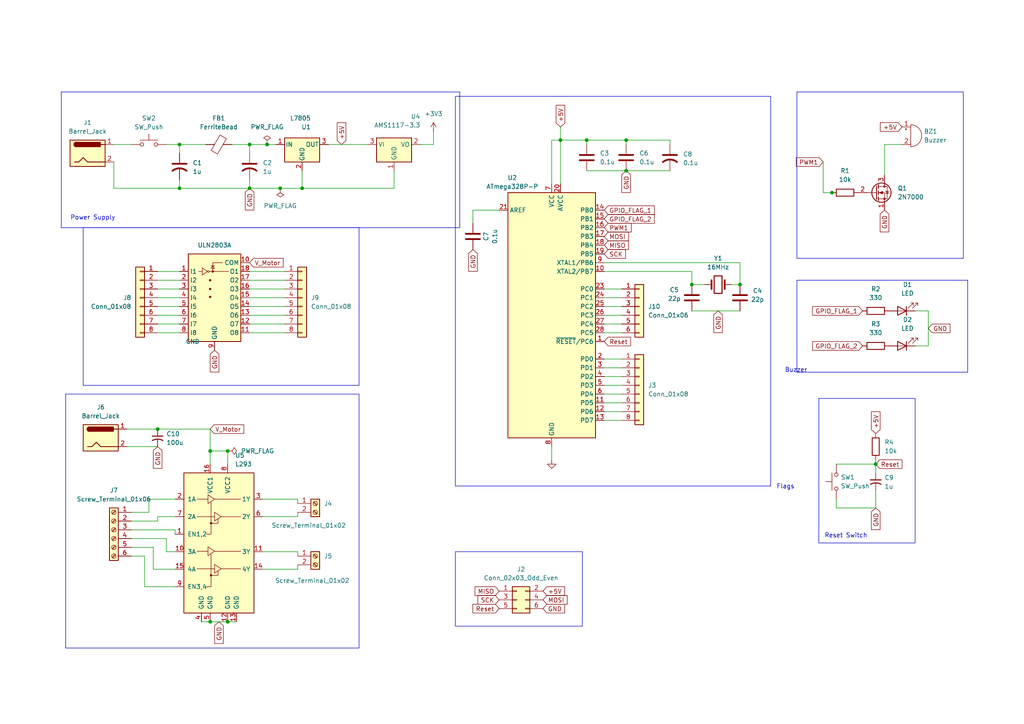
<source format=kicad_sch>
(kicad_sch
	(version 20250114)
	(generator "eeschema")
	(generator_version "9.0")
	(uuid "1317ca12-e484-442d-841a-26475f0c3af7")
	(paper "A4")
	(title_block
		(title "Arnav Bhandari Ipd task 1atmega328p")
	)
	(lib_symbols
		(symbol "Connector:Barrel_Jack"
			(pin_names
				(offset 1.016)
			)
			(exclude_from_sim no)
			(in_bom yes)
			(on_board yes)
			(property "Reference" "J"
				(at 0 5.334 0)
				(effects
					(font
						(size 1.27 1.27)
					)
				)
			)
			(property "Value" "Barrel_Jack"
				(at 0 -5.08 0)
				(effects
					(font
						(size 1.27 1.27)
					)
				)
			)
			(property "Footprint" ""
				(at 1.27 -1.016 0)
				(effects
					(font
						(size 1.27 1.27)
					)
					(hide yes)
				)
			)
			(property "Datasheet" "~"
				(at 1.27 -1.016 0)
				(effects
					(font
						(size 1.27 1.27)
					)
					(hide yes)
				)
			)
			(property "Description" "DC Barrel Jack"
				(at 0 0 0)
				(effects
					(font
						(size 1.27 1.27)
					)
					(hide yes)
				)
			)
			(property "ki_keywords" "DC power barrel jack connector"
				(at 0 0 0)
				(effects
					(font
						(size 1.27 1.27)
					)
					(hide yes)
				)
			)
			(property "ki_fp_filters" "BarrelJack*"
				(at 0 0 0)
				(effects
					(font
						(size 1.27 1.27)
					)
					(hide yes)
				)
			)
			(symbol "Barrel_Jack_0_1"
				(rectangle
					(start -5.08 3.81)
					(end 5.08 -3.81)
					(stroke
						(width 0.254)
						(type default)
					)
					(fill
						(type background)
					)
				)
				(polyline
					(pts
						(xy -3.81 -2.54) (xy -2.54 -2.54) (xy -1.27 -1.27) (xy 0 -2.54) (xy 2.54 -2.54) (xy 5.08 -2.54)
					)
					(stroke
						(width 0.254)
						(type default)
					)
					(fill
						(type none)
					)
				)
				(arc
					(start -3.302 1.905)
					(mid -3.9343 2.54)
					(end -3.302 3.175)
					(stroke
						(width 0.254)
						(type default)
					)
					(fill
						(type none)
					)
				)
				(arc
					(start -3.302 1.905)
					(mid -3.9343 2.54)
					(end -3.302 3.175)
					(stroke
						(width 0.254)
						(type default)
					)
					(fill
						(type outline)
					)
				)
				(rectangle
					(start 3.683 3.175)
					(end -3.302 1.905)
					(stroke
						(width 0.254)
						(type default)
					)
					(fill
						(type outline)
					)
				)
				(polyline
					(pts
						(xy 5.08 2.54) (xy 3.81 2.54)
					)
					(stroke
						(width 0.254)
						(type default)
					)
					(fill
						(type none)
					)
				)
			)
			(symbol "Barrel_Jack_1_1"
				(pin passive line
					(at 7.62 2.54 180)
					(length 2.54)
					(name "~"
						(effects
							(font
								(size 1.27 1.27)
							)
						)
					)
					(number "1"
						(effects
							(font
								(size 1.27 1.27)
							)
						)
					)
				)
				(pin passive line
					(at 7.62 -2.54 180)
					(length 2.54)
					(name "~"
						(effects
							(font
								(size 1.27 1.27)
							)
						)
					)
					(number "2"
						(effects
							(font
								(size 1.27 1.27)
							)
						)
					)
				)
			)
			(embedded_fonts no)
		)
		(symbol "Connector:Screw_Terminal_01x02"
			(pin_names
				(offset 1.016)
				(hide yes)
			)
			(exclude_from_sim no)
			(in_bom yes)
			(on_board yes)
			(property "Reference" "J"
				(at 0 2.54 0)
				(effects
					(font
						(size 1.27 1.27)
					)
				)
			)
			(property "Value" "Screw_Terminal_01x02"
				(at 0 -5.08 0)
				(effects
					(font
						(size 1.27 1.27)
					)
				)
			)
			(property "Footprint" ""
				(at 0 0 0)
				(effects
					(font
						(size 1.27 1.27)
					)
					(hide yes)
				)
			)
			(property "Datasheet" "~"
				(at 0 0 0)
				(effects
					(font
						(size 1.27 1.27)
					)
					(hide yes)
				)
			)
			(property "Description" "Generic screw terminal, single row, 01x02, script generated (kicad-library-utils/schlib/autogen/connector/)"
				(at 0 0 0)
				(effects
					(font
						(size 1.27 1.27)
					)
					(hide yes)
				)
			)
			(property "ki_keywords" "screw terminal"
				(at 0 0 0)
				(effects
					(font
						(size 1.27 1.27)
					)
					(hide yes)
				)
			)
			(property "ki_fp_filters" "TerminalBlock*:*"
				(at 0 0 0)
				(effects
					(font
						(size 1.27 1.27)
					)
					(hide yes)
				)
			)
			(symbol "Screw_Terminal_01x02_1_1"
				(rectangle
					(start -1.27 1.27)
					(end 1.27 -3.81)
					(stroke
						(width 0.254)
						(type default)
					)
					(fill
						(type background)
					)
				)
				(polyline
					(pts
						(xy -0.5334 0.3302) (xy 0.3302 -0.508)
					)
					(stroke
						(width 0.1524)
						(type default)
					)
					(fill
						(type none)
					)
				)
				(polyline
					(pts
						(xy -0.5334 -2.2098) (xy 0.3302 -3.048)
					)
					(stroke
						(width 0.1524)
						(type default)
					)
					(fill
						(type none)
					)
				)
				(polyline
					(pts
						(xy -0.3556 0.508) (xy 0.508 -0.3302)
					)
					(stroke
						(width 0.1524)
						(type default)
					)
					(fill
						(type none)
					)
				)
				(polyline
					(pts
						(xy -0.3556 -2.032) (xy 0.508 -2.8702)
					)
					(stroke
						(width 0.1524)
						(type default)
					)
					(fill
						(type none)
					)
				)
				(circle
					(center 0 0)
					(radius 0.635)
					(stroke
						(width 0.1524)
						(type default)
					)
					(fill
						(type none)
					)
				)
				(circle
					(center 0 -2.54)
					(radius 0.635)
					(stroke
						(width 0.1524)
						(type default)
					)
					(fill
						(type none)
					)
				)
				(pin passive line
					(at -5.08 0 0)
					(length 3.81)
					(name "Pin_1"
						(effects
							(font
								(size 1.27 1.27)
							)
						)
					)
					(number "1"
						(effects
							(font
								(size 1.27 1.27)
							)
						)
					)
				)
				(pin passive line
					(at -5.08 -2.54 0)
					(length 3.81)
					(name "Pin_2"
						(effects
							(font
								(size 1.27 1.27)
							)
						)
					)
					(number "2"
						(effects
							(font
								(size 1.27 1.27)
							)
						)
					)
				)
			)
			(embedded_fonts no)
		)
		(symbol "Connector:Screw_Terminal_01x06"
			(pin_names
				(offset 1.016)
				(hide yes)
			)
			(exclude_from_sim no)
			(in_bom yes)
			(on_board yes)
			(property "Reference" "J"
				(at 0 7.62 0)
				(effects
					(font
						(size 1.27 1.27)
					)
				)
			)
			(property "Value" "Screw_Terminal_01x06"
				(at 0 -10.16 0)
				(effects
					(font
						(size 1.27 1.27)
					)
				)
			)
			(property "Footprint" ""
				(at 0 0 0)
				(effects
					(font
						(size 1.27 1.27)
					)
					(hide yes)
				)
			)
			(property "Datasheet" "~"
				(at 0 0 0)
				(effects
					(font
						(size 1.27 1.27)
					)
					(hide yes)
				)
			)
			(property "Description" "Generic screw terminal, single row, 01x06, script generated (kicad-library-utils/schlib/autogen/connector/)"
				(at 0 0 0)
				(effects
					(font
						(size 1.27 1.27)
					)
					(hide yes)
				)
			)
			(property "ki_keywords" "screw terminal"
				(at 0 0 0)
				(effects
					(font
						(size 1.27 1.27)
					)
					(hide yes)
				)
			)
			(property "ki_fp_filters" "TerminalBlock*:*"
				(at 0 0 0)
				(effects
					(font
						(size 1.27 1.27)
					)
					(hide yes)
				)
			)
			(symbol "Screw_Terminal_01x06_1_1"
				(rectangle
					(start -1.27 6.35)
					(end 1.27 -8.89)
					(stroke
						(width 0.254)
						(type default)
					)
					(fill
						(type background)
					)
				)
				(polyline
					(pts
						(xy -0.5334 5.4102) (xy 0.3302 4.572)
					)
					(stroke
						(width 0.1524)
						(type default)
					)
					(fill
						(type none)
					)
				)
				(polyline
					(pts
						(xy -0.5334 2.8702) (xy 0.3302 2.032)
					)
					(stroke
						(width 0.1524)
						(type default)
					)
					(fill
						(type none)
					)
				)
				(polyline
					(pts
						(xy -0.5334 0.3302) (xy 0.3302 -0.508)
					)
					(stroke
						(width 0.1524)
						(type default)
					)
					(fill
						(type none)
					)
				)
				(polyline
					(pts
						(xy -0.5334 -2.2098) (xy 0.3302 -3.048)
					)
					(stroke
						(width 0.1524)
						(type default)
					)
					(fill
						(type none)
					)
				)
				(polyline
					(pts
						(xy -0.5334 -4.7498) (xy 0.3302 -5.588)
					)
					(stroke
						(width 0.1524)
						(type default)
					)
					(fill
						(type none)
					)
				)
				(polyline
					(pts
						(xy -0.5334 -7.2898) (xy 0.3302 -8.128)
					)
					(stroke
						(width 0.1524)
						(type default)
					)
					(fill
						(type none)
					)
				)
				(polyline
					(pts
						(xy -0.3556 5.588) (xy 0.508 4.7498)
					)
					(stroke
						(width 0.1524)
						(type default)
					)
					(fill
						(type none)
					)
				)
				(polyline
					(pts
						(xy -0.3556 3.048) (xy 0.508 2.2098)
					)
					(stroke
						(width 0.1524)
						(type default)
					)
					(fill
						(type none)
					)
				)
				(polyline
					(pts
						(xy -0.3556 0.508) (xy 0.508 -0.3302)
					)
					(stroke
						(width 0.1524)
						(type default)
					)
					(fill
						(type none)
					)
				)
				(polyline
					(pts
						(xy -0.3556 -2.032) (xy 0.508 -2.8702)
					)
					(stroke
						(width 0.1524)
						(type default)
					)
					(fill
						(type none)
					)
				)
				(polyline
					(pts
						(xy -0.3556 -4.572) (xy 0.508 -5.4102)
					)
					(stroke
						(width 0.1524)
						(type default)
					)
					(fill
						(type none)
					)
				)
				(polyline
					(pts
						(xy -0.3556 -7.112) (xy 0.508 -7.9502)
					)
					(stroke
						(width 0.1524)
						(type default)
					)
					(fill
						(type none)
					)
				)
				(circle
					(center 0 5.08)
					(radius 0.635)
					(stroke
						(width 0.1524)
						(type default)
					)
					(fill
						(type none)
					)
				)
				(circle
					(center 0 2.54)
					(radius 0.635)
					(stroke
						(width 0.1524)
						(type default)
					)
					(fill
						(type none)
					)
				)
				(circle
					(center 0 0)
					(radius 0.635)
					(stroke
						(width 0.1524)
						(type default)
					)
					(fill
						(type none)
					)
				)
				(circle
					(center 0 -2.54)
					(radius 0.635)
					(stroke
						(width 0.1524)
						(type default)
					)
					(fill
						(type none)
					)
				)
				(circle
					(center 0 -5.08)
					(radius 0.635)
					(stroke
						(width 0.1524)
						(type default)
					)
					(fill
						(type none)
					)
				)
				(circle
					(center 0 -7.62)
					(radius 0.635)
					(stroke
						(width 0.1524)
						(type default)
					)
					(fill
						(type none)
					)
				)
				(pin passive line
					(at -5.08 5.08 0)
					(length 3.81)
					(name "Pin_1"
						(effects
							(font
								(size 1.27 1.27)
							)
						)
					)
					(number "1"
						(effects
							(font
								(size 1.27 1.27)
							)
						)
					)
				)
				(pin passive line
					(at -5.08 2.54 0)
					(length 3.81)
					(name "Pin_2"
						(effects
							(font
								(size 1.27 1.27)
							)
						)
					)
					(number "2"
						(effects
							(font
								(size 1.27 1.27)
							)
						)
					)
				)
				(pin passive line
					(at -5.08 0 0)
					(length 3.81)
					(name "Pin_3"
						(effects
							(font
								(size 1.27 1.27)
							)
						)
					)
					(number "3"
						(effects
							(font
								(size 1.27 1.27)
							)
						)
					)
				)
				(pin passive line
					(at -5.08 -2.54 0)
					(length 3.81)
					(name "Pin_4"
						(effects
							(font
								(size 1.27 1.27)
							)
						)
					)
					(number "4"
						(effects
							(font
								(size 1.27 1.27)
							)
						)
					)
				)
				(pin passive line
					(at -5.08 -5.08 0)
					(length 3.81)
					(name "Pin_5"
						(effects
							(font
								(size 1.27 1.27)
							)
						)
					)
					(number "5"
						(effects
							(font
								(size 1.27 1.27)
							)
						)
					)
				)
				(pin passive line
					(at -5.08 -7.62 0)
					(length 3.81)
					(name "Pin_6"
						(effects
							(font
								(size 1.27 1.27)
							)
						)
					)
					(number "6"
						(effects
							(font
								(size 1.27 1.27)
							)
						)
					)
				)
			)
			(embedded_fonts no)
		)
		(symbol "Connector_Generic:Conn_01x06"
			(pin_names
				(offset 1.016)
				(hide yes)
			)
			(exclude_from_sim no)
			(in_bom yes)
			(on_board yes)
			(property "Reference" "J"
				(at 0 7.62 0)
				(effects
					(font
						(size 1.27 1.27)
					)
				)
			)
			(property "Value" "Conn_01x06"
				(at 0 -10.16 0)
				(effects
					(font
						(size 1.27 1.27)
					)
				)
			)
			(property "Footprint" ""
				(at 0 0 0)
				(effects
					(font
						(size 1.27 1.27)
					)
					(hide yes)
				)
			)
			(property "Datasheet" "~"
				(at 0 0 0)
				(effects
					(font
						(size 1.27 1.27)
					)
					(hide yes)
				)
			)
			(property "Description" "Generic connector, single row, 01x06, script generated (kicad-library-utils/schlib/autogen/connector/)"
				(at 0 0 0)
				(effects
					(font
						(size 1.27 1.27)
					)
					(hide yes)
				)
			)
			(property "ki_keywords" "connector"
				(at 0 0 0)
				(effects
					(font
						(size 1.27 1.27)
					)
					(hide yes)
				)
			)
			(property "ki_fp_filters" "Connector*:*_1x??_*"
				(at 0 0 0)
				(effects
					(font
						(size 1.27 1.27)
					)
					(hide yes)
				)
			)
			(symbol "Conn_01x06_1_1"
				(rectangle
					(start -1.27 6.35)
					(end 1.27 -8.89)
					(stroke
						(width 0.254)
						(type default)
					)
					(fill
						(type background)
					)
				)
				(rectangle
					(start -1.27 5.207)
					(end 0 4.953)
					(stroke
						(width 0.1524)
						(type default)
					)
					(fill
						(type none)
					)
				)
				(rectangle
					(start -1.27 2.667)
					(end 0 2.413)
					(stroke
						(width 0.1524)
						(type default)
					)
					(fill
						(type none)
					)
				)
				(rectangle
					(start -1.27 0.127)
					(end 0 -0.127)
					(stroke
						(width 0.1524)
						(type default)
					)
					(fill
						(type none)
					)
				)
				(rectangle
					(start -1.27 -2.413)
					(end 0 -2.667)
					(stroke
						(width 0.1524)
						(type default)
					)
					(fill
						(type none)
					)
				)
				(rectangle
					(start -1.27 -4.953)
					(end 0 -5.207)
					(stroke
						(width 0.1524)
						(type default)
					)
					(fill
						(type none)
					)
				)
				(rectangle
					(start -1.27 -7.493)
					(end 0 -7.747)
					(stroke
						(width 0.1524)
						(type default)
					)
					(fill
						(type none)
					)
				)
				(pin passive line
					(at -5.08 5.08 0)
					(length 3.81)
					(name "Pin_1"
						(effects
							(font
								(size 1.27 1.27)
							)
						)
					)
					(number "1"
						(effects
							(font
								(size 1.27 1.27)
							)
						)
					)
				)
				(pin passive line
					(at -5.08 2.54 0)
					(length 3.81)
					(name "Pin_2"
						(effects
							(font
								(size 1.27 1.27)
							)
						)
					)
					(number "2"
						(effects
							(font
								(size 1.27 1.27)
							)
						)
					)
				)
				(pin passive line
					(at -5.08 0 0)
					(length 3.81)
					(name "Pin_3"
						(effects
							(font
								(size 1.27 1.27)
							)
						)
					)
					(number "3"
						(effects
							(font
								(size 1.27 1.27)
							)
						)
					)
				)
				(pin passive line
					(at -5.08 -2.54 0)
					(length 3.81)
					(name "Pin_4"
						(effects
							(font
								(size 1.27 1.27)
							)
						)
					)
					(number "4"
						(effects
							(font
								(size 1.27 1.27)
							)
						)
					)
				)
				(pin passive line
					(at -5.08 -5.08 0)
					(length 3.81)
					(name "Pin_5"
						(effects
							(font
								(size 1.27 1.27)
							)
						)
					)
					(number "5"
						(effects
							(font
								(size 1.27 1.27)
							)
						)
					)
				)
				(pin passive line
					(at -5.08 -7.62 0)
					(length 3.81)
					(name "Pin_6"
						(effects
							(font
								(size 1.27 1.27)
							)
						)
					)
					(number "6"
						(effects
							(font
								(size 1.27 1.27)
							)
						)
					)
				)
			)
			(embedded_fonts no)
		)
		(symbol "Connector_Generic:Conn_01x08"
			(pin_names
				(offset 1.016)
				(hide yes)
			)
			(exclude_from_sim no)
			(in_bom yes)
			(on_board yes)
			(property "Reference" "J"
				(at 0 10.16 0)
				(effects
					(font
						(size 1.27 1.27)
					)
				)
			)
			(property "Value" "Conn_01x08"
				(at 0 -12.7 0)
				(effects
					(font
						(size 1.27 1.27)
					)
				)
			)
			(property "Footprint" ""
				(at 0 0 0)
				(effects
					(font
						(size 1.27 1.27)
					)
					(hide yes)
				)
			)
			(property "Datasheet" "~"
				(at 0 0 0)
				(effects
					(font
						(size 1.27 1.27)
					)
					(hide yes)
				)
			)
			(property "Description" "Generic connector, single row, 01x08, script generated (kicad-library-utils/schlib/autogen/connector/)"
				(at 0 0 0)
				(effects
					(font
						(size 1.27 1.27)
					)
					(hide yes)
				)
			)
			(property "ki_keywords" "connector"
				(at 0 0 0)
				(effects
					(font
						(size 1.27 1.27)
					)
					(hide yes)
				)
			)
			(property "ki_fp_filters" "Connector*:*_1x??_*"
				(at 0 0 0)
				(effects
					(font
						(size 1.27 1.27)
					)
					(hide yes)
				)
			)
			(symbol "Conn_01x08_1_1"
				(rectangle
					(start -1.27 8.89)
					(end 1.27 -11.43)
					(stroke
						(width 0.254)
						(type default)
					)
					(fill
						(type background)
					)
				)
				(rectangle
					(start -1.27 7.747)
					(end 0 7.493)
					(stroke
						(width 0.1524)
						(type default)
					)
					(fill
						(type none)
					)
				)
				(rectangle
					(start -1.27 5.207)
					(end 0 4.953)
					(stroke
						(width 0.1524)
						(type default)
					)
					(fill
						(type none)
					)
				)
				(rectangle
					(start -1.27 2.667)
					(end 0 2.413)
					(stroke
						(width 0.1524)
						(type default)
					)
					(fill
						(type none)
					)
				)
				(rectangle
					(start -1.27 0.127)
					(end 0 -0.127)
					(stroke
						(width 0.1524)
						(type default)
					)
					(fill
						(type none)
					)
				)
				(rectangle
					(start -1.27 -2.413)
					(end 0 -2.667)
					(stroke
						(width 0.1524)
						(type default)
					)
					(fill
						(type none)
					)
				)
				(rectangle
					(start -1.27 -4.953)
					(end 0 -5.207)
					(stroke
						(width 0.1524)
						(type default)
					)
					(fill
						(type none)
					)
				)
				(rectangle
					(start -1.27 -7.493)
					(end 0 -7.747)
					(stroke
						(width 0.1524)
						(type default)
					)
					(fill
						(type none)
					)
				)
				(rectangle
					(start -1.27 -10.033)
					(end 0 -10.287)
					(stroke
						(width 0.1524)
						(type default)
					)
					(fill
						(type none)
					)
				)
				(pin passive line
					(at -5.08 7.62 0)
					(length 3.81)
					(name "Pin_1"
						(effects
							(font
								(size 1.27 1.27)
							)
						)
					)
					(number "1"
						(effects
							(font
								(size 1.27 1.27)
							)
						)
					)
				)
				(pin passive line
					(at -5.08 5.08 0)
					(length 3.81)
					(name "Pin_2"
						(effects
							(font
								(size 1.27 1.27)
							)
						)
					)
					(number "2"
						(effects
							(font
								(size 1.27 1.27)
							)
						)
					)
				)
				(pin passive line
					(at -5.08 2.54 0)
					(length 3.81)
					(name "Pin_3"
						(effects
							(font
								(size 1.27 1.27)
							)
						)
					)
					(number "3"
						(effects
							(font
								(size 1.27 1.27)
							)
						)
					)
				)
				(pin passive line
					(at -5.08 0 0)
					(length 3.81)
					(name "Pin_4"
						(effects
							(font
								(size 1.27 1.27)
							)
						)
					)
					(number "4"
						(effects
							(font
								(size 1.27 1.27)
							)
						)
					)
				)
				(pin passive line
					(at -5.08 -2.54 0)
					(length 3.81)
					(name "Pin_5"
						(effects
							(font
								(size 1.27 1.27)
							)
						)
					)
					(number "5"
						(effects
							(font
								(size 1.27 1.27)
							)
						)
					)
				)
				(pin passive line
					(at -5.08 -5.08 0)
					(length 3.81)
					(name "Pin_6"
						(effects
							(font
								(size 1.27 1.27)
							)
						)
					)
					(number "6"
						(effects
							(font
								(size 1.27 1.27)
							)
						)
					)
				)
				(pin passive line
					(at -5.08 -7.62 0)
					(length 3.81)
					(name "Pin_7"
						(effects
							(font
								(size 1.27 1.27)
							)
						)
					)
					(number "7"
						(effects
							(font
								(size 1.27 1.27)
							)
						)
					)
				)
				(pin passive line
					(at -5.08 -10.16 0)
					(length 3.81)
					(name "Pin_8"
						(effects
							(font
								(size 1.27 1.27)
							)
						)
					)
					(number "8"
						(effects
							(font
								(size 1.27 1.27)
							)
						)
					)
				)
			)
			(embedded_fonts no)
		)
		(symbol "Connector_Generic:Conn_02x03_Odd_Even"
			(pin_names
				(offset 1.016)
				(hide yes)
			)
			(exclude_from_sim no)
			(in_bom yes)
			(on_board yes)
			(property "Reference" "J"
				(at 1.27 5.08 0)
				(effects
					(font
						(size 1.27 1.27)
					)
				)
			)
			(property "Value" "Conn_02x03_Odd_Even"
				(at 1.27 -5.08 0)
				(effects
					(font
						(size 1.27 1.27)
					)
				)
			)
			(property "Footprint" ""
				(at 0 0 0)
				(effects
					(font
						(size 1.27 1.27)
					)
					(hide yes)
				)
			)
			(property "Datasheet" "~"
				(at 0 0 0)
				(effects
					(font
						(size 1.27 1.27)
					)
					(hide yes)
				)
			)
			(property "Description" "Generic connector, double row, 02x03, odd/even pin numbering scheme (row 1 odd numbers, row 2 even numbers), script generated (kicad-library-utils/schlib/autogen/connector/)"
				(at 0 0 0)
				(effects
					(font
						(size 1.27 1.27)
					)
					(hide yes)
				)
			)
			(property "ki_keywords" "connector"
				(at 0 0 0)
				(effects
					(font
						(size 1.27 1.27)
					)
					(hide yes)
				)
			)
			(property "ki_fp_filters" "Connector*:*_2x??_*"
				(at 0 0 0)
				(effects
					(font
						(size 1.27 1.27)
					)
					(hide yes)
				)
			)
			(symbol "Conn_02x03_Odd_Even_1_1"
				(rectangle
					(start -1.27 3.81)
					(end 3.81 -3.81)
					(stroke
						(width 0.254)
						(type default)
					)
					(fill
						(type background)
					)
				)
				(rectangle
					(start -1.27 2.667)
					(end 0 2.413)
					(stroke
						(width 0.1524)
						(type default)
					)
					(fill
						(type none)
					)
				)
				(rectangle
					(start -1.27 0.127)
					(end 0 -0.127)
					(stroke
						(width 0.1524)
						(type default)
					)
					(fill
						(type none)
					)
				)
				(rectangle
					(start -1.27 -2.413)
					(end 0 -2.667)
					(stroke
						(width 0.1524)
						(type default)
					)
					(fill
						(type none)
					)
				)
				(rectangle
					(start 3.81 2.667)
					(end 2.54 2.413)
					(stroke
						(width 0.1524)
						(type default)
					)
					(fill
						(type none)
					)
				)
				(rectangle
					(start 3.81 0.127)
					(end 2.54 -0.127)
					(stroke
						(width 0.1524)
						(type default)
					)
					(fill
						(type none)
					)
				)
				(rectangle
					(start 3.81 -2.413)
					(end 2.54 -2.667)
					(stroke
						(width 0.1524)
						(type default)
					)
					(fill
						(type none)
					)
				)
				(pin passive line
					(at -5.08 2.54 0)
					(length 3.81)
					(name "Pin_1"
						(effects
							(font
								(size 1.27 1.27)
							)
						)
					)
					(number "1"
						(effects
							(font
								(size 1.27 1.27)
							)
						)
					)
				)
				(pin passive line
					(at -5.08 0 0)
					(length 3.81)
					(name "Pin_3"
						(effects
							(font
								(size 1.27 1.27)
							)
						)
					)
					(number "3"
						(effects
							(font
								(size 1.27 1.27)
							)
						)
					)
				)
				(pin passive line
					(at -5.08 -2.54 0)
					(length 3.81)
					(name "Pin_5"
						(effects
							(font
								(size 1.27 1.27)
							)
						)
					)
					(number "5"
						(effects
							(font
								(size 1.27 1.27)
							)
						)
					)
				)
				(pin passive line
					(at 7.62 2.54 180)
					(length 3.81)
					(name "Pin_2"
						(effects
							(font
								(size 1.27 1.27)
							)
						)
					)
					(number "2"
						(effects
							(font
								(size 1.27 1.27)
							)
						)
					)
				)
				(pin passive line
					(at 7.62 0 180)
					(length 3.81)
					(name "Pin_4"
						(effects
							(font
								(size 1.27 1.27)
							)
						)
					)
					(number "4"
						(effects
							(font
								(size 1.27 1.27)
							)
						)
					)
				)
				(pin passive line
					(at 7.62 -2.54 180)
					(length 3.81)
					(name "Pin_6"
						(effects
							(font
								(size 1.27 1.27)
							)
						)
					)
					(number "6"
						(effects
							(font
								(size 1.27 1.27)
							)
						)
					)
				)
			)
			(embedded_fonts no)
		)
		(symbol "Device:Buzzer"
			(pin_names
				(offset 0.0254)
				(hide yes)
			)
			(exclude_from_sim no)
			(in_bom yes)
			(on_board yes)
			(property "Reference" "BZ"
				(at 3.81 1.27 0)
				(effects
					(font
						(size 1.27 1.27)
					)
					(justify left)
				)
			)
			(property "Value" "Buzzer"
				(at 3.81 -1.27 0)
				(effects
					(font
						(size 1.27 1.27)
					)
					(justify left)
				)
			)
			(property "Footprint" ""
				(at -0.635 2.54 90)
				(effects
					(font
						(size 1.27 1.27)
					)
					(hide yes)
				)
			)
			(property "Datasheet" "~"
				(at -0.635 2.54 90)
				(effects
					(font
						(size 1.27 1.27)
					)
					(hide yes)
				)
			)
			(property "Description" "Buzzer, polarized"
				(at 0 0 0)
				(effects
					(font
						(size 1.27 1.27)
					)
					(hide yes)
				)
			)
			(property "ki_keywords" "quartz resonator ceramic"
				(at 0 0 0)
				(effects
					(font
						(size 1.27 1.27)
					)
					(hide yes)
				)
			)
			(property "ki_fp_filters" "*Buzzer*"
				(at 0 0 0)
				(effects
					(font
						(size 1.27 1.27)
					)
					(hide yes)
				)
			)
			(symbol "Buzzer_0_1"
				(polyline
					(pts
						(xy -1.651 1.905) (xy -1.143 1.905)
					)
					(stroke
						(width 0)
						(type default)
					)
					(fill
						(type none)
					)
				)
				(polyline
					(pts
						(xy -1.397 2.159) (xy -1.397 1.651)
					)
					(stroke
						(width 0)
						(type default)
					)
					(fill
						(type none)
					)
				)
				(arc
					(start 0 3.175)
					(mid 3.1612 0)
					(end 0 -3.175)
					(stroke
						(width 0)
						(type default)
					)
					(fill
						(type none)
					)
				)
				(polyline
					(pts
						(xy 0 3.175) (xy 0 -3.175)
					)
					(stroke
						(width 0)
						(type default)
					)
					(fill
						(type none)
					)
				)
			)
			(symbol "Buzzer_1_1"
				(pin passive line
					(at -2.54 2.54 0)
					(length 2.54)
					(name "+"
						(effects
							(font
								(size 1.27 1.27)
							)
						)
					)
					(number "1"
						(effects
							(font
								(size 1.27 1.27)
							)
						)
					)
				)
				(pin passive line
					(at -2.54 -2.54 0)
					(length 2.54)
					(name "-"
						(effects
							(font
								(size 1.27 1.27)
							)
						)
					)
					(number "2"
						(effects
							(font
								(size 1.27 1.27)
							)
						)
					)
				)
			)
			(embedded_fonts no)
		)
		(symbol "Device:C"
			(pin_numbers
				(hide yes)
			)
			(pin_names
				(offset 0.254)
			)
			(exclude_from_sim no)
			(in_bom yes)
			(on_board yes)
			(property "Reference" "C"
				(at 0.635 2.54 0)
				(effects
					(font
						(size 1.27 1.27)
					)
					(justify left)
				)
			)
			(property "Value" "C"
				(at 0.635 -2.54 0)
				(effects
					(font
						(size 1.27 1.27)
					)
					(justify left)
				)
			)
			(property "Footprint" ""
				(at 0.9652 -3.81 0)
				(effects
					(font
						(size 1.27 1.27)
					)
					(hide yes)
				)
			)
			(property "Datasheet" "~"
				(at 0 0 0)
				(effects
					(font
						(size 1.27 1.27)
					)
					(hide yes)
				)
			)
			(property "Description" "Unpolarized capacitor"
				(at 0 0 0)
				(effects
					(font
						(size 1.27 1.27)
					)
					(hide yes)
				)
			)
			(property "ki_keywords" "cap capacitor"
				(at 0 0 0)
				(effects
					(font
						(size 1.27 1.27)
					)
					(hide yes)
				)
			)
			(property "ki_fp_filters" "C_*"
				(at 0 0 0)
				(effects
					(font
						(size 1.27 1.27)
					)
					(hide yes)
				)
			)
			(symbol "C_0_1"
				(polyline
					(pts
						(xy -2.032 0.762) (xy 2.032 0.762)
					)
					(stroke
						(width 0.508)
						(type default)
					)
					(fill
						(type none)
					)
				)
				(polyline
					(pts
						(xy -2.032 -0.762) (xy 2.032 -0.762)
					)
					(stroke
						(width 0.508)
						(type default)
					)
					(fill
						(type none)
					)
				)
			)
			(symbol "C_1_1"
				(pin passive line
					(at 0 3.81 270)
					(length 2.794)
					(name "~"
						(effects
							(font
								(size 1.27 1.27)
							)
						)
					)
					(number "1"
						(effects
							(font
								(size 1.27 1.27)
							)
						)
					)
				)
				(pin passive line
					(at 0 -3.81 90)
					(length 2.794)
					(name "~"
						(effects
							(font
								(size 1.27 1.27)
							)
						)
					)
					(number "2"
						(effects
							(font
								(size 1.27 1.27)
							)
						)
					)
				)
			)
			(embedded_fonts no)
		)
		(symbol "Device:C_Small_US"
			(pin_numbers
				(hide yes)
			)
			(pin_names
				(offset 0.254)
				(hide yes)
			)
			(exclude_from_sim no)
			(in_bom yes)
			(on_board yes)
			(property "Reference" "C"
				(at 0.254 1.778 0)
				(effects
					(font
						(size 1.27 1.27)
					)
					(justify left)
				)
			)
			(property "Value" "C_Small_US"
				(at 0.254 -2.032 0)
				(effects
					(font
						(size 1.27 1.27)
					)
					(justify left)
				)
			)
			(property "Footprint" ""
				(at 0 0 0)
				(effects
					(font
						(size 1.27 1.27)
					)
					(hide yes)
				)
			)
			(property "Datasheet" ""
				(at 0 0 0)
				(effects
					(font
						(size 1.27 1.27)
					)
					(hide yes)
				)
			)
			(property "Description" "capacitor, small US symbol"
				(at 0 0 0)
				(effects
					(font
						(size 1.27 1.27)
					)
					(hide yes)
				)
			)
			(property "ki_keywords" "cap capacitor"
				(at 0 0 0)
				(effects
					(font
						(size 1.27 1.27)
					)
					(hide yes)
				)
			)
			(property "ki_fp_filters" "C_*"
				(at 0 0 0)
				(effects
					(font
						(size 1.27 1.27)
					)
					(hide yes)
				)
			)
			(symbol "C_Small_US_0_1"
				(polyline
					(pts
						(xy -1.524 0.508) (xy 1.524 0.508)
					)
					(stroke
						(width 0.3048)
						(type default)
					)
					(fill
						(type none)
					)
				)
				(arc
					(start -1.524 -0.762)
					(mid 0 -0.3734)
					(end 1.524 -0.762)
					(stroke
						(width 0.3048)
						(type default)
					)
					(fill
						(type none)
					)
				)
			)
			(symbol "C_Small_US_1_1"
				(pin passive line
					(at 0 2.54 270)
					(length 2.032)
					(name "~"
						(effects
							(font
								(size 1.27 1.27)
							)
						)
					)
					(number "1"
						(effects
							(font
								(size 1.27 1.27)
							)
						)
					)
				)
				(pin passive line
					(at 0 -2.54 90)
					(length 2.032)
					(name "~"
						(effects
							(font
								(size 1.27 1.27)
							)
						)
					)
					(number "2"
						(effects
							(font
								(size 1.27 1.27)
							)
						)
					)
				)
			)
			(embedded_fonts no)
		)
		(symbol "Device:C_US"
			(pin_numbers
				(hide yes)
			)
			(pin_names
				(offset 0.254)
				(hide yes)
			)
			(exclude_from_sim no)
			(in_bom yes)
			(on_board yes)
			(property "Reference" "C"
				(at 0.635 2.54 0)
				(effects
					(font
						(size 1.27 1.27)
					)
					(justify left)
				)
			)
			(property "Value" "C_US"
				(at 0.635 -2.54 0)
				(effects
					(font
						(size 1.27 1.27)
					)
					(justify left)
				)
			)
			(property "Footprint" ""
				(at 0 0 0)
				(effects
					(font
						(size 1.27 1.27)
					)
					(hide yes)
				)
			)
			(property "Datasheet" ""
				(at 0 0 0)
				(effects
					(font
						(size 1.27 1.27)
					)
					(hide yes)
				)
			)
			(property "Description" "capacitor, US symbol"
				(at 0 0 0)
				(effects
					(font
						(size 1.27 1.27)
					)
					(hide yes)
				)
			)
			(property "ki_keywords" "cap capacitor"
				(at 0 0 0)
				(effects
					(font
						(size 1.27 1.27)
					)
					(hide yes)
				)
			)
			(property "ki_fp_filters" "C_*"
				(at 0 0 0)
				(effects
					(font
						(size 1.27 1.27)
					)
					(hide yes)
				)
			)
			(symbol "C_US_0_1"
				(polyline
					(pts
						(xy -2.032 0.762) (xy 2.032 0.762)
					)
					(stroke
						(width 0.508)
						(type default)
					)
					(fill
						(type none)
					)
				)
				(arc
					(start -2.032 -1.27)
					(mid 0 -0.5572)
					(end 2.032 -1.27)
					(stroke
						(width 0.508)
						(type default)
					)
					(fill
						(type none)
					)
				)
			)
			(symbol "C_US_1_1"
				(pin passive line
					(at 0 3.81 270)
					(length 2.794)
					(name "~"
						(effects
							(font
								(size 1.27 1.27)
							)
						)
					)
					(number "1"
						(effects
							(font
								(size 1.27 1.27)
							)
						)
					)
				)
				(pin passive line
					(at 0 -3.81 90)
					(length 3.302)
					(name "~"
						(effects
							(font
								(size 1.27 1.27)
							)
						)
					)
					(number "2"
						(effects
							(font
								(size 1.27 1.27)
							)
						)
					)
				)
			)
			(embedded_fonts no)
		)
		(symbol "Device:Crystal"
			(pin_numbers
				(hide yes)
			)
			(pin_names
				(offset 1.016)
				(hide yes)
			)
			(exclude_from_sim no)
			(in_bom yes)
			(on_board yes)
			(property "Reference" "Y"
				(at 0 3.81 0)
				(effects
					(font
						(size 1.27 1.27)
					)
				)
			)
			(property "Value" "Crystal"
				(at 0 -3.81 0)
				(effects
					(font
						(size 1.27 1.27)
					)
				)
			)
			(property "Footprint" ""
				(at 0 0 0)
				(effects
					(font
						(size 1.27 1.27)
					)
					(hide yes)
				)
			)
			(property "Datasheet" "~"
				(at 0 0 0)
				(effects
					(font
						(size 1.27 1.27)
					)
					(hide yes)
				)
			)
			(property "Description" "Two pin crystal"
				(at 0 0 0)
				(effects
					(font
						(size 1.27 1.27)
					)
					(hide yes)
				)
			)
			(property "ki_keywords" "quartz ceramic resonator oscillator"
				(at 0 0 0)
				(effects
					(font
						(size 1.27 1.27)
					)
					(hide yes)
				)
			)
			(property "ki_fp_filters" "Crystal*"
				(at 0 0 0)
				(effects
					(font
						(size 1.27 1.27)
					)
					(hide yes)
				)
			)
			(symbol "Crystal_0_1"
				(polyline
					(pts
						(xy -2.54 0) (xy -1.905 0)
					)
					(stroke
						(width 0)
						(type default)
					)
					(fill
						(type none)
					)
				)
				(polyline
					(pts
						(xy -1.905 -1.27) (xy -1.905 1.27)
					)
					(stroke
						(width 0.508)
						(type default)
					)
					(fill
						(type none)
					)
				)
				(rectangle
					(start -1.143 2.54)
					(end 1.143 -2.54)
					(stroke
						(width 0.3048)
						(type default)
					)
					(fill
						(type none)
					)
				)
				(polyline
					(pts
						(xy 1.905 -1.27) (xy 1.905 1.27)
					)
					(stroke
						(width 0.508)
						(type default)
					)
					(fill
						(type none)
					)
				)
				(polyline
					(pts
						(xy 2.54 0) (xy 1.905 0)
					)
					(stroke
						(width 0)
						(type default)
					)
					(fill
						(type none)
					)
				)
			)
			(symbol "Crystal_1_1"
				(pin passive line
					(at -3.81 0 0)
					(length 1.27)
					(name "1"
						(effects
							(font
								(size 1.27 1.27)
							)
						)
					)
					(number "1"
						(effects
							(font
								(size 1.27 1.27)
							)
						)
					)
				)
				(pin passive line
					(at 3.81 0 180)
					(length 1.27)
					(name "2"
						(effects
							(font
								(size 1.27 1.27)
							)
						)
					)
					(number "2"
						(effects
							(font
								(size 1.27 1.27)
							)
						)
					)
				)
			)
			(embedded_fonts no)
		)
		(symbol "Device:FerriteBead"
			(pin_numbers
				(hide yes)
			)
			(pin_names
				(offset 0)
			)
			(exclude_from_sim no)
			(in_bom yes)
			(on_board yes)
			(property "Reference" "FB"
				(at -3.81 0.635 90)
				(effects
					(font
						(size 1.27 1.27)
					)
				)
			)
			(property "Value" "FerriteBead"
				(at 3.81 0 90)
				(effects
					(font
						(size 1.27 1.27)
					)
				)
			)
			(property "Footprint" ""
				(at -1.778 0 90)
				(effects
					(font
						(size 1.27 1.27)
					)
					(hide yes)
				)
			)
			(property "Datasheet" "~"
				(at 0 0 0)
				(effects
					(font
						(size 1.27 1.27)
					)
					(hide yes)
				)
			)
			(property "Description" "Ferrite bead"
				(at 0 0 0)
				(effects
					(font
						(size 1.27 1.27)
					)
					(hide yes)
				)
			)
			(property "ki_keywords" "L ferrite bead inductor filter"
				(at 0 0 0)
				(effects
					(font
						(size 1.27 1.27)
					)
					(hide yes)
				)
			)
			(property "ki_fp_filters" "Inductor_* L_* *Ferrite*"
				(at 0 0 0)
				(effects
					(font
						(size 1.27 1.27)
					)
					(hide yes)
				)
			)
			(symbol "FerriteBead_0_1"
				(polyline
					(pts
						(xy -2.7686 0.4064) (xy -1.7018 2.2606) (xy 2.7686 -0.3048) (xy 1.6764 -2.159) (xy -2.7686 0.4064)
					)
					(stroke
						(width 0)
						(type default)
					)
					(fill
						(type none)
					)
				)
				(polyline
					(pts
						(xy 0 1.27) (xy 0 1.2954)
					)
					(stroke
						(width 0)
						(type default)
					)
					(fill
						(type none)
					)
				)
				(polyline
					(pts
						(xy 0 -1.27) (xy 0 -1.2192)
					)
					(stroke
						(width 0)
						(type default)
					)
					(fill
						(type none)
					)
				)
			)
			(symbol "FerriteBead_1_1"
				(pin passive line
					(at 0 3.81 270)
					(length 2.54)
					(name "~"
						(effects
							(font
								(size 1.27 1.27)
							)
						)
					)
					(number "1"
						(effects
							(font
								(size 1.27 1.27)
							)
						)
					)
				)
				(pin passive line
					(at 0 -3.81 90)
					(length 2.54)
					(name "~"
						(effects
							(font
								(size 1.27 1.27)
							)
						)
					)
					(number "2"
						(effects
							(font
								(size 1.27 1.27)
							)
						)
					)
				)
			)
			(embedded_fonts no)
		)
		(symbol "Device:LED"
			(pin_numbers
				(hide yes)
			)
			(pin_names
				(offset 1.016)
				(hide yes)
			)
			(exclude_from_sim no)
			(in_bom yes)
			(on_board yes)
			(property "Reference" "D"
				(at 0 2.54 0)
				(effects
					(font
						(size 1.27 1.27)
					)
				)
			)
			(property "Value" "LED"
				(at 0 -2.54 0)
				(effects
					(font
						(size 1.27 1.27)
					)
				)
			)
			(property "Footprint" ""
				(at 0 0 0)
				(effects
					(font
						(size 1.27 1.27)
					)
					(hide yes)
				)
			)
			(property "Datasheet" "~"
				(at 0 0 0)
				(effects
					(font
						(size 1.27 1.27)
					)
					(hide yes)
				)
			)
			(property "Description" "Light emitting diode"
				(at 0 0 0)
				(effects
					(font
						(size 1.27 1.27)
					)
					(hide yes)
				)
			)
			(property "Sim.Pins" "1=K 2=A"
				(at 0 0 0)
				(effects
					(font
						(size 1.27 1.27)
					)
					(hide yes)
				)
			)
			(property "ki_keywords" "LED diode"
				(at 0 0 0)
				(effects
					(font
						(size 1.27 1.27)
					)
					(hide yes)
				)
			)
			(property "ki_fp_filters" "LED* LED_SMD:* LED_THT:*"
				(at 0 0 0)
				(effects
					(font
						(size 1.27 1.27)
					)
					(hide yes)
				)
			)
			(symbol "LED_0_1"
				(polyline
					(pts
						(xy -3.048 -0.762) (xy -4.572 -2.286) (xy -3.81 -2.286) (xy -4.572 -2.286) (xy -4.572 -1.524)
					)
					(stroke
						(width 0)
						(type default)
					)
					(fill
						(type none)
					)
				)
				(polyline
					(pts
						(xy -1.778 -0.762) (xy -3.302 -2.286) (xy -2.54 -2.286) (xy -3.302 -2.286) (xy -3.302 -1.524)
					)
					(stroke
						(width 0)
						(type default)
					)
					(fill
						(type none)
					)
				)
				(polyline
					(pts
						(xy -1.27 0) (xy 1.27 0)
					)
					(stroke
						(width 0)
						(type default)
					)
					(fill
						(type none)
					)
				)
				(polyline
					(pts
						(xy -1.27 -1.27) (xy -1.27 1.27)
					)
					(stroke
						(width 0.254)
						(type default)
					)
					(fill
						(type none)
					)
				)
				(polyline
					(pts
						(xy 1.27 -1.27) (xy 1.27 1.27) (xy -1.27 0) (xy 1.27 -1.27)
					)
					(stroke
						(width 0.254)
						(type default)
					)
					(fill
						(type none)
					)
				)
			)
			(symbol "LED_1_1"
				(pin passive line
					(at -3.81 0 0)
					(length 2.54)
					(name "K"
						(effects
							(font
								(size 1.27 1.27)
							)
						)
					)
					(number "1"
						(effects
							(font
								(size 1.27 1.27)
							)
						)
					)
				)
				(pin passive line
					(at 3.81 0 180)
					(length 2.54)
					(name "A"
						(effects
							(font
								(size 1.27 1.27)
							)
						)
					)
					(number "2"
						(effects
							(font
								(size 1.27 1.27)
							)
						)
					)
				)
			)
			(embedded_fonts no)
		)
		(symbol "Device:R"
			(pin_numbers
				(hide yes)
			)
			(pin_names
				(offset 0)
			)
			(exclude_from_sim no)
			(in_bom yes)
			(on_board yes)
			(property "Reference" "R"
				(at 2.032 0 90)
				(effects
					(font
						(size 1.27 1.27)
					)
				)
			)
			(property "Value" "R"
				(at 0 0 90)
				(effects
					(font
						(size 1.27 1.27)
					)
				)
			)
			(property "Footprint" ""
				(at -1.778 0 90)
				(effects
					(font
						(size 1.27 1.27)
					)
					(hide yes)
				)
			)
			(property "Datasheet" "~"
				(at 0 0 0)
				(effects
					(font
						(size 1.27 1.27)
					)
					(hide yes)
				)
			)
			(property "Description" "Resistor"
				(at 0 0 0)
				(effects
					(font
						(size 1.27 1.27)
					)
					(hide yes)
				)
			)
			(property "ki_keywords" "R res resistor"
				(at 0 0 0)
				(effects
					(font
						(size 1.27 1.27)
					)
					(hide yes)
				)
			)
			(property "ki_fp_filters" "R_*"
				(at 0 0 0)
				(effects
					(font
						(size 1.27 1.27)
					)
					(hide yes)
				)
			)
			(symbol "R_0_1"
				(rectangle
					(start -1.016 -2.54)
					(end 1.016 2.54)
					(stroke
						(width 0.254)
						(type default)
					)
					(fill
						(type none)
					)
				)
			)
			(symbol "R_1_1"
				(pin passive line
					(at 0 3.81 270)
					(length 1.27)
					(name "~"
						(effects
							(font
								(size 1.27 1.27)
							)
						)
					)
					(number "1"
						(effects
							(font
								(size 1.27 1.27)
							)
						)
					)
				)
				(pin passive line
					(at 0 -3.81 90)
					(length 1.27)
					(name "~"
						(effects
							(font
								(size 1.27 1.27)
							)
						)
					)
					(number "2"
						(effects
							(font
								(size 1.27 1.27)
							)
						)
					)
				)
			)
			(embedded_fonts no)
		)
		(symbol "Driver_Motor:L293"
			(pin_names
				(offset 1.016)
			)
			(exclude_from_sim no)
			(in_bom yes)
			(on_board yes)
			(property "Reference" "U"
				(at -5.08 26.035 0)
				(effects
					(font
						(size 1.27 1.27)
					)
					(justify right)
				)
			)
			(property "Value" "L293"
				(at -5.08 24.13 0)
				(effects
					(font
						(size 1.27 1.27)
					)
					(justify right)
				)
			)
			(property "Footprint" "Package_DIP:DIP-16_W7.62mm"
				(at 6.35 -19.05 0)
				(effects
					(font
						(size 1.27 1.27)
					)
					(justify left)
					(hide yes)
				)
			)
			(property "Datasheet" "http://www.ti.com/lit/ds/symlink/l293.pdf"
				(at -7.62 17.78 0)
				(effects
					(font
						(size 1.27 1.27)
					)
					(hide yes)
				)
			)
			(property "Description" "Quadruple Half-H Drivers"
				(at 0 0 0)
				(effects
					(font
						(size 1.27 1.27)
					)
					(hide yes)
				)
			)
			(property "ki_keywords" "Half-H Driver Motor"
				(at 0 0 0)
				(effects
					(font
						(size 1.27 1.27)
					)
					(hide yes)
				)
			)
			(property "ki_fp_filters" "DIP*W7.62mm*"
				(at 0 0 0)
				(effects
					(font
						(size 1.27 1.27)
					)
					(hide yes)
				)
			)
			(symbol "L293_0_1"
				(rectangle
					(start -10.16 22.86)
					(end 10.16 -17.78)
					(stroke
						(width 0.254)
						(type default)
					)
					(fill
						(type background)
					)
				)
				(polyline
					(pts
						(xy -6.35 15.24) (xy -3.175 15.24)
					)
					(stroke
						(width 0)
						(type default)
					)
					(fill
						(type none)
					)
				)
				(polyline
					(pts
						(xy -6.35 10.16) (xy -1.27 10.16)
					)
					(stroke
						(width 0)
						(type default)
					)
					(fill
						(type none)
					)
				)
				(polyline
					(pts
						(xy -6.35 0.127) (xy -3.175 0.127)
					)
					(stroke
						(width 0)
						(type default)
					)
					(fill
						(type none)
					)
				)
				(polyline
					(pts
						(xy -6.35 -4.953) (xy -1.27 -4.953)
					)
					(stroke
						(width 0)
						(type default)
					)
					(fill
						(type none)
					)
				)
				(polyline
					(pts
						(xy -3.175 16.51) (xy -3.175 13.97) (xy -1.27 15.24) (xy -3.175 16.51)
					)
					(stroke
						(width 0)
						(type default)
					)
					(fill
						(type none)
					)
				)
				(polyline
					(pts
						(xy -3.175 1.397) (xy -3.175 -1.143) (xy -1.27 0.127) (xy -3.175 1.397)
					)
					(stroke
						(width 0)
						(type default)
					)
					(fill
						(type none)
					)
				)
				(polyline
					(pts
						(xy -2.286 14.478) (xy -2.286 5.08) (xy -3.556 5.08)
					)
					(stroke
						(width 0)
						(type default)
					)
					(fill
						(type none)
					)
				)
				(circle
					(center -2.286 8.255)
					(radius 0.254)
					(stroke
						(width 0)
						(type default)
					)
					(fill
						(type outline)
					)
				)
				(polyline
					(pts
						(xy -2.286 8.255) (xy -0.254 8.255) (xy -0.254 9.525)
					)
					(stroke
						(width 0)
						(type default)
					)
					(fill
						(type none)
					)
				)
				(polyline
					(pts
						(xy -2.286 -0.635) (xy -2.286 -10.16) (xy -3.556 -10.16)
					)
					(stroke
						(width 0)
						(type default)
					)
					(fill
						(type none)
					)
				)
				(circle
					(center -2.286 -6.858)
					(radius 0.254)
					(stroke
						(width 0)
						(type default)
					)
					(fill
						(type outline)
					)
				)
				(polyline
					(pts
						(xy -2.286 -6.858) (xy -0.254 -6.858) (xy -0.254 -5.588)
					)
					(stroke
						(width 0)
						(type default)
					)
					(fill
						(type none)
					)
				)
				(polyline
					(pts
						(xy -1.27 15.24) (xy 6.35 15.24)
					)
					(stroke
						(width 0)
						(type default)
					)
					(fill
						(type none)
					)
				)
				(polyline
					(pts
						(xy -1.27 11.43) (xy -1.27 8.89) (xy 0.635 10.16) (xy -1.27 11.43)
					)
					(stroke
						(width 0)
						(type default)
					)
					(fill
						(type none)
					)
				)
				(polyline
					(pts
						(xy -1.27 0.127) (xy 6.35 0.127)
					)
					(stroke
						(width 0)
						(type default)
					)
					(fill
						(type none)
					)
				)
				(polyline
					(pts
						(xy -1.27 -3.683) (xy -1.27 -6.223) (xy 0.635 -4.953) (xy -1.27 -3.683)
					)
					(stroke
						(width 0)
						(type default)
					)
					(fill
						(type none)
					)
				)
				(polyline
					(pts
						(xy 0.635 10.16) (xy 6.35 10.16)
					)
					(stroke
						(width 0)
						(type default)
					)
					(fill
						(type none)
					)
				)
				(polyline
					(pts
						(xy 0.635 -4.953) (xy 6.35 -4.953)
					)
					(stroke
						(width 0)
						(type default)
					)
					(fill
						(type none)
					)
				)
			)
			(symbol "L293_1_1"
				(pin input line
					(at -12.7 15.24 0)
					(length 2.54)
					(name "1A"
						(effects
							(font
								(size 1.27 1.27)
							)
						)
					)
					(number "2"
						(effects
							(font
								(size 1.27 1.27)
							)
						)
					)
				)
				(pin input line
					(at -12.7 10.16 0)
					(length 2.54)
					(name "2A"
						(effects
							(font
								(size 1.27 1.27)
							)
						)
					)
					(number "7"
						(effects
							(font
								(size 1.27 1.27)
							)
						)
					)
				)
				(pin input line
					(at -12.7 5.08 0)
					(length 2.54)
					(name "EN1,2"
						(effects
							(font
								(size 1.27 1.27)
							)
						)
					)
					(number "1"
						(effects
							(font
								(size 1.27 1.27)
							)
						)
					)
				)
				(pin input line
					(at -12.7 0 0)
					(length 2.54)
					(name "3A"
						(effects
							(font
								(size 1.27 1.27)
							)
						)
					)
					(number "10"
						(effects
							(font
								(size 1.27 1.27)
							)
						)
					)
				)
				(pin input line
					(at -12.7 -5.08 0)
					(length 2.54)
					(name "4A"
						(effects
							(font
								(size 1.27 1.27)
							)
						)
					)
					(number "15"
						(effects
							(font
								(size 1.27 1.27)
							)
						)
					)
				)
				(pin input line
					(at -12.7 -10.16 0)
					(length 2.54)
					(name "EN3,4"
						(effects
							(font
								(size 1.27 1.27)
							)
						)
					)
					(number "9"
						(effects
							(font
								(size 1.27 1.27)
							)
						)
					)
				)
				(pin power_in line
					(at -5.08 -20.32 90)
					(length 2.54)
					(name "GND"
						(effects
							(font
								(size 1.27 1.27)
							)
						)
					)
					(number "4"
						(effects
							(font
								(size 1.27 1.27)
							)
						)
					)
				)
				(pin power_in line
					(at -2.54 25.4 270)
					(length 2.54)
					(name "VCC1"
						(effects
							(font
								(size 1.27 1.27)
							)
						)
					)
					(number "16"
						(effects
							(font
								(size 1.27 1.27)
							)
						)
					)
				)
				(pin power_in line
					(at -2.54 -20.32 90)
					(length 2.54)
					(name "GND"
						(effects
							(font
								(size 1.27 1.27)
							)
						)
					)
					(number "5"
						(effects
							(font
								(size 1.27 1.27)
							)
						)
					)
				)
				(pin power_in line
					(at 2.54 25.4 270)
					(length 2.54)
					(name "VCC2"
						(effects
							(font
								(size 1.27 1.27)
							)
						)
					)
					(number "8"
						(effects
							(font
								(size 1.27 1.27)
							)
						)
					)
				)
				(pin power_in line
					(at 2.54 -20.32 90)
					(length 2.54)
					(name "GND"
						(effects
							(font
								(size 1.27 1.27)
							)
						)
					)
					(number "12"
						(effects
							(font
								(size 1.27 1.27)
							)
						)
					)
				)
				(pin power_in line
					(at 5.08 -20.32 90)
					(length 2.54)
					(name "GND"
						(effects
							(font
								(size 1.27 1.27)
							)
						)
					)
					(number "13"
						(effects
							(font
								(size 1.27 1.27)
							)
						)
					)
				)
				(pin output line
					(at 12.7 15.24 180)
					(length 2.54)
					(name "1Y"
						(effects
							(font
								(size 1.27 1.27)
							)
						)
					)
					(number "3"
						(effects
							(font
								(size 1.27 1.27)
							)
						)
					)
				)
				(pin output line
					(at 12.7 10.16 180)
					(length 2.54)
					(name "2Y"
						(effects
							(font
								(size 1.27 1.27)
							)
						)
					)
					(number "6"
						(effects
							(font
								(size 1.27 1.27)
							)
						)
					)
				)
				(pin output line
					(at 12.7 0 180)
					(length 2.54)
					(name "3Y"
						(effects
							(font
								(size 1.27 1.27)
							)
						)
					)
					(number "11"
						(effects
							(font
								(size 1.27 1.27)
							)
						)
					)
				)
				(pin output line
					(at 12.7 -5.08 180)
					(length 2.54)
					(name "4Y"
						(effects
							(font
								(size 1.27 1.27)
							)
						)
					)
					(number "14"
						(effects
							(font
								(size 1.27 1.27)
							)
						)
					)
				)
			)
			(embedded_fonts no)
		)
		(symbol "MCU_Microchip_ATmega:ATmega328P-P"
			(exclude_from_sim no)
			(in_bom yes)
			(on_board yes)
			(property "Reference" "U"
				(at -12.7 36.83 0)
				(effects
					(font
						(size 1.27 1.27)
					)
					(justify left bottom)
				)
			)
			(property "Value" "ATmega328P-P"
				(at 2.54 -36.83 0)
				(effects
					(font
						(size 1.27 1.27)
					)
					(justify left top)
				)
			)
			(property "Footprint" "Package_DIP:DIP-28_W7.62mm"
				(at 0 0 0)
				(effects
					(font
						(size 1.27 1.27)
						(italic yes)
					)
					(hide yes)
				)
			)
			(property "Datasheet" "http://ww1.microchip.com/downloads/en/DeviceDoc/ATmega328_P%20AVR%20MCU%20with%20picoPower%20Technology%20Data%20Sheet%2040001984A.pdf"
				(at 0 0 0)
				(effects
					(font
						(size 1.27 1.27)
					)
					(hide yes)
				)
			)
			(property "Description" "20MHz, 32kB Flash, 2kB SRAM, 1kB EEPROM, DIP-28"
				(at 0 0 0)
				(effects
					(font
						(size 1.27 1.27)
					)
					(hide yes)
				)
			)
			(property "ki_keywords" "AVR 8bit Microcontroller MegaAVR PicoPower"
				(at 0 0 0)
				(effects
					(font
						(size 1.27 1.27)
					)
					(hide yes)
				)
			)
			(property "ki_fp_filters" "DIP*W7.62mm*"
				(at 0 0 0)
				(effects
					(font
						(size 1.27 1.27)
					)
					(hide yes)
				)
			)
			(symbol "ATmega328P-P_0_1"
				(rectangle
					(start -12.7 -35.56)
					(end 12.7 35.56)
					(stroke
						(width 0.254)
						(type default)
					)
					(fill
						(type background)
					)
				)
			)
			(symbol "ATmega328P-P_1_1"
				(pin passive line
					(at -15.24 30.48 0)
					(length 2.54)
					(name "AREF"
						(effects
							(font
								(size 1.27 1.27)
							)
						)
					)
					(number "21"
						(effects
							(font
								(size 1.27 1.27)
							)
						)
					)
				)
				(pin power_in line
					(at 0 38.1 270)
					(length 2.54)
					(name "VCC"
						(effects
							(font
								(size 1.27 1.27)
							)
						)
					)
					(number "7"
						(effects
							(font
								(size 1.27 1.27)
							)
						)
					)
				)
				(pin passive line
					(at 0 -38.1 90)
					(length 2.54)
					(hide yes)
					(name "GND"
						(effects
							(font
								(size 1.27 1.27)
							)
						)
					)
					(number "22"
						(effects
							(font
								(size 1.27 1.27)
							)
						)
					)
				)
				(pin power_in line
					(at 0 -38.1 90)
					(length 2.54)
					(name "GND"
						(effects
							(font
								(size 1.27 1.27)
							)
						)
					)
					(number "8"
						(effects
							(font
								(size 1.27 1.27)
							)
						)
					)
				)
				(pin power_in line
					(at 2.54 38.1 270)
					(length 2.54)
					(name "AVCC"
						(effects
							(font
								(size 1.27 1.27)
							)
						)
					)
					(number "20"
						(effects
							(font
								(size 1.27 1.27)
							)
						)
					)
				)
				(pin bidirectional line
					(at 15.24 30.48 180)
					(length 2.54)
					(name "PB0"
						(effects
							(font
								(size 1.27 1.27)
							)
						)
					)
					(number "14"
						(effects
							(font
								(size 1.27 1.27)
							)
						)
					)
				)
				(pin bidirectional line
					(at 15.24 27.94 180)
					(length 2.54)
					(name "PB1"
						(effects
							(font
								(size 1.27 1.27)
							)
						)
					)
					(number "15"
						(effects
							(font
								(size 1.27 1.27)
							)
						)
					)
				)
				(pin bidirectional line
					(at 15.24 25.4 180)
					(length 2.54)
					(name "PB2"
						(effects
							(font
								(size 1.27 1.27)
							)
						)
					)
					(number "16"
						(effects
							(font
								(size 1.27 1.27)
							)
						)
					)
				)
				(pin bidirectional line
					(at 15.24 22.86 180)
					(length 2.54)
					(name "PB3"
						(effects
							(font
								(size 1.27 1.27)
							)
						)
					)
					(number "17"
						(effects
							(font
								(size 1.27 1.27)
							)
						)
					)
				)
				(pin bidirectional line
					(at 15.24 20.32 180)
					(length 2.54)
					(name "PB4"
						(effects
							(font
								(size 1.27 1.27)
							)
						)
					)
					(number "18"
						(effects
							(font
								(size 1.27 1.27)
							)
						)
					)
				)
				(pin bidirectional line
					(at 15.24 17.78 180)
					(length 2.54)
					(name "PB5"
						(effects
							(font
								(size 1.27 1.27)
							)
						)
					)
					(number "19"
						(effects
							(font
								(size 1.27 1.27)
							)
						)
					)
				)
				(pin bidirectional line
					(at 15.24 15.24 180)
					(length 2.54)
					(name "XTAL1/PB6"
						(effects
							(font
								(size 1.27 1.27)
							)
						)
					)
					(number "9"
						(effects
							(font
								(size 1.27 1.27)
							)
						)
					)
				)
				(pin bidirectional line
					(at 15.24 12.7 180)
					(length 2.54)
					(name "XTAL2/PB7"
						(effects
							(font
								(size 1.27 1.27)
							)
						)
					)
					(number "10"
						(effects
							(font
								(size 1.27 1.27)
							)
						)
					)
				)
				(pin bidirectional line
					(at 15.24 7.62 180)
					(length 2.54)
					(name "PC0"
						(effects
							(font
								(size 1.27 1.27)
							)
						)
					)
					(number "23"
						(effects
							(font
								(size 1.27 1.27)
							)
						)
					)
				)
				(pin bidirectional line
					(at 15.24 5.08 180)
					(length 2.54)
					(name "PC1"
						(effects
							(font
								(size 1.27 1.27)
							)
						)
					)
					(number "24"
						(effects
							(font
								(size 1.27 1.27)
							)
						)
					)
				)
				(pin bidirectional line
					(at 15.24 2.54 180)
					(length 2.54)
					(name "PC2"
						(effects
							(font
								(size 1.27 1.27)
							)
						)
					)
					(number "25"
						(effects
							(font
								(size 1.27 1.27)
							)
						)
					)
				)
				(pin bidirectional line
					(at 15.24 0 180)
					(length 2.54)
					(name "PC3"
						(effects
							(font
								(size 1.27 1.27)
							)
						)
					)
					(number "26"
						(effects
							(font
								(size 1.27 1.27)
							)
						)
					)
				)
				(pin bidirectional line
					(at 15.24 -2.54 180)
					(length 2.54)
					(name "PC4"
						(effects
							(font
								(size 1.27 1.27)
							)
						)
					)
					(number "27"
						(effects
							(font
								(size 1.27 1.27)
							)
						)
					)
				)
				(pin bidirectional line
					(at 15.24 -5.08 180)
					(length 2.54)
					(name "PC5"
						(effects
							(font
								(size 1.27 1.27)
							)
						)
					)
					(number "28"
						(effects
							(font
								(size 1.27 1.27)
							)
						)
					)
				)
				(pin bidirectional line
					(at 15.24 -7.62 180)
					(length 2.54)
					(name "~{RESET}/PC6"
						(effects
							(font
								(size 1.27 1.27)
							)
						)
					)
					(number "1"
						(effects
							(font
								(size 1.27 1.27)
							)
						)
					)
				)
				(pin bidirectional line
					(at 15.24 -12.7 180)
					(length 2.54)
					(name "PD0"
						(effects
							(font
								(size 1.27 1.27)
							)
						)
					)
					(number "2"
						(effects
							(font
								(size 1.27 1.27)
							)
						)
					)
				)
				(pin bidirectional line
					(at 15.24 -15.24 180)
					(length 2.54)
					(name "PD1"
						(effects
							(font
								(size 1.27 1.27)
							)
						)
					)
					(number "3"
						(effects
							(font
								(size 1.27 1.27)
							)
						)
					)
				)
				(pin bidirectional line
					(at 15.24 -17.78 180)
					(length 2.54)
					(name "PD2"
						(effects
							(font
								(size 1.27 1.27)
							)
						)
					)
					(number "4"
						(effects
							(font
								(size 1.27 1.27)
							)
						)
					)
				)
				(pin bidirectional line
					(at 15.24 -20.32 180)
					(length 2.54)
					(name "PD3"
						(effects
							(font
								(size 1.27 1.27)
							)
						)
					)
					(number "5"
						(effects
							(font
								(size 1.27 1.27)
							)
						)
					)
				)
				(pin bidirectional line
					(at 15.24 -22.86 180)
					(length 2.54)
					(name "PD4"
						(effects
							(font
								(size 1.27 1.27)
							)
						)
					)
					(number "6"
						(effects
							(font
								(size 1.27 1.27)
							)
						)
					)
				)
				(pin bidirectional line
					(at 15.24 -25.4 180)
					(length 2.54)
					(name "PD5"
						(effects
							(font
								(size 1.27 1.27)
							)
						)
					)
					(number "11"
						(effects
							(font
								(size 1.27 1.27)
							)
						)
					)
				)
				(pin bidirectional line
					(at 15.24 -27.94 180)
					(length 2.54)
					(name "PD6"
						(effects
							(font
								(size 1.27 1.27)
							)
						)
					)
					(number "12"
						(effects
							(font
								(size 1.27 1.27)
							)
						)
					)
				)
				(pin bidirectional line
					(at 15.24 -30.48 180)
					(length 2.54)
					(name "PD7"
						(effects
							(font
								(size 1.27 1.27)
							)
						)
					)
					(number "13"
						(effects
							(font
								(size 1.27 1.27)
							)
						)
					)
				)
			)
			(embedded_fonts no)
		)
		(symbol "Regulator_Linear:AMS1117-3.3"
			(exclude_from_sim no)
			(in_bom yes)
			(on_board yes)
			(property "Reference" "U"
				(at -3.81 3.175 0)
				(effects
					(font
						(size 1.27 1.27)
					)
				)
			)
			(property "Value" "AMS1117-3.3"
				(at 0 3.175 0)
				(effects
					(font
						(size 1.27 1.27)
					)
					(justify left)
				)
			)
			(property "Footprint" "Package_TO_SOT_SMD:SOT-223-3_TabPin2"
				(at 0 5.08 0)
				(effects
					(font
						(size 1.27 1.27)
					)
					(hide yes)
				)
			)
			(property "Datasheet" "http://www.advanced-monolithic.com/pdf/ds1117.pdf"
				(at 2.54 -6.35 0)
				(effects
					(font
						(size 1.27 1.27)
					)
					(hide yes)
				)
			)
			(property "Description" "1A Low Dropout regulator, positive, 3.3V fixed output, SOT-223"
				(at 0 0 0)
				(effects
					(font
						(size 1.27 1.27)
					)
					(hide yes)
				)
			)
			(property "ki_keywords" "linear regulator ldo fixed positive"
				(at 0 0 0)
				(effects
					(font
						(size 1.27 1.27)
					)
					(hide yes)
				)
			)
			(property "ki_fp_filters" "SOT?223*TabPin2*"
				(at 0 0 0)
				(effects
					(font
						(size 1.27 1.27)
					)
					(hide yes)
				)
			)
			(symbol "AMS1117-3.3_0_1"
				(rectangle
					(start -5.08 -5.08)
					(end 5.08 1.905)
					(stroke
						(width 0.254)
						(type default)
					)
					(fill
						(type background)
					)
				)
			)
			(symbol "AMS1117-3.3_1_1"
				(pin power_in line
					(at -7.62 0 0)
					(length 2.54)
					(name "VI"
						(effects
							(font
								(size 1.27 1.27)
							)
						)
					)
					(number "3"
						(effects
							(font
								(size 1.27 1.27)
							)
						)
					)
				)
				(pin power_in line
					(at 0 -7.62 90)
					(length 2.54)
					(name "GND"
						(effects
							(font
								(size 1.27 1.27)
							)
						)
					)
					(number "1"
						(effects
							(font
								(size 1.27 1.27)
							)
						)
					)
				)
				(pin power_out line
					(at 7.62 0 180)
					(length 2.54)
					(name "VO"
						(effects
							(font
								(size 1.27 1.27)
							)
						)
					)
					(number "2"
						(effects
							(font
								(size 1.27 1.27)
							)
						)
					)
				)
			)
			(embedded_fonts no)
		)
		(symbol "Regulator_Linear:L7805"
			(pin_names
				(offset 0.254)
			)
			(exclude_from_sim no)
			(in_bom yes)
			(on_board yes)
			(property "Reference" "U"
				(at -3.81 3.175 0)
				(effects
					(font
						(size 1.27 1.27)
					)
				)
			)
			(property "Value" "L7805"
				(at 0 3.175 0)
				(effects
					(font
						(size 1.27 1.27)
					)
					(justify left)
				)
			)
			(property "Footprint" ""
				(at 0.635 -3.81 0)
				(effects
					(font
						(size 1.27 1.27)
						(italic yes)
					)
					(justify left)
					(hide yes)
				)
			)
			(property "Datasheet" "http://www.st.com/content/ccc/resource/technical/document/datasheet/41/4f/b3/b0/12/d4/47/88/CD00000444.pdf/files/CD00000444.pdf/jcr:content/translations/en.CD00000444.pdf"
				(at 0 -1.27 0)
				(effects
					(font
						(size 1.27 1.27)
					)
					(hide yes)
				)
			)
			(property "Description" "Positive 1.5A 35V Linear Regulator, Fixed Output 5V, TO-220/TO-263/TO-252"
				(at 0 0 0)
				(effects
					(font
						(size 1.27 1.27)
					)
					(hide yes)
				)
			)
			(property "ki_keywords" "Voltage Regulator 1.5A Positive"
				(at 0 0 0)
				(effects
					(font
						(size 1.27 1.27)
					)
					(hide yes)
				)
			)
			(property "ki_fp_filters" "TO?252* TO?263* TO?220*"
				(at 0 0 0)
				(effects
					(font
						(size 1.27 1.27)
					)
					(hide yes)
				)
			)
			(symbol "L7805_0_1"
				(rectangle
					(start -5.08 1.905)
					(end 5.08 -5.08)
					(stroke
						(width 0.254)
						(type default)
					)
					(fill
						(type background)
					)
				)
			)
			(symbol "L7805_1_1"
				(pin power_in line
					(at -7.62 0 0)
					(length 2.54)
					(name "IN"
						(effects
							(font
								(size 1.27 1.27)
							)
						)
					)
					(number "1"
						(effects
							(font
								(size 1.27 1.27)
							)
						)
					)
				)
				(pin power_in line
					(at 0 -7.62 90)
					(length 2.54)
					(name "GND"
						(effects
							(font
								(size 1.27 1.27)
							)
						)
					)
					(number "2"
						(effects
							(font
								(size 1.27 1.27)
							)
						)
					)
				)
				(pin power_out line
					(at 7.62 0 180)
					(length 2.54)
					(name "OUT"
						(effects
							(font
								(size 1.27 1.27)
							)
						)
					)
					(number "3"
						(effects
							(font
								(size 1.27 1.27)
							)
						)
					)
				)
			)
			(embedded_fonts no)
		)
		(symbol "Switch:SW_Push"
			(pin_numbers
				(hide yes)
			)
			(pin_names
				(offset 1.016)
				(hide yes)
			)
			(exclude_from_sim no)
			(in_bom yes)
			(on_board yes)
			(property "Reference" "SW"
				(at 1.27 2.54 0)
				(effects
					(font
						(size 1.27 1.27)
					)
					(justify left)
				)
			)
			(property "Value" "SW_Push"
				(at 0 -1.524 0)
				(effects
					(font
						(size 1.27 1.27)
					)
				)
			)
			(property "Footprint" ""
				(at 0 5.08 0)
				(effects
					(font
						(size 1.27 1.27)
					)
					(hide yes)
				)
			)
			(property "Datasheet" "~"
				(at 0 5.08 0)
				(effects
					(font
						(size 1.27 1.27)
					)
					(hide yes)
				)
			)
			(property "Description" "Push button switch, generic, two pins"
				(at 0 0 0)
				(effects
					(font
						(size 1.27 1.27)
					)
					(hide yes)
				)
			)
			(property "ki_keywords" "switch normally-open pushbutton push-button"
				(at 0 0 0)
				(effects
					(font
						(size 1.27 1.27)
					)
					(hide yes)
				)
			)
			(symbol "SW_Push_0_1"
				(circle
					(center -2.032 0)
					(radius 0.508)
					(stroke
						(width 0)
						(type default)
					)
					(fill
						(type none)
					)
				)
				(polyline
					(pts
						(xy 0 1.27) (xy 0 3.048)
					)
					(stroke
						(width 0)
						(type default)
					)
					(fill
						(type none)
					)
				)
				(circle
					(center 2.032 0)
					(radius 0.508)
					(stroke
						(width 0)
						(type default)
					)
					(fill
						(type none)
					)
				)
				(polyline
					(pts
						(xy 2.54 1.27) (xy -2.54 1.27)
					)
					(stroke
						(width 0)
						(type default)
					)
					(fill
						(type none)
					)
				)
				(pin passive line
					(at -5.08 0 0)
					(length 2.54)
					(name "1"
						(effects
							(font
								(size 1.27 1.27)
							)
						)
					)
					(number "1"
						(effects
							(font
								(size 1.27 1.27)
							)
						)
					)
				)
				(pin passive line
					(at 5.08 0 180)
					(length 2.54)
					(name "2"
						(effects
							(font
								(size 1.27 1.27)
							)
						)
					)
					(number "2"
						(effects
							(font
								(size 1.27 1.27)
							)
						)
					)
				)
			)
			(embedded_fonts no)
		)
		(symbol "Transistor_Array:ULN2803A"
			(exclude_from_sim no)
			(in_bom yes)
			(on_board yes)
			(property "Reference" "U"
				(at 0 13.335 0)
				(effects
					(font
						(size 1.27 1.27)
					)
				)
			)
			(property "Value" "ULN2803A"
				(at 0 11.43 0)
				(effects
					(font
						(size 1.27 1.27)
					)
				)
			)
			(property "Footprint" ""
				(at 1.27 -16.51 0)
				(effects
					(font
						(size 1.27 1.27)
					)
					(justify left)
					(hide yes)
				)
			)
			(property "Datasheet" "http://www.ti.com/lit/ds/symlink/uln2803a.pdf"
				(at 2.54 -5.08 0)
				(effects
					(font
						(size 1.27 1.27)
					)
					(hide yes)
				)
			)
			(property "Description" "Darlington Transistor Arrays, SOIC18/DIP18"
				(at 0 0 0)
				(effects
					(font
						(size 1.27 1.27)
					)
					(hide yes)
				)
			)
			(property "ki_keywords" "Darlington transistor array"
				(at 0 0 0)
				(effects
					(font
						(size 1.27 1.27)
					)
					(hide yes)
				)
			)
			(property "ki_fp_filters" "DIP*W7.62mm* SOIC*7.5x11.6mm*P1.27mm*"
				(at 0 0 0)
				(effects
					(font
						(size 1.27 1.27)
					)
					(hide yes)
				)
			)
			(symbol "ULN2803A_0_1"
				(rectangle
					(start -7.62 -15.24)
					(end 7.62 10.16)
					(stroke
						(width 0.254)
						(type default)
					)
					(fill
						(type background)
					)
				)
				(polyline
					(pts
						(xy -4.572 5.08) (xy -3.556 5.08)
					)
					(stroke
						(width 0)
						(type default)
					)
					(fill
						(type none)
					)
				)
				(polyline
					(pts
						(xy -3.556 6.096) (xy -3.556 4.064) (xy -2.032 5.08) (xy -3.556 6.096)
					)
					(stroke
						(width 0)
						(type default)
					)
					(fill
						(type none)
					)
				)
				(circle
					(center -1.778 5.08)
					(radius 0.254)
					(stroke
						(width 0)
						(type default)
					)
					(fill
						(type none)
					)
				)
				(polyline
					(pts
						(xy -1.524 5.08) (xy 4.064 5.08)
					)
					(stroke
						(width 0)
						(type default)
					)
					(fill
						(type none)
					)
				)
				(circle
					(center -1.27 2.54)
					(radius 0.254)
					(stroke
						(width 0)
						(type default)
					)
					(fill
						(type outline)
					)
				)
				(circle
					(center -1.27 0)
					(radius 0.254)
					(stroke
						(width 0)
						(type default)
					)
					(fill
						(type outline)
					)
				)
				(circle
					(center -1.27 -2.286)
					(radius 0.254)
					(stroke
						(width 0)
						(type default)
					)
					(fill
						(type outline)
					)
				)
				(circle
					(center -0.508 5.08)
					(radius 0.254)
					(stroke
						(width 0)
						(type default)
					)
					(fill
						(type outline)
					)
				)
				(polyline
					(pts
						(xy -0.508 5.08) (xy -0.508 7.62) (xy 2.286 7.62)
					)
					(stroke
						(width 0)
						(type default)
					)
					(fill
						(type none)
					)
				)
				(polyline
					(pts
						(xy 0 6.731) (xy -1.016 6.731)
					)
					(stroke
						(width 0)
						(type default)
					)
					(fill
						(type none)
					)
				)
				(polyline
					(pts
						(xy 0 5.969) (xy -1.016 5.969) (xy -0.508 6.731) (xy 0 5.969)
					)
					(stroke
						(width 0)
						(type default)
					)
					(fill
						(type none)
					)
				)
			)
			(symbol "ULN2803A_1_1"
				(pin input line
					(at -10.16 5.08 0)
					(length 2.54)
					(name "I1"
						(effects
							(font
								(size 1.27 1.27)
							)
						)
					)
					(number "1"
						(effects
							(font
								(size 1.27 1.27)
							)
						)
					)
				)
				(pin input line
					(at -10.16 2.54 0)
					(length 2.54)
					(name "I2"
						(effects
							(font
								(size 1.27 1.27)
							)
						)
					)
					(number "2"
						(effects
							(font
								(size 1.27 1.27)
							)
						)
					)
				)
				(pin input line
					(at -10.16 0 0)
					(length 2.54)
					(name "I3"
						(effects
							(font
								(size 1.27 1.27)
							)
						)
					)
					(number "3"
						(effects
							(font
								(size 1.27 1.27)
							)
						)
					)
				)
				(pin input line
					(at -10.16 -2.54 0)
					(length 2.54)
					(name "I4"
						(effects
							(font
								(size 1.27 1.27)
							)
						)
					)
					(number "4"
						(effects
							(font
								(size 1.27 1.27)
							)
						)
					)
				)
				(pin input line
					(at -10.16 -5.08 0)
					(length 2.54)
					(name "I5"
						(effects
							(font
								(size 1.27 1.27)
							)
						)
					)
					(number "5"
						(effects
							(font
								(size 1.27 1.27)
							)
						)
					)
				)
				(pin input line
					(at -10.16 -7.62 0)
					(length 2.54)
					(name "I6"
						(effects
							(font
								(size 1.27 1.27)
							)
						)
					)
					(number "6"
						(effects
							(font
								(size 1.27 1.27)
							)
						)
					)
				)
				(pin input line
					(at -10.16 -10.16 0)
					(length 2.54)
					(name "I7"
						(effects
							(font
								(size 1.27 1.27)
							)
						)
					)
					(number "7"
						(effects
							(font
								(size 1.27 1.27)
							)
						)
					)
				)
				(pin input line
					(at -10.16 -12.7 0)
					(length 2.54)
					(name "I8"
						(effects
							(font
								(size 1.27 1.27)
							)
						)
					)
					(number "8"
						(effects
							(font
								(size 1.27 1.27)
							)
						)
					)
				)
				(pin power_in line
					(at 0 -17.78 90)
					(length 2.54)
					(name "GND"
						(effects
							(font
								(size 1.27 1.27)
							)
						)
					)
					(number "9"
						(effects
							(font
								(size 1.27 1.27)
							)
						)
					)
				)
				(pin passive line
					(at 10.16 7.62 180)
					(length 2.54)
					(name "COM"
						(effects
							(font
								(size 1.27 1.27)
							)
						)
					)
					(number "10"
						(effects
							(font
								(size 1.27 1.27)
							)
						)
					)
				)
				(pin open_collector line
					(at 10.16 5.08 180)
					(length 2.54)
					(name "O1"
						(effects
							(font
								(size 1.27 1.27)
							)
						)
					)
					(number "18"
						(effects
							(font
								(size 1.27 1.27)
							)
						)
					)
				)
				(pin open_collector line
					(at 10.16 2.54 180)
					(length 2.54)
					(name "O2"
						(effects
							(font
								(size 1.27 1.27)
							)
						)
					)
					(number "17"
						(effects
							(font
								(size 1.27 1.27)
							)
						)
					)
				)
				(pin open_collector line
					(at 10.16 0 180)
					(length 2.54)
					(name "O3"
						(effects
							(font
								(size 1.27 1.27)
							)
						)
					)
					(number "16"
						(effects
							(font
								(size 1.27 1.27)
							)
						)
					)
				)
				(pin open_collector line
					(at 10.16 -2.54 180)
					(length 2.54)
					(name "O4"
						(effects
							(font
								(size 1.27 1.27)
							)
						)
					)
					(number "15"
						(effects
							(font
								(size 1.27 1.27)
							)
						)
					)
				)
				(pin open_collector line
					(at 10.16 -5.08 180)
					(length 2.54)
					(name "O5"
						(effects
							(font
								(size 1.27 1.27)
							)
						)
					)
					(number "14"
						(effects
							(font
								(size 1.27 1.27)
							)
						)
					)
				)
				(pin open_collector line
					(at 10.16 -7.62 180)
					(length 2.54)
					(name "O6"
						(effects
							(font
								(size 1.27 1.27)
							)
						)
					)
					(number "13"
						(effects
							(font
								(size 1.27 1.27)
							)
						)
					)
				)
				(pin open_collector line
					(at 10.16 -10.16 180)
					(length 2.54)
					(name "O7"
						(effects
							(font
								(size 1.27 1.27)
							)
						)
					)
					(number "12"
						(effects
							(font
								(size 1.27 1.27)
							)
						)
					)
				)
				(pin open_collector line
					(at 10.16 -12.7 180)
					(length 2.54)
					(name "O8"
						(effects
							(font
								(size 1.27 1.27)
							)
						)
					)
					(number "11"
						(effects
							(font
								(size 1.27 1.27)
							)
						)
					)
				)
			)
			(embedded_fonts no)
		)
		(symbol "Transistor_FET:2N7000"
			(pin_names
				(hide yes)
			)
			(exclude_from_sim no)
			(in_bom yes)
			(on_board yes)
			(property "Reference" "Q"
				(at 5.08 1.905 0)
				(effects
					(font
						(size 1.27 1.27)
					)
					(justify left)
				)
			)
			(property "Value" "2N7000"
				(at 5.08 0 0)
				(effects
					(font
						(size 1.27 1.27)
					)
					(justify left)
				)
			)
			(property "Footprint" "Package_TO_SOT_THT:TO-92_Inline"
				(at 5.08 -1.905 0)
				(effects
					(font
						(size 1.27 1.27)
						(italic yes)
					)
					(justify left)
					(hide yes)
				)
			)
			(property "Datasheet" "https://www.vishay.com/docs/70226/70226.pdf"
				(at 5.08 -3.81 0)
				(effects
					(font
						(size 1.27 1.27)
					)
					(justify left)
					(hide yes)
				)
			)
			(property "Description" "0.2A Id, 200V Vds, N-Channel MOSFET, 2.6V Logic Level, TO-92"
				(at 0 0 0)
				(effects
					(font
						(size 1.27 1.27)
					)
					(hide yes)
				)
			)
			(property "ki_keywords" "N-Channel MOSFET Logic-Level"
				(at 0 0 0)
				(effects
					(font
						(size 1.27 1.27)
					)
					(hide yes)
				)
			)
			(property "ki_fp_filters" "TO?92*"
				(at 0 0 0)
				(effects
					(font
						(size 1.27 1.27)
					)
					(hide yes)
				)
			)
			(symbol "2N7000_0_1"
				(polyline
					(pts
						(xy 0.254 1.905) (xy 0.254 -1.905)
					)
					(stroke
						(width 0.254)
						(type default)
					)
					(fill
						(type none)
					)
				)
				(polyline
					(pts
						(xy 0.254 0) (xy -2.54 0)
					)
					(stroke
						(width 0)
						(type default)
					)
					(fill
						(type none)
					)
				)
				(polyline
					(pts
						(xy 0.762 2.286) (xy 0.762 1.27)
					)
					(stroke
						(width 0.254)
						(type default)
					)
					(fill
						(type none)
					)
				)
				(polyline
					(pts
						(xy 0.762 0.508) (xy 0.762 -0.508)
					)
					(stroke
						(width 0.254)
						(type default)
					)
					(fill
						(type none)
					)
				)
				(polyline
					(pts
						(xy 0.762 -1.27) (xy 0.762 -2.286)
					)
					(stroke
						(width 0.254)
						(type default)
					)
					(fill
						(type none)
					)
				)
				(polyline
					(pts
						(xy 0.762 -1.778) (xy 3.302 -1.778) (xy 3.302 1.778) (xy 0.762 1.778)
					)
					(stroke
						(width 0)
						(type default)
					)
					(fill
						(type none)
					)
				)
				(polyline
					(pts
						(xy 1.016 0) (xy 2.032 0.381) (xy 2.032 -0.381) (xy 1.016 0)
					)
					(stroke
						(width 0)
						(type default)
					)
					(fill
						(type outline)
					)
				)
				(circle
					(center 1.651 0)
					(radius 2.794)
					(stroke
						(width 0.254)
						(type default)
					)
					(fill
						(type none)
					)
				)
				(polyline
					(pts
						(xy 2.54 2.54) (xy 2.54 1.778)
					)
					(stroke
						(width 0)
						(type default)
					)
					(fill
						(type none)
					)
				)
				(circle
					(center 2.54 1.778)
					(radius 0.254)
					(stroke
						(width 0)
						(type default)
					)
					(fill
						(type outline)
					)
				)
				(circle
					(center 2.54 -1.778)
					(radius 0.254)
					(stroke
						(width 0)
						(type default)
					)
					(fill
						(type outline)
					)
				)
				(polyline
					(pts
						(xy 2.54 -2.54) (xy 2.54 0) (xy 0.762 0)
					)
					(stroke
						(width 0)
						(type default)
					)
					(fill
						(type none)
					)
				)
				(polyline
					(pts
						(xy 2.794 0.508) (xy 2.921 0.381) (xy 3.683 0.381) (xy 3.81 0.254)
					)
					(stroke
						(width 0)
						(type default)
					)
					(fill
						(type none)
					)
				)
				(polyline
					(pts
						(xy 3.302 0.381) (xy 2.921 -0.254) (xy 3.683 -0.254) (xy 3.302 0.381)
					)
					(stroke
						(width 0)
						(type default)
					)
					(fill
						(type none)
					)
				)
			)
			(symbol "2N7000_1_1"
				(pin input line
					(at -5.08 0 0)
					(length 2.54)
					(name "G"
						(effects
							(font
								(size 1.27 1.27)
							)
						)
					)
					(number "2"
						(effects
							(font
								(size 1.27 1.27)
							)
						)
					)
				)
				(pin passive line
					(at 2.54 5.08 270)
					(length 2.54)
					(name "D"
						(effects
							(font
								(size 1.27 1.27)
							)
						)
					)
					(number "3"
						(effects
							(font
								(size 1.27 1.27)
							)
						)
					)
				)
				(pin passive line
					(at 2.54 -5.08 90)
					(length 2.54)
					(name "S"
						(effects
							(font
								(size 1.27 1.27)
							)
						)
					)
					(number "1"
						(effects
							(font
								(size 1.27 1.27)
							)
						)
					)
				)
			)
			(embedded_fonts no)
		)
		(symbol "power:+3V3"
			(power)
			(pin_numbers
				(hide yes)
			)
			(pin_names
				(offset 0)
				(hide yes)
			)
			(exclude_from_sim no)
			(in_bom yes)
			(on_board yes)
			(property "Reference" "#PWR"
				(at 0 -3.81 0)
				(effects
					(font
						(size 1.27 1.27)
					)
					(hide yes)
				)
			)
			(property "Value" "+3V3"
				(at 0 3.556 0)
				(effects
					(font
						(size 1.27 1.27)
					)
				)
			)
			(property "Footprint" ""
				(at 0 0 0)
				(effects
					(font
						(size 1.27 1.27)
					)
					(hide yes)
				)
			)
			(property "Datasheet" ""
				(at 0 0 0)
				(effects
					(font
						(size 1.27 1.27)
					)
					(hide yes)
				)
			)
			(property "Description" "Power symbol creates a global label with name \"+3V3\""
				(at 0 0 0)
				(effects
					(font
						(size 1.27 1.27)
					)
					(hide yes)
				)
			)
			(property "ki_keywords" "global power"
				(at 0 0 0)
				(effects
					(font
						(size 1.27 1.27)
					)
					(hide yes)
				)
			)
			(symbol "+3V3_0_1"
				(polyline
					(pts
						(xy -0.762 1.27) (xy 0 2.54)
					)
					(stroke
						(width 0)
						(type default)
					)
					(fill
						(type none)
					)
				)
				(polyline
					(pts
						(xy 0 2.54) (xy 0.762 1.27)
					)
					(stroke
						(width 0)
						(type default)
					)
					(fill
						(type none)
					)
				)
				(polyline
					(pts
						(xy 0 0) (xy 0 2.54)
					)
					(stroke
						(width 0)
						(type default)
					)
					(fill
						(type none)
					)
				)
			)
			(symbol "+3V3_1_1"
				(pin power_in line
					(at 0 0 90)
					(length 0)
					(name "~"
						(effects
							(font
								(size 1.27 1.27)
							)
						)
					)
					(number "1"
						(effects
							(font
								(size 1.27 1.27)
							)
						)
					)
				)
			)
			(embedded_fonts no)
		)
		(symbol "power:GND"
			(power)
			(pin_numbers
				(hide yes)
			)
			(pin_names
				(offset 0)
				(hide yes)
			)
			(exclude_from_sim no)
			(in_bom yes)
			(on_board yes)
			(property "Reference" "#PWR"
				(at 0 -6.35 0)
				(effects
					(font
						(size 1.27 1.27)
					)
					(hide yes)
				)
			)
			(property "Value" "GND"
				(at 0 -3.81 0)
				(effects
					(font
						(size 1.27 1.27)
					)
				)
			)
			(property "Footprint" ""
				(at 0 0 0)
				(effects
					(font
						(size 1.27 1.27)
					)
					(hide yes)
				)
			)
			(property "Datasheet" ""
				(at 0 0 0)
				(effects
					(font
						(size 1.27 1.27)
					)
					(hide yes)
				)
			)
			(property "Description" "Power symbol creates a global label with name \"GND\" , ground"
				(at 0 0 0)
				(effects
					(font
						(size 1.27 1.27)
					)
					(hide yes)
				)
			)
			(property "ki_keywords" "global power"
				(at 0 0 0)
				(effects
					(font
						(size 1.27 1.27)
					)
					(hide yes)
				)
			)
			(symbol "GND_0_1"
				(polyline
					(pts
						(xy 0 0) (xy 0 -1.27) (xy 1.27 -1.27) (xy 0 -2.54) (xy -1.27 -1.27) (xy 0 -1.27)
					)
					(stroke
						(width 0)
						(type default)
					)
					(fill
						(type none)
					)
				)
			)
			(symbol "GND_1_1"
				(pin power_in line
					(at 0 0 270)
					(length 0)
					(name "~"
						(effects
							(font
								(size 1.27 1.27)
							)
						)
					)
					(number "1"
						(effects
							(font
								(size 1.27 1.27)
							)
						)
					)
				)
			)
			(embedded_fonts no)
		)
		(symbol "power:PWR_FLAG"
			(power)
			(pin_numbers
				(hide yes)
			)
			(pin_names
				(offset 0)
				(hide yes)
			)
			(exclude_from_sim no)
			(in_bom yes)
			(on_board yes)
			(property "Reference" "#FLG"
				(at 0 1.905 0)
				(effects
					(font
						(size 1.27 1.27)
					)
					(hide yes)
				)
			)
			(property "Value" "PWR_FLAG"
				(at 0 3.81 0)
				(effects
					(font
						(size 1.27 1.27)
					)
				)
			)
			(property "Footprint" ""
				(at 0 0 0)
				(effects
					(font
						(size 1.27 1.27)
					)
					(hide yes)
				)
			)
			(property "Datasheet" "~"
				(at 0 0 0)
				(effects
					(font
						(size 1.27 1.27)
					)
					(hide yes)
				)
			)
			(property "Description" "Special symbol for telling ERC where power comes from"
				(at 0 0 0)
				(effects
					(font
						(size 1.27 1.27)
					)
					(hide yes)
				)
			)
			(property "ki_keywords" "flag power"
				(at 0 0 0)
				(effects
					(font
						(size 1.27 1.27)
					)
					(hide yes)
				)
			)
			(symbol "PWR_FLAG_0_0"
				(pin power_out line
					(at 0 0 90)
					(length 0)
					(name "~"
						(effects
							(font
								(size 1.27 1.27)
							)
						)
					)
					(number "1"
						(effects
							(font
								(size 1.27 1.27)
							)
						)
					)
				)
			)
			(symbol "PWR_FLAG_0_1"
				(polyline
					(pts
						(xy 0 0) (xy 0 1.27) (xy -1.016 1.905) (xy 0 2.54) (xy 1.016 1.905) (xy 0 1.27)
					)
					(stroke
						(width 0)
						(type default)
					)
					(fill
						(type none)
					)
				)
			)
			(embedded_fonts no)
		)
	)
	(rectangle
		(start 24.13 66.04)
		(end 104.14 111.76)
		(stroke
			(width 0)
			(type default)
		)
		(fill
			(type none)
		)
		(uuid 0ec7aa22-adf6-4d80-8632-5c3ebe216860)
	)
	(rectangle
		(start 231.14 81.28)
		(end 280.67 107.95)
		(stroke
			(width 0)
			(type default)
		)
		(fill
			(type none)
		)
		(uuid 100c6fdb-72da-4e28-bfe8-794c3b7e4d16)
	)
	(rectangle
		(start 132.08 160.02)
		(end 168.91 181.61)
		(stroke
			(width 0)
			(type default)
		)
		(fill
			(type none)
		)
		(uuid 2a6f32b9-baf3-4a8b-8ec1-d6c078883e2c)
	)
	(rectangle
		(start 231.14 26.67)
		(end 279.4 74.93)
		(stroke
			(width 0)
			(type default)
		)
		(fill
			(type none)
		)
		(uuid 6ed4f12f-92e9-4e7e-9c1c-092bc91823b7)
	)
	(rectangle
		(start 237.49 115.57)
		(end 265.43 157.48)
		(stroke
			(width 0)
			(type default)
		)
		(fill
			(type none)
		)
		(uuid 868cecc9-6927-45c7-99fc-be1c19f4d976)
	)
	(rectangle
		(start 17.78 26.67)
		(end 133.35 66.04)
		(stroke
			(width 0)
			(type default)
		)
		(fill
			(type none)
		)
		(uuid c25236a9-c2ef-49d3-a5e9-9e83d6de5783)
	)
	(rectangle
		(start 19.05 114.3)
		(end 104.14 187.96)
		(stroke
			(width 0)
			(type default)
		)
		(fill
			(type none)
		)
		(uuid d5d59032-ef39-4cef-bdd2-5b65fff88c2e)
	)
	(rectangle
		(start 132.08 27.94)
		(end 223.52 140.97)
		(stroke
			(width 0)
			(type default)
		)
		(fill
			(type none)
		)
		(uuid f1f7781c-0a7e-43e8-b21e-46047d4cc8a8)
	)
	(text "Flags\n"
		(exclude_from_sim no)
		(at 227.838 141.224 0)
		(effects
			(font
				(size 1.27 1.27)
			)
		)
		(uuid "084004e9-60db-4350-9b04-48bf09dc045e")
	)
	(text "Buzzer\n"
		(exclude_from_sim no)
		(at 230.886 107.442 0)
		(effects
			(font
				(size 1.27 1.27)
			)
		)
		(uuid "368e7d25-485f-4bec-aee1-3352957179f3")
	)
	(text "Reset Switch\n"
		(exclude_from_sim no)
		(at 245.364 155.448 0)
		(effects
			(font
				(size 1.27 1.27)
			)
		)
		(uuid "b4107182-f645-4561-9024-c2997598f5a7")
	)
	(text "Power Supply\n"
		(exclude_from_sim no)
		(at 26.924 63.246 0)
		(effects
			(font
				(size 1.27 1.27)
			)
		)
		(uuid "c5d27adb-707f-47f9-b145-61567a7ac313")
	)
	(junction
		(at 254 134.62)
		(diameter 0)
		(color 0 0 0 0)
		(uuid "069a2739-f673-475e-bf20-bd94c588dae5")
	)
	(junction
		(at 200.66 82.55)
		(diameter 0)
		(color 0 0 0 0)
		(uuid "0a9cd846-4c10-437c-b503-d1a286583686")
	)
	(junction
		(at 241.3 55.88)
		(diameter 0)
		(color 0 0 0 0)
		(uuid "133dd6fd-4d1d-44b3-97d7-36634863aad4")
	)
	(junction
		(at 45.72 124.46)
		(diameter 0)
		(color 0 0 0 0)
		(uuid "18f78e8e-4493-498e-a53b-da598251ed06")
	)
	(junction
		(at 72.39 54.61)
		(diameter 0)
		(color 0 0 0 0)
		(uuid "2102e6db-2198-4a7a-a6be-97ddff09c4e4")
	)
	(junction
		(at 66.04 130.81)
		(diameter 0)
		(color 0 0 0 0)
		(uuid "2184968e-3760-40cb-9340-8d2d25586929")
	)
	(junction
		(at 162.56 40.64)
		(diameter 0)
		(color 0 0 0 0)
		(uuid "2b3fd5e8-6c53-4615-a6a6-ccfdee355c63")
	)
	(junction
		(at 170.18 40.64)
		(diameter 0)
		(color 0 0 0 0)
		(uuid "3d5336c9-065b-4507-b74b-ae76a0d70d8a")
	)
	(junction
		(at 214.63 82.55)
		(diameter 0)
		(color 0 0 0 0)
		(uuid "4524f644-21c0-4cab-b393-ee08facc5a80")
	)
	(junction
		(at 66.04 180.34)
		(diameter 0)
		(color 0 0 0 0)
		(uuid "4934ec73-2f66-46ac-86c8-b6f4861c36b0")
	)
	(junction
		(at 87.63 54.61)
		(diameter 0)
		(color 0 0 0 0)
		(uuid "832dd5db-7c71-4237-afea-50d36eb200d6")
	)
	(junction
		(at 81.28 54.61)
		(diameter 0)
		(color 0 0 0 0)
		(uuid "9d299cd5-bccb-407f-9f13-4b59e0fdb4f6")
	)
	(junction
		(at 52.07 54.61)
		(diameter 0)
		(color 0 0 0 0)
		(uuid "ba0841fb-da99-411a-91f3-23bb95eff373")
	)
	(junction
		(at 77.47 41.91)
		(diameter 0)
		(color 0 0 0 0)
		(uuid "c04d033e-4cfb-4592-b833-b50ceee70bc9")
	)
	(junction
		(at 52.07 41.91)
		(diameter 0)
		(color 0 0 0 0)
		(uuid "df72a3d1-f9b9-4bf9-a0b0-953ebf7039c4")
	)
	(junction
		(at 181.61 49.53)
		(diameter 0)
		(color 0 0 0 0)
		(uuid "e0e6af02-ee90-468f-b313-c27f8b35e951")
	)
	(junction
		(at 60.96 180.34)
		(diameter 0)
		(color 0 0 0 0)
		(uuid "e23a9363-5f59-4664-a0a3-fc63a3393ba3")
	)
	(junction
		(at 181.61 40.64)
		(diameter 0)
		(color 0 0 0 0)
		(uuid "ed0bd270-df68-4ab0-aec0-aae0a1a13c39")
	)
	(junction
		(at 72.39 41.91)
		(diameter 0)
		(color 0 0 0 0)
		(uuid "f02ead30-30ea-4fcc-ab45-a94a6ac1294e")
	)
	(junction
		(at 60.96 130.81)
		(diameter 0)
		(color 0 0 0 0)
		(uuid "fe024f79-c43c-46a7-b722-6e96abc7db63")
	)
	(wire
		(pts
			(xy 86.36 160.02) (xy 86.36 161.29)
		)
		(stroke
			(width 0)
			(type default)
		)
		(uuid "018fecd4-3280-42f7-8019-57a962b447d0")
	)
	(wire
		(pts
			(xy 58.42 180.34) (xy 60.96 180.34)
		)
		(stroke
			(width 0)
			(type default)
		)
		(uuid "06d38c85-3f24-47a1-8c30-700f61706a10")
	)
	(wire
		(pts
			(xy 50.8 153.67) (xy 50.8 154.94)
		)
		(stroke
			(width 0)
			(type default)
		)
		(uuid "079e7b58-93be-49b5-beb1-6b953b243f06")
	)
	(wire
		(pts
			(xy 86.36 144.78) (xy 86.36 146.05)
		)
		(stroke
			(width 0)
			(type default)
		)
		(uuid "0dad26ab-b06a-4492-9a12-744008c7a15d")
	)
	(wire
		(pts
			(xy 82.55 96.52) (xy 72.39 96.52)
		)
		(stroke
			(width 0)
			(type default)
		)
		(uuid "0f5426c5-3d46-4dc6-b472-740f9e9f787c")
	)
	(wire
		(pts
			(xy 254 134.62) (xy 254 137.16)
		)
		(stroke
			(width 0)
			(type default)
		)
		(uuid "10f427fc-2fb5-4828-b0fd-ca23d0d638c1")
	)
	(wire
		(pts
			(xy 256.54 41.91) (xy 256.54 50.8)
		)
		(stroke
			(width 0)
			(type default)
		)
		(uuid "11b9a619-30eb-4fbb-82f2-254d286c9f6b")
	)
	(wire
		(pts
			(xy 52.07 52.07) (xy 52.07 54.61)
		)
		(stroke
			(width 0)
			(type default)
		)
		(uuid "1297b494-1150-4b9c-a1ae-1f24efa73c09")
	)
	(wire
		(pts
			(xy 44.45 158.75) (xy 44.45 165.1)
		)
		(stroke
			(width 0)
			(type default)
		)
		(uuid "156a18e6-9b32-4665-8513-612bad177347")
	)
	(wire
		(pts
			(xy 180.34 114.3) (xy 175.26 114.3)
		)
		(stroke
			(width 0)
			(type default)
		)
		(uuid "161da79c-7680-494a-ade6-d6f48d60fd97")
	)
	(wire
		(pts
			(xy 67.31 41.91) (xy 72.39 41.91)
		)
		(stroke
			(width 0)
			(type default)
		)
		(uuid "16fcea3b-517d-4032-99b2-1aad46510801")
	)
	(wire
		(pts
			(xy 86.36 149.86) (xy 86.36 148.59)
		)
		(stroke
			(width 0)
			(type default)
		)
		(uuid "19652b16-b81b-4e4b-b668-c4994d95c5c3")
	)
	(wire
		(pts
			(xy 86.36 165.1) (xy 86.36 163.83)
		)
		(stroke
			(width 0)
			(type default)
		)
		(uuid "19fc6d4a-a05d-4add-8a88-a07812a522e1")
	)
	(wire
		(pts
			(xy 38.1 161.29) (xy 41.91 161.29)
		)
		(stroke
			(width 0)
			(type default)
		)
		(uuid "1ff0cabf-881f-4cf5-8019-68f2a6353190")
	)
	(wire
		(pts
			(xy 170.18 49.53) (xy 181.61 49.53)
		)
		(stroke
			(width 0)
			(type default)
		)
		(uuid "20112ea8-eb2b-4cbc-8064-175de9896a0c")
	)
	(wire
		(pts
			(xy 137.16 60.96) (xy 144.78 60.96)
		)
		(stroke
			(width 0)
			(type default)
		)
		(uuid "211279ac-a1cd-4de6-ab95-25c9132a5c1d")
	)
	(wire
		(pts
			(xy 180.34 119.38) (xy 175.26 119.38)
		)
		(stroke
			(width 0)
			(type default)
		)
		(uuid "23318bb9-4dbc-447d-88b6-e067fa6430b9")
	)
	(wire
		(pts
			(xy 45.72 149.86) (xy 50.8 149.86)
		)
		(stroke
			(width 0)
			(type default)
		)
		(uuid "249a005e-cc65-44c0-8867-299f9ddac758")
	)
	(wire
		(pts
			(xy 194.31 41.91) (xy 194.31 40.64)
		)
		(stroke
			(width 0)
			(type default)
		)
		(uuid "2575f3cc-301c-4a98-b071-590e08a03c93")
	)
	(wire
		(pts
			(xy 238.76 55.88) (xy 241.3 55.88)
		)
		(stroke
			(width 0)
			(type default)
		)
		(uuid "25f64465-166c-4503-a147-cac79a032b91")
	)
	(wire
		(pts
			(xy 36.83 129.54) (xy 45.72 129.54)
		)
		(stroke
			(width 0)
			(type default)
		)
		(uuid "29390a3f-6ff2-4542-acae-f283bb282a92")
	)
	(wire
		(pts
			(xy 242.57 134.62) (xy 254 134.62)
		)
		(stroke
			(width 0)
			(type default)
		)
		(uuid "2eacffd5-150a-4e49-b8e1-91c04ee19f72")
	)
	(wire
		(pts
			(xy 76.2 144.78) (xy 86.36 144.78)
		)
		(stroke
			(width 0)
			(type default)
		)
		(uuid "37f827af-798c-4088-8921-e2e8e2a016db")
	)
	(wire
		(pts
			(xy 45.72 96.52) (xy 52.07 96.52)
		)
		(stroke
			(width 0)
			(type default)
		)
		(uuid "38747601-8a4e-47e9-b5e7-c1305cdb12c1")
	)
	(wire
		(pts
			(xy 48.26 41.91) (xy 52.07 41.91)
		)
		(stroke
			(width 0)
			(type default)
		)
		(uuid "3ae3a1de-e7c6-4550-a2a5-509fe62a183c")
	)
	(wire
		(pts
			(xy 52.07 41.91) (xy 52.07 44.45)
		)
		(stroke
			(width 0)
			(type default)
		)
		(uuid "3bfdac37-4fda-4dcd-a1f2-016bbd183544")
	)
	(wire
		(pts
			(xy 52.07 54.61) (xy 72.39 54.61)
		)
		(stroke
			(width 0)
			(type default)
		)
		(uuid "3d06fdbd-ec17-4fc0-9e4a-fc9bb65bb727")
	)
	(wire
		(pts
			(xy 60.96 130.81) (xy 60.96 134.62)
		)
		(stroke
			(width 0)
			(type default)
		)
		(uuid "400a3e4e-46b5-4269-9892-c71062fa1442")
	)
	(wire
		(pts
			(xy 160.02 40.64) (xy 162.56 40.64)
		)
		(stroke
			(width 0)
			(type default)
		)
		(uuid "413baace-7a25-485e-9535-ee3a71e3c2a6")
	)
	(wire
		(pts
			(xy 242.57 55.88) (xy 241.3 55.88)
		)
		(stroke
			(width 0)
			(type default)
		)
		(uuid "41bb163c-2111-4d31-bcaa-9086992d3cf0")
	)
	(wire
		(pts
			(xy 180.34 111.76) (xy 175.26 111.76)
		)
		(stroke
			(width 0)
			(type default)
		)
		(uuid "42f96a0d-00b0-4200-9caf-df6eb898d685")
	)
	(wire
		(pts
			(xy 41.91 161.29) (xy 41.91 170.18)
		)
		(stroke
			(width 0)
			(type default)
		)
		(uuid "445f0607-095d-49ad-b7f7-3c28eb36e091")
	)
	(wire
		(pts
			(xy 269.24 90.17) (xy 269.24 100.33)
		)
		(stroke
			(width 0)
			(type default)
		)
		(uuid "46f7692e-df21-448c-9c3f-36c5ae87c2d0")
	)
	(wire
		(pts
			(xy 160.02 40.64) (xy 160.02 53.34)
		)
		(stroke
			(width 0)
			(type default)
		)
		(uuid "4757ab03-a3bb-414c-b8e3-cf37ad49787d")
	)
	(wire
		(pts
			(xy 87.63 49.53) (xy 87.63 54.61)
		)
		(stroke
			(width 0)
			(type default)
		)
		(uuid "481e3f1e-aeff-4d67-8a84-a79674ec022d")
	)
	(wire
		(pts
			(xy 175.26 76.2) (xy 214.63 76.2)
		)
		(stroke
			(width 0)
			(type default)
		)
		(uuid "49b2b4cf-edd5-40a9-8114-a3bf7e8d0356")
	)
	(wire
		(pts
			(xy 82.55 83.82) (xy 72.39 83.82)
		)
		(stroke
			(width 0)
			(type default)
		)
		(uuid "4bd9bad7-4cfd-42e0-8f4d-dd725268ed66")
	)
	(wire
		(pts
			(xy 36.83 124.46) (xy 45.72 124.46)
		)
		(stroke
			(width 0)
			(type default)
		)
		(uuid "4e6a189d-8500-4fe8-94ca-e618b6e7fd20")
	)
	(wire
		(pts
			(xy 45.72 86.36) (xy 52.07 86.36)
		)
		(stroke
			(width 0)
			(type default)
		)
		(uuid "4fe978ed-810f-4d8a-9050-e79bb52f68bf")
	)
	(wire
		(pts
			(xy 254 142.24) (xy 254 147.32)
		)
		(stroke
			(width 0)
			(type default)
		)
		(uuid "4ff9e274-5ea3-43a0-aa61-68f70a8c18e1")
	)
	(wire
		(pts
			(xy 181.61 40.64) (xy 181.61 41.91)
		)
		(stroke
			(width 0)
			(type default)
		)
		(uuid "502d7cfa-787b-4d29-905c-4a23a2faf810")
	)
	(wire
		(pts
			(xy 52.07 41.91) (xy 59.69 41.91)
		)
		(stroke
			(width 0)
			(type default)
		)
		(uuid "50bf4968-a0f6-4756-aa02-45dcd584aa38")
	)
	(wire
		(pts
			(xy 180.34 93.98) (xy 175.26 93.98)
		)
		(stroke
			(width 0)
			(type default)
		)
		(uuid "552ccf4e-e9b5-4838-aee4-bf7150eb2934")
	)
	(wire
		(pts
			(xy 254 147.32) (xy 242.57 147.32)
		)
		(stroke
			(width 0)
			(type default)
		)
		(uuid "57e10317-0b8d-4603-b9e5-a6974affd70f")
	)
	(wire
		(pts
			(xy 45.72 91.44) (xy 52.07 91.44)
		)
		(stroke
			(width 0)
			(type default)
		)
		(uuid "58750acd-4b4e-4452-bdec-05f019ab0536")
	)
	(wire
		(pts
			(xy 95.25 41.91) (xy 106.68 41.91)
		)
		(stroke
			(width 0)
			(type default)
		)
		(uuid "58e58123-c4ad-4b0e-b304-1e0ddadd3b22")
	)
	(wire
		(pts
			(xy 72.39 41.91) (xy 72.39 44.45)
		)
		(stroke
			(width 0)
			(type default)
		)
		(uuid "5f688594-ea3f-425c-9190-8816ab00d1d1")
	)
	(wire
		(pts
			(xy 82.55 91.44) (xy 72.39 91.44)
		)
		(stroke
			(width 0)
			(type default)
		)
		(uuid "5f78764d-6912-4a61-b905-b9daea716d00")
	)
	(wire
		(pts
			(xy 200.66 82.55) (xy 204.47 82.55)
		)
		(stroke
			(width 0)
			(type default)
		)
		(uuid "6252d7a3-fb3f-489f-9b96-0a72243edde7")
	)
	(wire
		(pts
			(xy 180.34 104.14) (xy 175.26 104.14)
		)
		(stroke
			(width 0)
			(type default)
		)
		(uuid "65dcf704-6c07-4834-a849-2cfbf177905a")
	)
	(wire
		(pts
			(xy 76.2 165.1) (xy 86.36 165.1)
		)
		(stroke
			(width 0)
			(type default)
		)
		(uuid "6a26b666-823d-42ac-85cd-409a8bf6872e")
	)
	(wire
		(pts
			(xy 38.1 158.75) (xy 44.45 158.75)
		)
		(stroke
			(width 0)
			(type default)
		)
		(uuid "6a335e82-2cb7-43d8-9352-555dd5bf324e")
	)
	(wire
		(pts
			(xy 82.55 88.9) (xy 72.39 88.9)
		)
		(stroke
			(width 0)
			(type default)
		)
		(uuid "6d370603-d16c-4c6c-9e25-ac491bb7d6d2")
	)
	(wire
		(pts
			(xy 269.24 100.33) (xy 265.43 100.33)
		)
		(stroke
			(width 0)
			(type default)
		)
		(uuid "71d1f9bd-45d5-432b-a0f0-e0da99347272")
	)
	(wire
		(pts
			(xy 43.18 144.78) (xy 50.8 144.78)
		)
		(stroke
			(width 0)
			(type default)
		)
		(uuid "78d696cd-5ce7-49da-96cb-661fb4fada46")
	)
	(wire
		(pts
			(xy 200.66 90.17) (xy 214.63 90.17)
		)
		(stroke
			(width 0)
			(type default)
		)
		(uuid "7a230e21-307a-4bf4-a492-8af2eb7de085")
	)
	(wire
		(pts
			(xy 87.63 54.61) (xy 114.3 54.61)
		)
		(stroke
			(width 0)
			(type default)
		)
		(uuid "7c3d59f7-de5b-471b-861a-782cb5daf09c")
	)
	(wire
		(pts
			(xy 60.96 180.34) (xy 66.04 180.34)
		)
		(stroke
			(width 0)
			(type default)
		)
		(uuid "7c7e0fa2-97d9-475a-897f-f440aaea99c6")
	)
	(wire
		(pts
			(xy 45.72 83.82) (xy 52.07 83.82)
		)
		(stroke
			(width 0)
			(type default)
		)
		(uuid "7f33feb6-052a-45c9-8d88-20ebfecdb09a")
	)
	(wire
		(pts
			(xy 200.66 78.74) (xy 200.66 82.55)
		)
		(stroke
			(width 0)
			(type default)
		)
		(uuid "80bc7fa5-bf08-4d2d-8b3d-132ddf4033a1")
	)
	(wire
		(pts
			(xy 45.72 81.28) (xy 52.07 81.28)
		)
		(stroke
			(width 0)
			(type default)
		)
		(uuid "82230f4d-93e9-46c4-b9c9-b4d13ea29438")
	)
	(wire
		(pts
			(xy 72.39 54.61) (xy 81.28 54.61)
		)
		(stroke
			(width 0)
			(type default)
		)
		(uuid "82905937-723d-4195-a59b-a953e142d69d")
	)
	(wire
		(pts
			(xy 33.02 41.91) (xy 38.1 41.91)
		)
		(stroke
			(width 0)
			(type default)
		)
		(uuid "83d20aa6-9f13-419c-8fec-8e81dd41a0f1")
	)
	(wire
		(pts
			(xy 41.91 170.18) (xy 50.8 170.18)
		)
		(stroke
			(width 0)
			(type default)
		)
		(uuid "851a6960-5d81-42f9-a01c-f514cf570c1a")
	)
	(wire
		(pts
			(xy 125.73 41.91) (xy 125.73 38.1)
		)
		(stroke
			(width 0)
			(type default)
		)
		(uuid "8b0b083c-be64-4f38-b9cc-8b17b63c9727")
	)
	(wire
		(pts
			(xy 180.34 106.68) (xy 175.26 106.68)
		)
		(stroke
			(width 0)
			(type default)
		)
		(uuid "8b2c14cf-2751-46f3-91db-1a3f41b1f2d1")
	)
	(wire
		(pts
			(xy 82.55 81.28) (xy 72.39 81.28)
		)
		(stroke
			(width 0)
			(type default)
		)
		(uuid "8c20dd64-cc3d-4a40-9723-99a0f2a85e5e")
	)
	(wire
		(pts
			(xy 160.02 129.54) (xy 160.02 133.35)
		)
		(stroke
			(width 0)
			(type default)
		)
		(uuid "8c57cacf-291f-4304-8206-434e80ab8c5e")
	)
	(wire
		(pts
			(xy 76.2 160.02) (xy 86.36 160.02)
		)
		(stroke
			(width 0)
			(type default)
		)
		(uuid "8d8f38c6-11ec-434e-b4cb-e0c01db768ca")
	)
	(wire
		(pts
			(xy 175.26 78.74) (xy 200.66 78.74)
		)
		(stroke
			(width 0)
			(type default)
		)
		(uuid "8e37cee3-0c1d-4fff-a7a3-b47df9c567d5")
	)
	(wire
		(pts
			(xy 66.04 130.81) (xy 60.96 130.81)
		)
		(stroke
			(width 0)
			(type default)
		)
		(uuid "8fa51224-09f5-4dc2-b70e-8976e44a3bec")
	)
	(wire
		(pts
			(xy 33.02 54.61) (xy 52.07 54.61)
		)
		(stroke
			(width 0)
			(type default)
		)
		(uuid "93a97183-1250-4732-8f3e-a2f75b252f73")
	)
	(wire
		(pts
			(xy 45.72 151.13) (xy 45.72 149.86)
		)
		(stroke
			(width 0)
			(type default)
		)
		(uuid "95ce2a60-e4ee-4876-b25e-75de7defc5a9")
	)
	(wire
		(pts
			(xy 45.72 93.98) (xy 52.07 93.98)
		)
		(stroke
			(width 0)
			(type default)
		)
		(uuid "9b30f352-af1c-4d1d-b2c4-f899cc9d6c5e")
	)
	(wire
		(pts
			(xy 44.45 165.1) (xy 50.8 165.1)
		)
		(stroke
			(width 0)
			(type default)
		)
		(uuid "9b713f94-6609-4c28-86c4-020047cb62b0")
	)
	(wire
		(pts
			(xy 162.56 40.64) (xy 162.56 53.34)
		)
		(stroke
			(width 0)
			(type default)
		)
		(uuid "9d627bac-ef19-4b51-bfeb-468114d61375")
	)
	(wire
		(pts
			(xy 180.34 83.82) (xy 175.26 83.82)
		)
		(stroke
			(width 0)
			(type default)
		)
		(uuid "9e9d2143-97e0-400b-8766-15a41b6a2587")
	)
	(wire
		(pts
			(xy 33.02 46.99) (xy 33.02 54.61)
		)
		(stroke
			(width 0)
			(type default)
		)
		(uuid "9f58c797-7406-4ac9-a562-2644253eeca4")
	)
	(wire
		(pts
			(xy 66.04 180.34) (xy 68.58 180.34)
		)
		(stroke
			(width 0)
			(type default)
		)
		(uuid "a45b86ad-c6bb-4663-8f06-ee7840134d24")
	)
	(wire
		(pts
			(xy 180.34 86.36) (xy 175.26 86.36)
		)
		(stroke
			(width 0)
			(type default)
		)
		(uuid "a4fb3f09-85ef-460c-b435-a1dd6fab99d4")
	)
	(wire
		(pts
			(xy 238.76 46.99) (xy 238.76 55.88)
		)
		(stroke
			(width 0)
			(type default)
		)
		(uuid "a5139975-0c79-4c3e-869b-0e5e836c8f71")
	)
	(wire
		(pts
			(xy 254 133.35) (xy 254 134.62)
		)
		(stroke
			(width 0)
			(type default)
		)
		(uuid "a5ca090b-9ed6-4a08-9d1b-fc26756a6037")
	)
	(wire
		(pts
			(xy 242.57 147.32) (xy 242.57 144.78)
		)
		(stroke
			(width 0)
			(type default)
		)
		(uuid "a64500f4-83c3-42d7-91ec-0f36938084b7")
	)
	(wire
		(pts
			(xy 194.31 40.64) (xy 181.61 40.64)
		)
		(stroke
			(width 0)
			(type default)
		)
		(uuid "a670bc77-f450-400f-b1f8-7b5f166e7b46")
	)
	(wire
		(pts
			(xy 76.2 149.86) (xy 86.36 149.86)
		)
		(stroke
			(width 0)
			(type default)
		)
		(uuid "adc68b4b-1027-4f06-b5d9-febc79c7442a")
	)
	(wire
		(pts
			(xy 180.34 91.44) (xy 175.26 91.44)
		)
		(stroke
			(width 0)
			(type default)
		)
		(uuid "b153fbd4-a198-40d2-969d-101b76db419a")
	)
	(wire
		(pts
			(xy 48.26 160.02) (xy 50.8 160.02)
		)
		(stroke
			(width 0)
			(type default)
		)
		(uuid "b18ffce6-eb00-4560-a3cc-b26fba07206f")
	)
	(wire
		(pts
			(xy 38.1 153.67) (xy 50.8 153.67)
		)
		(stroke
			(width 0)
			(type default)
		)
		(uuid "b37eb020-eb0c-46fd-b3a7-8884af8cd1ee")
	)
	(wire
		(pts
			(xy 180.34 96.52) (xy 175.26 96.52)
		)
		(stroke
			(width 0)
			(type default)
		)
		(uuid "bb1ad5ba-6c9e-4c55-94b5-8c980cbfaf58")
	)
	(wire
		(pts
			(xy 81.28 54.61) (xy 87.63 54.61)
		)
		(stroke
			(width 0)
			(type default)
		)
		(uuid "bdb7b09a-1ac1-450b-928a-c551a40778e6")
	)
	(wire
		(pts
			(xy 43.18 148.59) (xy 43.18 144.78)
		)
		(stroke
			(width 0)
			(type default)
		)
		(uuid "bf2937c8-28ee-4da3-8cca-4ae2b0497870")
	)
	(wire
		(pts
			(xy 180.34 109.22) (xy 175.26 109.22)
		)
		(stroke
			(width 0)
			(type default)
		)
		(uuid "c16ec28a-eb22-40af-bd53-ce1319cad88c")
	)
	(wire
		(pts
			(xy 121.92 41.91) (xy 125.73 41.91)
		)
		(stroke
			(width 0)
			(type default)
		)
		(uuid "c38ace4f-779d-4a8e-9726-eb31ba9ca7f1")
	)
	(wire
		(pts
			(xy 261.62 41.91) (xy 256.54 41.91)
		)
		(stroke
			(width 0)
			(type default)
		)
		(uuid "c600c413-639b-490f-9a4e-58ab6297ef6f")
	)
	(wire
		(pts
			(xy 72.39 41.91) (xy 77.47 41.91)
		)
		(stroke
			(width 0)
			(type default)
		)
		(uuid "c7a6e29a-7213-4946-8cc1-413198826e33")
	)
	(wire
		(pts
			(xy 265.43 90.17) (xy 269.24 90.17)
		)
		(stroke
			(width 0)
			(type default)
		)
		(uuid "c7d59a02-1379-49d3-a493-6b8d32f850bf")
	)
	(wire
		(pts
			(xy 60.96 124.46) (xy 60.96 130.81)
		)
		(stroke
			(width 0)
			(type default)
		)
		(uuid "cc47777a-cd23-4b59-88ae-177baa453e99")
	)
	(wire
		(pts
			(xy 180.34 121.92) (xy 175.26 121.92)
		)
		(stroke
			(width 0)
			(type default)
		)
		(uuid "d03a8e51-6e15-46fa-bde2-9e7d1e5b64d7")
	)
	(wire
		(pts
			(xy 38.1 156.21) (xy 48.26 156.21)
		)
		(stroke
			(width 0)
			(type default)
		)
		(uuid "d32b364f-3e0c-4b30-9ccc-d394b5274400")
	)
	(wire
		(pts
			(xy 77.47 41.91) (xy 80.01 41.91)
		)
		(stroke
			(width 0)
			(type default)
		)
		(uuid "d3feccd2-b693-4182-8af8-872528d03541")
	)
	(wire
		(pts
			(xy 162.56 36.83) (xy 162.56 40.64)
		)
		(stroke
			(width 0)
			(type default)
		)
		(uuid "d451a540-6ad4-4ace-b79d-6f851cff3d55")
	)
	(wire
		(pts
			(xy 45.72 88.9) (xy 52.07 88.9)
		)
		(stroke
			(width 0)
			(type default)
		)
		(uuid "d593eb15-2999-46aa-a6d2-514de3fa863d")
	)
	(wire
		(pts
			(xy 180.34 116.84) (xy 175.26 116.84)
		)
		(stroke
			(width 0)
			(type default)
		)
		(uuid "d70d358d-914a-4c16-8a3f-37bd6c354d0d")
	)
	(wire
		(pts
			(xy 212.09 82.55) (xy 214.63 82.55)
		)
		(stroke
			(width 0)
			(type default)
		)
		(uuid "d8845e01-c642-442c-8c13-52fc66311826")
	)
	(wire
		(pts
			(xy 72.39 52.07) (xy 72.39 54.61)
		)
		(stroke
			(width 0)
			(type default)
		)
		(uuid "dc962794-343b-4a90-9949-cfa4e4b736d4")
	)
	(wire
		(pts
			(xy 82.55 78.74) (xy 72.39 78.74)
		)
		(stroke
			(width 0)
			(type default)
		)
		(uuid "dd84fa4c-ef23-44c3-92e4-32763436aa51")
	)
	(wire
		(pts
			(xy 137.16 64.77) (xy 137.16 60.96)
		)
		(stroke
			(width 0)
			(type default)
		)
		(uuid "df474f81-ed69-4730-89df-bed38b3ad6d4")
	)
	(wire
		(pts
			(xy 45.72 124.46) (xy 60.96 124.46)
		)
		(stroke
			(width 0)
			(type default)
		)
		(uuid "e138a4ef-f0e5-4ee6-91cd-1da97683b850")
	)
	(wire
		(pts
			(xy 181.61 40.64) (xy 170.18 40.64)
		)
		(stroke
			(width 0)
			(type default)
		)
		(uuid "e459bc8e-046d-4500-a77a-c21dfd4282be")
	)
	(wire
		(pts
			(xy 82.55 86.36) (xy 72.39 86.36)
		)
		(stroke
			(width 0)
			(type default)
		)
		(uuid "ea72d8a2-1742-4821-8b88-cc36225964a1")
	)
	(wire
		(pts
			(xy 66.04 134.62) (xy 66.04 130.81)
		)
		(stroke
			(width 0)
			(type default)
		)
		(uuid "ebaa4465-1828-4024-a2b1-f1aeeec3d100")
	)
	(wire
		(pts
			(xy 82.55 93.98) (xy 72.39 93.98)
		)
		(stroke
			(width 0)
			(type default)
		)
		(uuid "ec77e192-746f-4850-bd19-afa1d5e28f4a")
	)
	(wire
		(pts
			(xy 170.18 40.64) (xy 170.18 41.91)
		)
		(stroke
			(width 0)
			(type default)
		)
		(uuid "ee2c3d07-0336-4e38-9802-3b81666e859c")
	)
	(wire
		(pts
			(xy 170.18 40.64) (xy 162.56 40.64)
		)
		(stroke
			(width 0)
			(type default)
		)
		(uuid "f28b7af0-98d6-41fa-abd2-f914ec929622")
	)
	(wire
		(pts
			(xy 114.3 54.61) (xy 114.3 49.53)
		)
		(stroke
			(width 0)
			(type default)
		)
		(uuid "f7aeda99-3989-4a8c-94d0-2b14ed8016f8")
	)
	(wire
		(pts
			(xy 38.1 148.59) (xy 43.18 148.59)
		)
		(stroke
			(width 0)
			(type default)
		)
		(uuid "f9299be7-885c-4c17-b283-e8d93d07a88a")
	)
	(wire
		(pts
			(xy 214.63 76.2) (xy 214.63 82.55)
		)
		(stroke
			(width 0)
			(type default)
		)
		(uuid "fae7cd2e-4657-4400-9ab0-c9a5829e974b")
	)
	(wire
		(pts
			(xy 180.34 88.9) (xy 175.26 88.9)
		)
		(stroke
			(width 0)
			(type default)
		)
		(uuid "fc625ef3-b5bb-4fed-a05f-f2024cf1253c")
	)
	(wire
		(pts
			(xy 45.72 78.74) (xy 52.07 78.74)
		)
		(stroke
			(width 0)
			(type default)
		)
		(uuid "fd04de68-eaa0-44f2-88c8-9fbfb8c57094")
	)
	(wire
		(pts
			(xy 38.1 151.13) (xy 45.72 151.13)
		)
		(stroke
			(width 0)
			(type default)
		)
		(uuid "fdb444b1-325a-4d77-a089-5496d6667675")
	)
	(wire
		(pts
			(xy 48.26 156.21) (xy 48.26 160.02)
		)
		(stroke
			(width 0)
			(type default)
		)
		(uuid "fe0f5b01-e973-4661-969f-b492398ab918")
	)
	(wire
		(pts
			(xy 181.61 49.53) (xy 194.31 49.53)
		)
		(stroke
			(width 0)
			(type default)
		)
		(uuid "ff1a8c64-028f-4617-89cd-f41514fc3357")
	)
	(global_label "+5V"
		(shape input)
		(at 99.06 41.91 90)
		(fields_autoplaced yes)
		(effects
			(font
				(size 1.27 1.27)
			)
			(justify left)
		)
		(uuid "00a9893d-9522-4a27-bfe4-3e323bc35c23")
		(property "Intersheetrefs" "${INTERSHEET_REFS}"
			(at 99.06 35.0543 90)
			(effects
				(font
					(size 1.27 1.27)
				)
				(justify left)
				(hide yes)
			)
		)
	)
	(global_label "+5V"
		(shape input)
		(at 254 125.73 90)
		(fields_autoplaced yes)
		(effects
			(font
				(size 1.27 1.27)
			)
			(justify left)
		)
		(uuid "02ae53a7-ef6c-4491-884f-8bfd6600e236")
		(property "Intersheetrefs" "${INTERSHEET_REFS}"
			(at 254 118.8743 90)
			(effects
				(font
					(size 1.27 1.27)
				)
				(justify left)
				(hide yes)
			)
		)
	)
	(global_label "GND"
		(shape input)
		(at 254 147.32 270)
		(fields_autoplaced yes)
		(effects
			(font
				(size 1.27 1.27)
			)
			(justify right)
		)
		(uuid "06d36489-7e2e-4555-b8a6-221c567bde4e")
		(property "Intersheetrefs" "${INTERSHEET_REFS}"
			(at 254 154.1757 90)
			(effects
				(font
					(size 1.27 1.27)
				)
				(justify right)
				(hide yes)
			)
		)
	)
	(global_label "SCK"
		(shape input)
		(at 144.78 173.99 180)
		(fields_autoplaced yes)
		(effects
			(font
				(size 1.27 1.27)
			)
			(justify right)
		)
		(uuid "13fa72aa-7e60-4440-a5a6-c567e06f9975")
		(property "Intersheetrefs" "${INTERSHEET_REFS}"
			(at 138.0453 173.99 0)
			(effects
				(font
					(size 1.27 1.27)
				)
				(justify right)
				(hide yes)
			)
		)
	)
	(global_label "GND"
		(shape input)
		(at 45.72 129.54 270)
		(fields_autoplaced yes)
		(effects
			(font
				(size 1.27 1.27)
			)
			(justify right)
		)
		(uuid "31abbb41-9071-4b1d-aadb-73109c871ef7")
		(property "Intersheetrefs" "${INTERSHEET_REFS}"
			(at 45.72 136.3957 90)
			(effects
				(font
					(size 1.27 1.27)
				)
				(justify right)
				(hide yes)
			)
		)
	)
	(global_label "+5V"
		(shape input)
		(at 162.56 36.83 90)
		(fields_autoplaced yes)
		(effects
			(font
				(size 1.27 1.27)
			)
			(justify left)
		)
		(uuid "352e551e-aec9-43ba-9c0e-273347fc4d50")
		(property "Intersheetrefs" "${INTERSHEET_REFS}"
			(at 162.56 29.9743 90)
			(effects
				(font
					(size 1.27 1.27)
				)
				(justify left)
				(hide yes)
			)
		)
	)
	(global_label "SCK"
		(shape input)
		(at 175.26 73.66 0)
		(fields_autoplaced yes)
		(effects
			(font
				(size 1.27 1.27)
			)
			(justify left)
		)
		(uuid "3cc61d65-52ab-4d00-a59a-5c012183f29b")
		(property "Intersheetrefs" "${INTERSHEET_REFS}"
			(at 181.9947 73.66 0)
			(effects
				(font
					(size 1.27 1.27)
				)
				(justify left)
				(hide yes)
			)
		)
	)
	(global_label "GPIO_FLAG_1"
		(shape input)
		(at 250.19 90.17 180)
		(fields_autoplaced yes)
		(effects
			(font
				(size 1.27 1.27)
			)
			(justify right)
		)
		(uuid "3e723172-20de-4e40-8c81-8f4c08138d13")
		(property "Intersheetrefs" "${INTERSHEET_REFS}"
			(at 235.1095 90.17 0)
			(effects
				(font
					(size 1.27 1.27)
				)
				(justify right)
				(hide yes)
			)
		)
	)
	(global_label "Reset"
		(shape input)
		(at 254 134.62 0)
		(fields_autoplaced yes)
		(effects
			(font
				(size 1.27 1.27)
			)
			(justify left)
		)
		(uuid "516cb8f9-a304-4177-982a-1f0ac26c6b1c")
		(property "Intersheetrefs" "${INTERSHEET_REFS}"
			(at 262.1862 134.62 0)
			(effects
				(font
					(size 1.27 1.27)
				)
				(justify left)
				(hide yes)
			)
		)
	)
	(global_label "Reset"
		(shape input)
		(at 175.26 99.06 0)
		(fields_autoplaced yes)
		(effects
			(font
				(size 1.27 1.27)
			)
			(justify left)
		)
		(uuid "548432b7-6d5e-43ed-8a54-96f296c5b514")
		(property "Intersheetrefs" "${INTERSHEET_REFS}"
			(at 183.4462 99.06 0)
			(effects
				(font
					(size 1.27 1.27)
				)
				(justify left)
				(hide yes)
			)
		)
	)
	(global_label "Reset"
		(shape input)
		(at 144.78 176.53 180)
		(fields_autoplaced yes)
		(effects
			(font
				(size 1.27 1.27)
			)
			(justify right)
		)
		(uuid "59dcab9f-6ff7-4b9b-bae0-f04cc806b2c7")
		(property "Intersheetrefs" "${INTERSHEET_REFS}"
			(at 136.5938 176.53 0)
			(effects
				(font
					(size 1.27 1.27)
				)
				(justify right)
				(hide yes)
			)
		)
	)
	(global_label "V_Motor"
		(shape input)
		(at 60.96 124.46 0)
		(fields_autoplaced yes)
		(effects
			(font
				(size 1.27 1.27)
			)
			(justify left)
		)
		(uuid "5a22fa47-22f7-4018-8a86-6398e2798fd4")
		(property "Intersheetrefs" "${INTERSHEET_REFS}"
			(at 71.2627 124.46 0)
			(effects
				(font
					(size 1.27 1.27)
				)
				(justify left)
				(hide yes)
			)
		)
	)
	(global_label "+5V"
		(shape input)
		(at 261.62 36.83 180)
		(fields_autoplaced yes)
		(effects
			(font
				(size 1.27 1.27)
			)
			(justify right)
		)
		(uuid "71839a9f-0e38-4924-9214-5a6e34ad1eb0")
		(property "Intersheetrefs" "${INTERSHEET_REFS}"
			(at 254.7643 36.83 0)
			(effects
				(font
					(size 1.27 1.27)
				)
				(justify right)
				(hide yes)
			)
		)
	)
	(global_label "GND"
		(shape input)
		(at 208.28 90.17 270)
		(fields_autoplaced yes)
		(effects
			(font
				(size 1.27 1.27)
			)
			(justify right)
		)
		(uuid "73d5c486-42de-45cc-9612-477052605b1a")
		(property "Intersheetrefs" "${INTERSHEET_REFS}"
			(at 208.28 97.0257 90)
			(effects
				(font
					(size 1.27 1.27)
				)
				(justify right)
				(hide yes)
			)
		)
	)
	(global_label "GND"
		(shape input)
		(at 63.5 180.34 270)
		(fields_autoplaced yes)
		(effects
			(font
				(size 1.27 1.27)
			)
			(justify right)
		)
		(uuid "793a29c9-5f25-4355-b52e-0b9f52baa16d")
		(property "Intersheetrefs" "${INTERSHEET_REFS}"
			(at 63.5 187.1957 90)
			(effects
				(font
					(size 1.27 1.27)
				)
				(justify right)
				(hide yes)
			)
		)
	)
	(global_label "GND"
		(shape input)
		(at 157.48 176.53 0)
		(fields_autoplaced yes)
		(effects
			(font
				(size 1.27 1.27)
			)
			(justify left)
		)
		(uuid "7adcff32-1a73-4dcb-8052-6a51320d2536")
		(property "Intersheetrefs" "${INTERSHEET_REFS}"
			(at 164.3357 176.53 0)
			(effects
				(font
					(size 1.27 1.27)
				)
				(justify left)
				(hide yes)
			)
		)
	)
	(global_label "MISO"
		(shape input)
		(at 144.78 171.45 180)
		(fields_autoplaced yes)
		(effects
			(font
				(size 1.27 1.27)
			)
			(justify right)
		)
		(uuid "879e5d01-2b66-44cb-bfe5-eaf360c9e325")
		(property "Intersheetrefs" "${INTERSHEET_REFS}"
			(at 137.1986 171.45 0)
			(effects
				(font
					(size 1.27 1.27)
				)
				(justify right)
				(hide yes)
			)
		)
	)
	(global_label "MOSI"
		(shape input)
		(at 175.26 68.58 0)
		(fields_autoplaced yes)
		(effects
			(font
				(size 1.27 1.27)
			)
			(justify left)
		)
		(uuid "891d6a90-c613-4c09-ad91-9b78939c4552")
		(property "Intersheetrefs" "${INTERSHEET_REFS}"
			(at 182.8414 68.58 0)
			(effects
				(font
					(size 1.27 1.27)
				)
				(justify left)
				(hide yes)
			)
		)
	)
	(global_label "GND"
		(shape input)
		(at 72.39 54.61 270)
		(fields_autoplaced yes)
		(effects
			(font
				(size 1.27 1.27)
			)
			(justify right)
		)
		(uuid "905b73ab-261a-4312-8fc6-ff201bfaf7a2")
		(property "Intersheetrefs" "${INTERSHEET_REFS}"
			(at 72.39 61.4657 90)
			(effects
				(font
					(size 1.27 1.27)
				)
				(justify right)
				(hide yes)
			)
		)
	)
	(global_label "GPIO_FLAG_2"
		(shape input)
		(at 250.19 100.33 180)
		(fields_autoplaced yes)
		(effects
			(font
				(size 1.27 1.27)
			)
			(justify right)
		)
		(uuid "a0cc64ab-6d5b-4792-bbd8-707cb7a34c2b")
		(property "Intersheetrefs" "${INTERSHEET_REFS}"
			(at 235.1095 100.33 0)
			(effects
				(font
					(size 1.27 1.27)
				)
				(justify right)
				(hide yes)
			)
		)
	)
	(global_label "GND"
		(shape input)
		(at 62.23 101.6 270)
		(fields_autoplaced yes)
		(effects
			(font
				(size 1.27 1.27)
			)
			(justify right)
		)
		(uuid "a2e5e009-cbba-4bc8-b993-83e4e3b8e2ce")
		(property "Intersheetrefs" "${INTERSHEET_REFS}"
			(at 62.23 108.4557 90)
			(effects
				(font
					(size 1.27 1.27)
				)
				(justify right)
				(hide yes)
			)
		)
	)
	(global_label "PWM1"
		(shape input)
		(at 175.26 66.04 0)
		(fields_autoplaced yes)
		(effects
			(font
				(size 1.27 1.27)
			)
			(justify left)
		)
		(uuid "c10850b6-9428-4d43-a4c8-199d721d030b")
		(property "Intersheetrefs" "${INTERSHEET_REFS}"
			(at 183.6275 66.04 0)
			(effects
				(font
					(size 1.27 1.27)
				)
				(justify left)
				(hide yes)
			)
		)
	)
	(global_label "MOSI"
		(shape input)
		(at 157.48 173.99 0)
		(fields_autoplaced yes)
		(effects
			(font
				(size 1.27 1.27)
			)
			(justify left)
		)
		(uuid "c56d0a16-0b1f-4579-bb8e-37d3d4bf6b55")
		(property "Intersheetrefs" "${INTERSHEET_REFS}"
			(at 165.0614 173.99 0)
			(effects
				(font
					(size 1.27 1.27)
				)
				(justify left)
				(hide yes)
			)
		)
	)
	(global_label "+5V"
		(shape input)
		(at 157.48 171.45 0)
		(fields_autoplaced yes)
		(effects
			(font
				(size 1.27 1.27)
			)
			(justify left)
		)
		(uuid "c607caaa-6076-4cea-8343-a96e05756f11")
		(property "Intersheetrefs" "${INTERSHEET_REFS}"
			(at 164.3357 171.45 0)
			(effects
				(font
					(size 1.27 1.27)
				)
				(justify left)
				(hide yes)
			)
		)
	)
	(global_label "PWM1"
		(shape input)
		(at 238.76 46.99 180)
		(fields_autoplaced yes)
		(effects
			(font
				(size 1.27 1.27)
			)
			(justify right)
		)
		(uuid "c6b7eb52-ec51-4dc6-a096-f6cbd6ab9457")
		(property "Intersheetrefs" "${INTERSHEET_REFS}"
			(at 230.3925 46.99 0)
			(effects
				(font
					(size 1.27 1.27)
				)
				(justify right)
				(hide yes)
			)
		)
	)
	(global_label "GND"
		(shape input)
		(at 137.16 72.39 270)
		(fields_autoplaced yes)
		(effects
			(font
				(size 1.27 1.27)
			)
			(justify right)
		)
		(uuid "cb3ecc1c-1b93-45be-84db-cf7d8d8bfe16")
		(property "Intersheetrefs" "${INTERSHEET_REFS}"
			(at 137.16 79.2457 90)
			(effects
				(font
					(size 1.27 1.27)
				)
				(justify right)
				(hide yes)
			)
		)
	)
	(global_label "GPIO_FLAG_1"
		(shape input)
		(at 175.26 60.96 0)
		(fields_autoplaced yes)
		(effects
			(font
				(size 1.27 1.27)
			)
			(justify left)
		)
		(uuid "ce9f923a-d9c9-482e-85e4-7d323ce9ad64")
		(property "Intersheetrefs" "${INTERSHEET_REFS}"
			(at 190.3405 60.96 0)
			(effects
				(font
					(size 1.27 1.27)
				)
				(justify left)
				(hide yes)
			)
		)
	)
	(global_label "GND"
		(shape input)
		(at 269.24 95.25 0)
		(fields_autoplaced yes)
		(effects
			(font
				(size 1.27 1.27)
			)
			(justify left)
		)
		(uuid "dcdd6bfb-cf0f-4bed-a72d-a91782108151")
		(property "Intersheetrefs" "${INTERSHEET_REFS}"
			(at 276.0957 95.25 0)
			(effects
				(font
					(size 1.27 1.27)
				)
				(justify left)
				(hide yes)
			)
		)
	)
	(global_label "MISO"
		(shape input)
		(at 175.26 71.12 0)
		(fields_autoplaced yes)
		(effects
			(font
				(size 1.27 1.27)
			)
			(justify left)
		)
		(uuid "defa9fcb-089b-434b-be27-ec64a09d80e8")
		(property "Intersheetrefs" "${INTERSHEET_REFS}"
			(at 182.8414 71.12 0)
			(effects
				(font
					(size 1.27 1.27)
				)
				(justify left)
				(hide yes)
			)
		)
	)
	(global_label "GPIO_FLAG_2"
		(shape input)
		(at 175.26 63.5 0)
		(fields_autoplaced yes)
		(effects
			(font
				(size 1.27 1.27)
			)
			(justify left)
		)
		(uuid "e5300501-5d83-48c9-9fe5-c7a63fab24a4")
		(property "Intersheetrefs" "${INTERSHEET_REFS}"
			(at 190.3405 63.5 0)
			(effects
				(font
					(size 1.27 1.27)
				)
				(justify left)
				(hide yes)
			)
		)
	)
	(global_label "GND"
		(shape input)
		(at 181.61 49.53 270)
		(fields_autoplaced yes)
		(effects
			(font
				(size 1.27 1.27)
			)
			(justify right)
		)
		(uuid "e59b572f-0dbf-48fc-9b10-c4639401a364")
		(property "Intersheetrefs" "${INTERSHEET_REFS}"
			(at 181.61 56.3857 90)
			(effects
				(font
					(size 1.27 1.27)
				)
				(justify right)
				(hide yes)
			)
		)
	)
	(global_label "GND"
		(shape input)
		(at 256.54 60.96 270)
		(fields_autoplaced yes)
		(effects
			(font
				(size 1.27 1.27)
			)
			(justify right)
		)
		(uuid "f71daa5d-4c65-48c9-8f45-4af98aaa0f57")
		(property "Intersheetrefs" "${INTERSHEET_REFS}"
			(at 256.54 67.8157 90)
			(effects
				(font
					(size 1.27 1.27)
				)
				(justify right)
				(hide yes)
			)
		)
	)
	(global_label "V_Motor"
		(shape input)
		(at 72.39 76.2 0)
		(fields_autoplaced yes)
		(effects
			(font
				(size 1.27 1.27)
			)
			(justify left)
		)
		(uuid "fdbbc6b3-024a-4df4-a8c9-e88cf02cef40")
		(property "Intersheetrefs" "${INTERSHEET_REFS}"
			(at 82.6927 76.2 0)
			(effects
				(font
					(size 1.27 1.27)
				)
				(justify left)
				(hide yes)
			)
		)
	)
	(symbol
		(lib_id "Device:LED")
		(at 261.62 90.17 180)
		(unit 1)
		(exclude_from_sim no)
		(in_bom yes)
		(on_board yes)
		(dnp no)
		(fields_autoplaced yes)
		(uuid "0dd3a03c-9b22-41d2-8db1-72689f096378")
		(property "Reference" "D1"
			(at 263.2075 82.55 0)
			(effects
				(font
					(size 1.27 1.27)
				)
			)
		)
		(property "Value" "LED"
			(at 263.2075 85.09 0)
			(effects
				(font
					(size 1.27 1.27)
				)
			)
		)
		(property "Footprint" "LED_THT:LED_D5.0mm"
			(at 261.62 90.17 0)
			(effects
				(font
					(size 1.27 1.27)
				)
				(hide yes)
			)
		)
		(property "Datasheet" "~"
			(at 261.62 90.17 0)
			(effects
				(font
					(size 1.27 1.27)
				)
				(hide yes)
			)
		)
		(property "Description" "Light emitting diode"
			(at 261.62 90.17 0)
			(effects
				(font
					(size 1.27 1.27)
				)
				(hide yes)
			)
		)
		(property "Sim.Pins" "1=K 2=A"
			(at 261.62 90.17 0)
			(effects
				(font
					(size 1.27 1.27)
				)
				(hide yes)
			)
		)
		(pin "2"
			(uuid "78f67f2f-cc2f-40d5-bb03-9fccacbf7cef")
		)
		(pin "1"
			(uuid "305e355f-7157-4208-a31d-423f30534110")
		)
		(instances
			(project ""
				(path "/1317ca12-e484-442d-841a-26475f0c3af7"
					(reference "D1")
					(unit 1)
				)
			)
		)
	)
	(symbol
		(lib_id "Driver_Motor:L293")
		(at 63.5 160.02 0)
		(unit 1)
		(exclude_from_sim no)
		(in_bom yes)
		(on_board yes)
		(dnp no)
		(fields_autoplaced yes)
		(uuid "168e5dd6-24d6-432b-b6a7-bb244e6297a8")
		(property "Reference" "U5"
			(at 68.1833 132.08 0)
			(effects
				(font
					(size 1.27 1.27)
				)
				(justify left)
			)
		)
		(property "Value" "L293"
			(at 68.1833 134.62 0)
			(effects
				(font
					(size 1.27 1.27)
				)
				(justify left)
			)
		)
		(property "Footprint" "Package_DIP:DIP-16_W7.62mm"
			(at 69.85 179.07 0)
			(effects
				(font
					(size 1.27 1.27)
				)
				(justify left)
				(hide yes)
			)
		)
		(property "Datasheet" "http://www.ti.com/lit/ds/symlink/l293.pdf"
			(at 55.88 142.24 0)
			(effects
				(font
					(size 1.27 1.27)
				)
				(hide yes)
			)
		)
		(property "Description" "Quadruple Half-H Drivers"
			(at 63.5 160.02 0)
			(effects
				(font
					(size 1.27 1.27)
				)
				(hide yes)
			)
		)
		(pin "16"
			(uuid "3f548418-147d-48a0-b804-0870312f78a3")
		)
		(pin "11"
			(uuid "37a2c7c1-8e1e-4447-b4d9-64df153c583f")
		)
		(pin "14"
			(uuid "9e1aeed2-b0b2-4ddf-ba9a-bf4045eb3598")
		)
		(pin "9"
			(uuid "2f29150e-8dce-43df-b41b-06b0a80f5789")
		)
		(pin "15"
			(uuid "c8668767-77f9-430c-9cc1-96b1f642dc08")
		)
		(pin "10"
			(uuid "e447f89f-b76a-4ebc-9762-703149069a64")
		)
		(pin "1"
			(uuid "1853e61e-a8ba-40c4-be4d-c0c3395cbe41")
		)
		(pin "7"
			(uuid "d6ee6e99-7886-41ed-9dae-61ef656e78f1")
		)
		(pin "2"
			(uuid "71433e53-a664-497d-ab4a-9d761664f178")
		)
		(pin "8"
			(uuid "fa85eaea-d95f-4338-ad6e-7e18de1cec07")
		)
		(pin "6"
			(uuid "fb7b3269-b260-4e9f-9938-67ddcf0f4703")
		)
		(pin "5"
			(uuid "f981f119-8278-407f-982f-ced09bf9d110")
		)
		(pin "13"
			(uuid "60f99d32-e836-42da-981f-cc9279b04901")
		)
		(pin "3"
			(uuid "cfb0153f-3203-4ca4-bc86-d8fd5b87a215")
		)
		(pin "12"
			(uuid "49facbae-0c44-4ede-b031-7ec56aeb5aa6")
		)
		(pin "4"
			(uuid "a108eb83-6662-4274-817a-68714f525462")
		)
		(instances
			(project ""
				(path "/1317ca12-e484-442d-841a-26475f0c3af7"
					(reference "U5")
					(unit 1)
				)
			)
		)
	)
	(symbol
		(lib_id "Connector:Screw_Terminal_01x02")
		(at 91.44 161.29 0)
		(unit 1)
		(exclude_from_sim no)
		(in_bom yes)
		(on_board yes)
		(dnp no)
		(uuid "1a9ae443-41f0-4738-8b58-4fa0c222d00b")
		(property "Reference" "J5"
			(at 93.98 161.2899 0)
			(effects
				(font
					(size 1.27 1.27)
				)
				(justify left)
			)
		)
		(property "Value" "Screw_Terminal_01x02"
			(at 79.756 168.402 0)
			(effects
				(font
					(size 1.27 1.27)
				)
				(justify left)
			)
		)
		(property "Footprint" "TerminalBlock_Phoenix:TerminalBlock_Phoenix_PT-1,5-2-3.5-H_1x02_P3.50mm_Horizontal"
			(at 91.44 161.29 0)
			(effects
				(font
					(size 1.27 1.27)
				)
				(hide yes)
			)
		)
		(property "Datasheet" "~"
			(at 91.44 161.29 0)
			(effects
				(font
					(size 1.27 1.27)
				)
				(hide yes)
			)
		)
		(property "Description" "Generic screw terminal, single row, 01x02, script generated (kicad-library-utils/schlib/autogen/connector/)"
			(at 91.44 161.29 0)
			(effects
				(font
					(size 1.27 1.27)
				)
				(hide yes)
			)
		)
		(pin "1"
			(uuid "9f6cb4b0-1bc3-41fc-8506-26e94990fd34")
		)
		(pin "2"
			(uuid "4975c34a-2652-4182-8c46-176df4be5c97")
		)
		(instances
			(project "IPD AVR"
				(path "/1317ca12-e484-442d-841a-26475f0c3af7"
					(reference "J5")
					(unit 1)
				)
			)
		)
	)
	(symbol
		(lib_id "Connector_Generic:Conn_02x03_Odd_Even")
		(at 149.86 173.99 0)
		(unit 1)
		(exclude_from_sim no)
		(in_bom yes)
		(on_board yes)
		(dnp no)
		(fields_autoplaced yes)
		(uuid "226aa618-3a5b-41f9-b1fd-b7d2402ccd97")
		(property "Reference" "J2"
			(at 151.13 165.1 0)
			(effects
				(font
					(size 1.27 1.27)
				)
			)
		)
		(property "Value" "Conn_02x03_Odd_Even"
			(at 151.13 167.64 0)
			(effects
				(font
					(size 1.27 1.27)
				)
			)
		)
		(property "Footprint" "Connector_PinHeader_2.54mm:PinHeader_2x03_P2.54mm_Vertical"
			(at 149.86 173.99 0)
			(effects
				(font
					(size 1.27 1.27)
				)
				(hide yes)
			)
		)
		(property "Datasheet" "~"
			(at 149.86 173.99 0)
			(effects
				(font
					(size 1.27 1.27)
				)
				(hide yes)
			)
		)
		(property "Description" "Generic connector, double row, 02x03, odd/even pin numbering scheme (row 1 odd numbers, row 2 even numbers), script generated (kicad-library-utils/schlib/autogen/connector/)"
			(at 149.86 173.99 0)
			(effects
				(font
					(size 1.27 1.27)
				)
				(hide yes)
			)
		)
		(pin "5"
			(uuid "8dcb55bf-8f1d-40c9-a8dc-aab32ab4fa24")
		)
		(pin "1"
			(uuid "f086494c-75a1-4966-9946-f97f3c74e204")
		)
		(pin "4"
			(uuid "474e53c6-42b1-4e52-9d16-82e903f327f9")
		)
		(pin "3"
			(uuid "7257fd3a-c0d8-44bd-b83a-c6605d50a4b5")
		)
		(pin "2"
			(uuid "7a8addd9-165a-4e69-806f-3c4941b55656")
		)
		(pin "6"
			(uuid "558e68fb-38d4-408f-8c39-b6ab6bf4b163")
		)
		(instances
			(project ""
				(path "/1317ca12-e484-442d-841a-26475f0c3af7"
					(reference "J2")
					(unit 1)
				)
			)
		)
	)
	(symbol
		(lib_id "Device:R")
		(at 254 90.17 90)
		(unit 1)
		(exclude_from_sim no)
		(in_bom yes)
		(on_board yes)
		(dnp no)
		(fields_autoplaced yes)
		(uuid "312ba6e1-962e-4992-982e-8051e6d3def2")
		(property "Reference" "R2"
			(at 254 83.82 90)
			(effects
				(font
					(size 1.27 1.27)
				)
			)
		)
		(property "Value" "330"
			(at 254 86.36 90)
			(effects
				(font
					(size 1.27 1.27)
				)
			)
		)
		(property "Footprint" "Resistor_THT:R_Axial_DIN0207_L6.3mm_D2.5mm_P7.62mm_Horizontal"
			(at 254 91.948 90)
			(effects
				(font
					(size 1.27 1.27)
				)
				(hide yes)
			)
		)
		(property "Datasheet" "~"
			(at 254 90.17 0)
			(effects
				(font
					(size 1.27 1.27)
				)
				(hide yes)
			)
		)
		(property "Description" "Resistor"
			(at 254 90.17 0)
			(effects
				(font
					(size 1.27 1.27)
				)
				(hide yes)
			)
		)
		(pin "2"
			(uuid "f1ce341c-f886-4731-ac44-ed8b4090b020")
		)
		(pin "1"
			(uuid "14acd779-ab2c-4107-8f0b-cddc2fedfe2c")
		)
		(instances
			(project ""
				(path "/1317ca12-e484-442d-841a-26475f0c3af7"
					(reference "R2")
					(unit 1)
				)
			)
		)
	)
	(symbol
		(lib_id "Device:C_Small_US")
		(at 254 139.7 0)
		(unit 1)
		(exclude_from_sim no)
		(in_bom yes)
		(on_board yes)
		(dnp no)
		(fields_autoplaced yes)
		(uuid "39c06c69-5e57-4f85-be6f-7c3174a622fe")
		(property "Reference" "C9"
			(at 256.54 138.5569 0)
			(effects
				(font
					(size 1.27 1.27)
				)
				(justify left)
			)
		)
		(property "Value" "1u"
			(at 256.54 141.0969 0)
			(effects
				(font
					(size 1.27 1.27)
				)
				(justify left)
			)
		)
		(property "Footprint" "Capacitor_THT:CP_Radial_D5.0mm_P2.00mm"
			(at 254 139.7 0)
			(effects
				(font
					(size 1.27 1.27)
				)
				(hide yes)
			)
		)
		(property "Datasheet" ""
			(at 254 139.7 0)
			(effects
				(font
					(size 1.27 1.27)
				)
				(hide yes)
			)
		)
		(property "Description" "capacitor, small US symbol"
			(at 254 139.7 0)
			(effects
				(font
					(size 1.27 1.27)
				)
				(hide yes)
			)
		)
		(pin "2"
			(uuid "fed77428-3625-4377-89e8-8f39e4e08943")
		)
		(pin "1"
			(uuid "a10e48f0-d0ab-4d5d-b2ae-feba478c64cd")
		)
		(instances
			(project ""
				(path "/1317ca12-e484-442d-841a-26475f0c3af7"
					(reference "C9")
					(unit 1)
				)
			)
		)
	)
	(symbol
		(lib_id "Device:C")
		(at 137.16 68.58 180)
		(unit 1)
		(exclude_from_sim no)
		(in_bom yes)
		(on_board yes)
		(dnp no)
		(uuid "3cf01894-ba41-4e72-87c0-97f06bf6f37d")
		(property "Reference" "C7"
			(at 140.97 68.58 90)
			(effects
				(font
					(size 1.27 1.27)
				)
			)
		)
		(property "Value" "0.1u"
			(at 143.51 68.58 90)
			(effects
				(font
					(size 1.27 1.27)
				)
			)
		)
		(property "Footprint" "Capacitor_THT:C_Disc_D3.0mm_W1.6mm_P2.50mm"
			(at 136.1948 64.77 0)
			(effects
				(font
					(size 1.27 1.27)
				)
				(hide yes)
			)
		)
		(property "Datasheet" "~"
			(at 137.16 68.58 0)
			(effects
				(font
					(size 1.27 1.27)
				)
				(hide yes)
			)
		)
		(property "Description" "Unpolarized capacitor"
			(at 137.16 68.58 0)
			(effects
				(font
					(size 1.27 1.27)
				)
				(hide yes)
			)
		)
		(pin "2"
			(uuid "0733bcf2-62fe-487c-89b6-ba41b4c68cc1")
		)
		(pin "1"
			(uuid "8b83cbe5-d2c4-40d9-ab0d-0700f299046b")
		)
		(instances
			(project ""
				(path "/1317ca12-e484-442d-841a-26475f0c3af7"
					(reference "C7")
					(unit 1)
				)
			)
		)
	)
	(symbol
		(lib_id "Connector:Screw_Terminal_01x02")
		(at 91.44 146.05 0)
		(unit 1)
		(exclude_from_sim no)
		(in_bom yes)
		(on_board yes)
		(dnp no)
		(uuid "48f1d84a-c84d-4b70-8627-48b2bc7eeab8")
		(property "Reference" "J4"
			(at 93.98 146.0499 0)
			(effects
				(font
					(size 1.27 1.27)
				)
				(justify left)
			)
		)
		(property "Value" "Screw_Terminal_01x02"
			(at 78.74 152.4 0)
			(effects
				(font
					(size 1.27 1.27)
				)
				(justify left)
			)
		)
		(property "Footprint" "TerminalBlock_Phoenix:TerminalBlock_Phoenix_PT-1,5-2-3.5-H_1x02_P3.50mm_Horizontal"
			(at 91.44 146.05 0)
			(effects
				(font
					(size 1.27 1.27)
				)
				(hide yes)
			)
		)
		(property "Datasheet" "~"
			(at 91.44 146.05 0)
			(effects
				(font
					(size 1.27 1.27)
				)
				(hide yes)
			)
		)
		(property "Description" "Generic screw terminal, single row, 01x02, script generated (kicad-library-utils/schlib/autogen/connector/)"
			(at 91.44 146.05 0)
			(effects
				(font
					(size 1.27 1.27)
				)
				(hide yes)
			)
		)
		(pin "1"
			(uuid "23f3c0f9-1423-4cdf-bda4-d776c17156c4")
		)
		(pin "2"
			(uuid "8ac26367-66bf-4852-b058-930439b1d174")
		)
		(instances
			(project ""
				(path "/1317ca12-e484-442d-841a-26475f0c3af7"
					(reference "J4")
					(unit 1)
				)
			)
		)
	)
	(symbol
		(lib_id "Device:C")
		(at 181.61 45.72 0)
		(unit 1)
		(exclude_from_sim no)
		(in_bom yes)
		(on_board yes)
		(dnp no)
		(fields_autoplaced yes)
		(uuid "4fe8adbd-936e-4edd-b9bb-6b5bbb19aba3")
		(property "Reference" "C6"
			(at 185.42 44.4499 0)
			(effects
				(font
					(size 1.27 1.27)
				)
				(justify left)
			)
		)
		(property "Value" "0.1u"
			(at 185.42 46.9899 0)
			(effects
				(font
					(size 1.27 1.27)
				)
				(justify left)
			)
		)
		(property "Footprint" "Capacitor_THT:C_Disc_D3.0mm_W1.6mm_P2.50mm"
			(at 182.5752 49.53 0)
			(effects
				(font
					(size 1.27 1.27)
				)
				(hide yes)
			)
		)
		(property "Datasheet" "~"
			(at 181.61 45.72 0)
			(effects
				(font
					(size 1.27 1.27)
				)
				(hide yes)
			)
		)
		(property "Description" "Unpolarized capacitor"
			(at 181.61 45.72 0)
			(effects
				(font
					(size 1.27 1.27)
				)
				(hide yes)
			)
		)
		(pin "1"
			(uuid "e002b3f9-d9d7-48ea-972f-2b50522efcd7")
		)
		(pin "2"
			(uuid "efab9283-ea78-4609-8ec3-92ac846f652e")
		)
		(instances
			(project "IPD AVR"
				(path "/1317ca12-e484-442d-841a-26475f0c3af7"
					(reference "C6")
					(unit 1)
				)
			)
		)
	)
	(symbol
		(lib_id "Device:Buzzer")
		(at 264.16 39.37 0)
		(unit 1)
		(exclude_from_sim no)
		(in_bom yes)
		(on_board yes)
		(dnp no)
		(fields_autoplaced yes)
		(uuid "52230257-c468-4046-a243-6412a81f7b06")
		(property "Reference" "BZ1"
			(at 267.97 38.0999 0)
			(effects
				(font
					(size 1.27 1.27)
				)
				(justify left)
			)
		)
		(property "Value" "Buzzer"
			(at 267.97 40.6399 0)
			(effects
				(font
					(size 1.27 1.27)
				)
				(justify left)
			)
		)
		(property "Footprint" "Buzzer_Beeper:Buzzer_12x9.5RM7.6"
			(at 263.525 36.83 90)
			(effects
				(font
					(size 1.27 1.27)
				)
				(hide yes)
			)
		)
		(property "Datasheet" "~"
			(at 263.525 36.83 90)
			(effects
				(font
					(size 1.27 1.27)
				)
				(hide yes)
			)
		)
		(property "Description" "Buzzer, polarized"
			(at 264.16 39.37 0)
			(effects
				(font
					(size 1.27 1.27)
				)
				(hide yes)
			)
		)
		(pin "2"
			(uuid "cf355457-2db3-48b9-9dc9-d0ecb7d87e69")
		)
		(pin "1"
			(uuid "2fc2ca9e-75b6-41c6-94e8-aa09b8188d0e")
		)
		(instances
			(project ""
				(path "/1317ca12-e484-442d-841a-26475f0c3af7"
					(reference "BZ1")
					(unit 1)
				)
			)
		)
	)
	(symbol
		(lib_id "Connector_Generic:Conn_01x08")
		(at 185.42 111.76 0)
		(unit 1)
		(exclude_from_sim no)
		(in_bom yes)
		(on_board yes)
		(dnp no)
		(fields_autoplaced yes)
		(uuid "536f63bc-d7a6-4bd6-b698-d2e6f15c1a7d")
		(property "Reference" "J3"
			(at 187.96 111.7599 0)
			(effects
				(font
					(size 1.27 1.27)
				)
				(justify left)
			)
		)
		(property "Value" "Conn_01x08"
			(at 187.96 114.2999 0)
			(effects
				(font
					(size 1.27 1.27)
				)
				(justify left)
			)
		)
		(property "Footprint" "Connector_PinHeader_2.54mm:PinHeader_1x08_P2.54mm_Vertical"
			(at 185.42 111.76 0)
			(effects
				(font
					(size 1.27 1.27)
				)
				(hide yes)
			)
		)
		(property "Datasheet" "~"
			(at 185.42 111.76 0)
			(effects
				(font
					(size 1.27 1.27)
				)
				(hide yes)
			)
		)
		(property "Description" "Generic connector, single row, 01x08, script generated (kicad-library-utils/schlib/autogen/connector/)"
			(at 185.42 111.76 0)
			(effects
				(font
					(size 1.27 1.27)
				)
				(hide yes)
			)
		)
		(pin "8"
			(uuid "819af328-00ab-4e0c-b191-5a5b45789c9d")
		)
		(pin "4"
			(uuid "e83c07e7-453d-41f6-b43c-e140a8a5743d")
		)
		(pin "6"
			(uuid "04d6903f-7fc8-4473-a622-8e446d710b19")
		)
		(pin "7"
			(uuid "f64b1dd3-ffb5-454e-b3e4-ae59a1ab87ba")
		)
		(pin "5"
			(uuid "c8fa3223-25c8-454f-8cb2-a506ae047c7f")
		)
		(pin "1"
			(uuid "4b25630c-23dc-4a83-9b56-ae1d9787b72c")
		)
		(pin "3"
			(uuid "d4f5d766-31c3-447f-8288-00ffc7d7d95b")
		)
		(pin "2"
			(uuid "0568f699-ae8f-4fec-a443-5e600a109c8c")
		)
		(instances
			(project ""
				(path "/1317ca12-e484-442d-841a-26475f0c3af7"
					(reference "J3")
					(unit 1)
				)
			)
		)
	)
	(symbol
		(lib_id "Device:C_Small_US")
		(at 45.72 127 0)
		(unit 1)
		(exclude_from_sim no)
		(in_bom yes)
		(on_board yes)
		(dnp no)
		(fields_autoplaced yes)
		(uuid "55333b3d-d0ed-412a-b2f9-d05c604c7687")
		(property "Reference" "C10"
			(at 48.26 125.8569 0)
			(effects
				(font
					(size 1.27 1.27)
				)
				(justify left)
			)
		)
		(property "Value" "100u"
			(at 48.26 128.3969 0)
			(effects
				(font
					(size 1.27 1.27)
				)
				(justify left)
			)
		)
		(property "Footprint" "Capacitor_THT:CP_Radial_D6.3mm_P2.50mm"
			(at 45.72 127 0)
			(effects
				(font
					(size 1.27 1.27)
				)
				(hide yes)
			)
		)
		(property "Datasheet" ""
			(at 45.72 127 0)
			(effects
				(font
					(size 1.27 1.27)
				)
				(hide yes)
			)
		)
		(property "Description" "capacitor, small US symbol"
			(at 45.72 127 0)
			(effects
				(font
					(size 1.27 1.27)
				)
				(hide yes)
			)
		)
		(pin "2"
			(uuid "05305f20-31b0-48d0-9511-3e2aa7f365ea")
		)
		(pin "1"
			(uuid "9eab0314-45ec-425f-827b-b4dc06e605e0")
		)
		(instances
			(project ""
				(path "/1317ca12-e484-442d-841a-26475f0c3af7"
					(reference "C10")
					(unit 1)
				)
			)
		)
	)
	(symbol
		(lib_id "Device:LED")
		(at 261.62 100.33 180)
		(unit 1)
		(exclude_from_sim no)
		(in_bom yes)
		(on_board yes)
		(dnp no)
		(fields_autoplaced yes)
		(uuid "56e3e3c5-9767-4544-9946-8304e683a80f")
		(property "Reference" "D2"
			(at 263.2075 92.71 0)
			(effects
				(font
					(size 1.27 1.27)
				)
			)
		)
		(property "Value" "LED"
			(at 263.2075 95.25 0)
			(effects
				(font
					(size 1.27 1.27)
				)
			)
		)
		(property "Footprint" "LED_THT:LED_D5.0mm"
			(at 261.62 100.33 0)
			(effects
				(font
					(size 1.27 1.27)
				)
				(hide yes)
			)
		)
		(property "Datasheet" "~"
			(at 261.62 100.33 0)
			(effects
				(font
					(size 1.27 1.27)
				)
				(hide yes)
			)
		)
		(property "Description" "Light emitting diode"
			(at 261.62 100.33 0)
			(effects
				(font
					(size 1.27 1.27)
				)
				(hide yes)
			)
		)
		(property "Sim.Pins" "1=K 2=A"
			(at 261.62 100.33 0)
			(effects
				(font
					(size 1.27 1.27)
				)
				(hide yes)
			)
		)
		(pin "2"
			(uuid "cc7a1f7b-86d8-468f-bde3-125bef570df3")
		)
		(pin "1"
			(uuid "a4ff9542-794c-47e0-a387-7d78ab044985")
		)
		(instances
			(project "IPD AVR"
				(path "/1317ca12-e484-442d-841a-26475f0c3af7"
					(reference "D2")
					(unit 1)
				)
			)
		)
	)
	(symbol
		(lib_id "Connector_Generic:Conn_01x06")
		(at 185.42 88.9 0)
		(unit 1)
		(exclude_from_sim no)
		(in_bom yes)
		(on_board yes)
		(dnp no)
		(fields_autoplaced yes)
		(uuid "5ec02bff-2497-4bed-8de4-5e1e07d49e5e")
		(property "Reference" "J10"
			(at 187.96 88.8999 0)
			(effects
				(font
					(size 1.27 1.27)
				)
				(justify left)
			)
		)
		(property "Value" "Conn_01x06"
			(at 187.96 91.4399 0)
			(effects
				(font
					(size 1.27 1.27)
				)
				(justify left)
			)
		)
		(property "Footprint" "Connector_PinHeader_2.54mm:PinHeader_1x06_P2.54mm_Vertical"
			(at 185.42 88.9 0)
			(effects
				(font
					(size 1.27 1.27)
				)
				(hide yes)
			)
		)
		(property "Datasheet" "~"
			(at 185.42 88.9 0)
			(effects
				(font
					(size 1.27 1.27)
				)
				(hide yes)
			)
		)
		(property "Description" "Generic connector, single row, 01x06, script generated (kicad-library-utils/schlib/autogen/connector/)"
			(at 185.42 88.9 0)
			(effects
				(font
					(size 1.27 1.27)
				)
				(hide yes)
			)
		)
		(pin "2"
			(uuid "e20e8bb5-3d36-489d-a8e6-aa9370fee9b4")
		)
		(pin "1"
			(uuid "71b2f4c1-566f-446d-9be0-4004ca59e484")
		)
		(pin "3"
			(uuid "ae01ee41-8d4d-4f87-b5e0-dbd07ac7c700")
		)
		(pin "5"
			(uuid "82f18c22-eb57-40a6-97c7-a3139fc15c43")
		)
		(pin "4"
			(uuid "be37edcc-47bd-40d7-a72d-01f172ed80b7")
		)
		(pin "6"
			(uuid "8c5f58da-fb47-4e37-99c7-0cba726bffcc")
		)
		(instances
			(project ""
				(path "/1317ca12-e484-442d-841a-26475f0c3af7"
					(reference "J10")
					(unit 1)
				)
			)
		)
	)
	(symbol
		(lib_id "Device:C_US")
		(at 72.39 48.26 0)
		(unit 1)
		(exclude_from_sim no)
		(in_bom yes)
		(on_board yes)
		(dnp no)
		(fields_autoplaced yes)
		(uuid "6106e5a3-3a15-419d-9cc4-822392154796")
		(property "Reference" "C2"
			(at 76.2 47.2439 0)
			(effects
				(font
					(size 1.27 1.27)
				)
				(justify left)
			)
		)
		(property "Value" "1u"
			(at 76.2 49.7839 0)
			(effects
				(font
					(size 1.27 1.27)
				)
				(justify left)
			)
		)
		(property "Footprint" "Capacitor_THT:CP_Radial_D5.0mm_P2.00mm"
			(at 72.39 48.26 0)
			(effects
				(font
					(size 1.27 1.27)
				)
				(hide yes)
			)
		)
		(property "Datasheet" ""
			(at 72.39 48.26 0)
			(effects
				(font
					(size 1.27 1.27)
				)
				(hide yes)
			)
		)
		(property "Description" "capacitor, US symbol"
			(at 72.39 48.26 0)
			(effects
				(font
					(size 1.27 1.27)
				)
				(hide yes)
			)
		)
		(pin "1"
			(uuid "9e5a833f-c7c4-41ae-96be-d580af2cb1ed")
		)
		(pin "2"
			(uuid "079865be-ce03-44ea-bf3e-7693cbe8b81e")
		)
		(instances
			(project "IPD AVR"
				(path "/1317ca12-e484-442d-841a-26475f0c3af7"
					(reference "C2")
					(unit 1)
				)
			)
		)
	)
	(symbol
		(lib_id "power:PWR_FLAG")
		(at 66.04 130.81 270)
		(unit 1)
		(exclude_from_sim no)
		(in_bom yes)
		(on_board yes)
		(dnp no)
		(fields_autoplaced yes)
		(uuid "6f85bd31-ba0a-40d7-abbf-e34adbc60faf")
		(property "Reference" "#FLG01"
			(at 67.945 130.81 0)
			(effects
				(font
					(size 1.27 1.27)
				)
				(hide yes)
			)
		)
		(property "Value" "PWR_FLAG"
			(at 69.85 130.8099 90)
			(effects
				(font
					(size 1.27 1.27)
				)
				(justify left)
			)
		)
		(property "Footprint" ""
			(at 66.04 130.81 0)
			(effects
				(font
					(size 1.27 1.27)
				)
				(hide yes)
			)
		)
		(property "Datasheet" "~"
			(at 66.04 130.81 0)
			(effects
				(font
					(size 1.27 1.27)
				)
				(hide yes)
			)
		)
		(property "Description" "Special symbol for telling ERC where power comes from"
			(at 66.04 130.81 0)
			(effects
				(font
					(size 1.27 1.27)
				)
				(hide yes)
			)
		)
		(pin "1"
			(uuid "a21879ab-75bb-49c6-93e7-62a903c881d1")
		)
		(instances
			(project ""
				(path "/1317ca12-e484-442d-841a-26475f0c3af7"
					(reference "#FLG01")
					(unit 1)
				)
			)
		)
	)
	(symbol
		(lib_id "Regulator_Linear:L7805")
		(at 87.63 41.91 0)
		(unit 1)
		(exclude_from_sim no)
		(in_bom yes)
		(on_board yes)
		(dnp no)
		(uuid "7a15e0e6-3c27-4658-946c-32f18d833647")
		(property "Reference" "U1"
			(at 90.17 36.83 0)
			(effects
				(font
					(size 1.27 1.27)
				)
				(justify right)
			)
		)
		(property "Value" "L7805"
			(at 90.17 34.29 0)
			(effects
				(font
					(size 1.27 1.27)
				)
				(justify right)
			)
		)
		(property "Footprint" "Package_TO_SOT_THT:TO-220-3_Vertical"
			(at 88.265 45.72 0)
			(effects
				(font
					(size 1.27 1.27)
					(italic yes)
				)
				(justify left)
				(hide yes)
			)
		)
		(property "Datasheet" "http://www.st.com/content/ccc/resource/technical/document/datasheet/41/4f/b3/b0/12/d4/47/88/CD00000444.pdf/files/CD00000444.pdf/jcr:content/translations/en.CD00000444.pdf"
			(at 87.63 43.18 0)
			(effects
				(font
					(size 1.27 1.27)
				)
				(hide yes)
			)
		)
		(property "Description" "Positive 1.5A 35V Linear Regulator, Fixed Output 5V, TO-220/TO-263/TO-252"
			(at 87.63 41.91 0)
			(effects
				(font
					(size 1.27 1.27)
				)
				(hide yes)
			)
		)
		(pin "3"
			(uuid "3b784cb8-c865-45e8-b4f8-d09d1553be2f")
		)
		(pin "2"
			(uuid "e0e94348-f66b-4e20-ac23-6d6d5c3f7058")
		)
		(pin "1"
			(uuid "a7ca38d2-afc9-48f4-b64f-331d395cac6e")
		)
		(instances
			(project ""
				(path "/1317ca12-e484-442d-841a-26475f0c3af7"
					(reference "U1")
					(unit 1)
				)
			)
		)
	)
	(symbol
		(lib_id "MCU_Microchip_ATmega:ATmega328P-P")
		(at 160.02 91.44 0)
		(unit 1)
		(exclude_from_sim no)
		(in_bom yes)
		(on_board yes)
		(dnp no)
		(uuid "7ba4dedd-e54d-433b-a891-3006fb9d9763")
		(property "Reference" "U2"
			(at 148.59 51.562 0)
			(effects
				(font
					(size 1.27 1.27)
				)
			)
		)
		(property "Value" "ATmega328P-P"
			(at 148.59 54.102 0)
			(effects
				(font
					(size 1.27 1.27)
				)
			)
		)
		(property "Footprint" "Package_DIP:DIP-28_W7.62mm"
			(at 160.02 91.44 0)
			(effects
				(font
					(size 1.27 1.27)
					(italic yes)
				)
				(hide yes)
			)
		)
		(property "Datasheet" "http://ww1.microchip.com/downloads/en/DeviceDoc/ATmega328_P%20AVR%20MCU%20with%20picoPower%20Technology%20Data%20Sheet%2040001984A.pdf"
			(at 160.02 91.44 0)
			(effects
				(font
					(size 1.27 1.27)
				)
				(hide yes)
			)
		)
		(property "Description" "20MHz, 32kB Flash, 2kB SRAM, 1kB EEPROM, DIP-28"
			(at 160.02 91.44 0)
			(effects
				(font
					(size 1.27 1.27)
				)
				(hide yes)
			)
		)
		(pin "13"
			(uuid "7135fdb1-cabc-4d23-a4a7-dae29a1775d4")
		)
		(pin "23"
			(uuid "edb8c46b-62c5-4b83-b387-8579362de3bf")
		)
		(pin "9"
			(uuid "60b566f6-9c5f-4533-a900-e0f5a3439d6f")
		)
		(pin "18"
			(uuid "a489c64c-c383-44b0-9e52-63f30a238cda")
		)
		(pin "3"
			(uuid "3875b8a6-279c-4388-be99-6999ff69d1b0")
		)
		(pin "17"
			(uuid "d3ba01a0-bba8-453d-918a-8f8d3107ed33")
		)
		(pin "4"
			(uuid "4f038617-731c-4621-911e-d522d3e29c04")
		)
		(pin "10"
			(uuid "f1c3d1de-cc09-44f5-8ee0-20a8f4ed005a")
		)
		(pin "19"
			(uuid "054a8765-4119-4c17-a68c-43f49c808637")
		)
		(pin "12"
			(uuid "b1679663-b537-4aa0-8a78-060d3e0fe0d2")
		)
		(pin "11"
			(uuid "a2b5be03-b0ab-4e1f-9943-609d3e58134d")
		)
		(pin "27"
			(uuid "69a99a13-6e5e-4c7a-8d66-2aab07b6635c")
		)
		(pin "28"
			(uuid "62a248ff-67aa-40a1-8c75-67c89a4dc281")
		)
		(pin "25"
			(uuid "e44a28a0-1bdf-4862-9bb8-e030e7deba4a")
		)
		(pin "26"
			(uuid "723bf484-b9bf-4264-9297-4b4397f1b6b2")
		)
		(pin "2"
			(uuid "0a031cd1-02a4-473d-8cc3-cc49dec77ac6")
		)
		(pin "16"
			(uuid "83c0db26-6658-4fbb-8301-96595d42146e")
		)
		(pin "5"
			(uuid "9ba27818-db0c-4768-8ccc-e8bd84018236")
		)
		(pin "24"
			(uuid "431bbbd7-220e-4c04-8449-48ba3e247b9e")
		)
		(pin "6"
			(uuid "b859e923-f8ff-4f80-885f-49e5e12f4264")
		)
		(pin "1"
			(uuid "9352527f-5c5d-4705-bf2a-0ca733e41f3a")
		)
		(pin "15"
			(uuid "55c92d24-0db8-4f46-a0ee-cf6bcac3a459")
		)
		(pin "14"
			(uuid "2609060f-1915-4790-9646-ece843aecf10")
		)
		(pin "20"
			(uuid "f1971a96-7b53-4809-a5f6-1b18643a5e48")
		)
		(pin "8"
			(uuid "31253e17-dbcc-41d2-b3c2-da1b0685e228")
		)
		(pin "22"
			(uuid "827c72f7-afd4-4b24-ad35-a5c334ac5329")
		)
		(pin "7"
			(uuid "87590fa7-e0ed-44f4-90be-34b72f1b0f93")
		)
		(pin "21"
			(uuid "ea08259d-b11b-4e8f-8c1a-7d8fc93748af")
		)
		(instances
			(project ""
				(path "/1317ca12-e484-442d-841a-26475f0c3af7"
					(reference "U2")
					(unit 1)
				)
			)
		)
	)
	(symbol
		(lib_id "Switch:SW_Push")
		(at 242.57 139.7 90)
		(unit 1)
		(exclude_from_sim no)
		(in_bom yes)
		(on_board yes)
		(dnp no)
		(fields_autoplaced yes)
		(uuid "82217ace-83f8-4faa-bb50-85d422563bd7")
		(property "Reference" "SW1"
			(at 243.84 138.4299 90)
			(effects
				(font
					(size 1.27 1.27)
				)
				(justify right)
			)
		)
		(property "Value" "SW_Push"
			(at 243.84 140.9699 90)
			(effects
				(font
					(size 1.27 1.27)
				)
				(justify right)
			)
		)
		(property "Footprint" "Button_Switch_THT:SW_PUSH_6mm"
			(at 237.49 139.7 0)
			(effects
				(font
					(size 1.27 1.27)
				)
				(hide yes)
			)
		)
		(property "Datasheet" "~"
			(at 237.49 139.7 0)
			(effects
				(font
					(size 1.27 1.27)
				)
				(hide yes)
			)
		)
		(property "Description" "Push button switch, generic, two pins"
			(at 242.57 139.7 0)
			(effects
				(font
					(size 1.27 1.27)
				)
				(hide yes)
			)
		)
		(pin "2"
			(uuid "3d12ebc8-5c6d-4673-9265-ddfc703e7cda")
		)
		(pin "1"
			(uuid "9acbad46-3a71-4d37-ac0d-07ddd74c9c72")
		)
		(instances
			(project ""
				(path "/1317ca12-e484-442d-841a-26475f0c3af7"
					(reference "SW1")
					(unit 1)
				)
			)
		)
	)
	(symbol
		(lib_id "Connector_Generic:Conn_01x08")
		(at 87.63 86.36 0)
		(unit 1)
		(exclude_from_sim no)
		(in_bom yes)
		(on_board yes)
		(dnp no)
		(uuid "8b3a43dd-701e-4aa3-a420-68b68afbd710")
		(property "Reference" "J9"
			(at 90.17 86.3599 0)
			(effects
				(font
					(size 1.27 1.27)
				)
				(justify left)
			)
		)
		(property "Value" "Conn_01x08"
			(at 90.17 88.8999 0)
			(effects
				(font
					(size 1.27 1.27)
				)
				(justify left)
			)
		)
		(property "Footprint" "Connector_PinHeader_2.54mm:PinHeader_1x08_P2.54mm_Vertical"
			(at 87.63 86.36 0)
			(effects
				(font
					(size 1.27 1.27)
				)
				(hide yes)
			)
		)
		(property "Datasheet" "~"
			(at 87.63 86.36 0)
			(effects
				(font
					(size 1.27 1.27)
				)
				(hide yes)
			)
		)
		(property "Description" "Generic connector, single row, 01x08, script generated (kicad-library-utils/schlib/autogen/connector/)"
			(at 87.63 86.36 0)
			(effects
				(font
					(size 1.27 1.27)
				)
				(hide yes)
			)
		)
		(pin "6"
			(uuid "1806c6d9-e539-472a-bd4a-68bcfc3e60c2")
		)
		(pin "5"
			(uuid "ba6b57c8-2a93-4499-8714-ed8898ed33ff")
		)
		(pin "1"
			(uuid "04c70ae8-2b48-411d-98b8-545e79b526e1")
		)
		(pin "4"
			(uuid "ac83728d-972f-4a91-92df-d0189ad0e74e")
		)
		(pin "3"
			(uuid "2fda470c-00c1-4ebc-aed5-a098e806e974")
		)
		(pin "2"
			(uuid "1d64995e-f1d1-40cf-910c-b1d62a1cb808")
		)
		(pin "8"
			(uuid "9dd416bf-551e-4450-ab40-3cb39fc30b92")
		)
		(pin "7"
			(uuid "9013d03a-dcf5-42d3-9347-254021e88ef4")
		)
		(instances
			(project ""
				(path "/1317ca12-e484-442d-841a-26475f0c3af7"
					(reference "J9")
					(unit 1)
				)
			)
		)
	)
	(symbol
		(lib_id "Transistor_FET:2N7000")
		(at 254 55.88 0)
		(unit 1)
		(exclude_from_sim no)
		(in_bom yes)
		(on_board yes)
		(dnp no)
		(fields_autoplaced yes)
		(uuid "8e6f7d99-51b0-4379-a1d8-75044b00e29b")
		(property "Reference" "Q1"
			(at 260.35 54.6099 0)
			(effects
				(font
					(size 1.27 1.27)
				)
				(justify left)
			)
		)
		(property "Value" "2N7000"
			(at 260.35 57.1499 0)
			(effects
				(font
					(size 1.27 1.27)
				)
				(justify left)
			)
		)
		(property "Footprint" "Package_TO_SOT_THT:TO-92_Inline"
			(at 259.08 57.785 0)
			(effects
				(font
					(size 1.27 1.27)
					(italic yes)
				)
				(justify left)
				(hide yes)
			)
		)
		(property "Datasheet" "https://www.vishay.com/docs/70226/70226.pdf"
			(at 259.08 59.69 0)
			(effects
				(font
					(size 1.27 1.27)
				)
				(justify left)
				(hide yes)
			)
		)
		(property "Description" "0.2A Id, 200V Vds, N-Channel MOSFET, 2.6V Logic Level, TO-92"
			(at 254 55.88 0)
			(effects
				(font
					(size 1.27 1.27)
				)
				(hide yes)
			)
		)
		(pin "1"
			(uuid "db752981-72bf-4c3c-9a46-8322b45cf9c7")
		)
		(pin "3"
			(uuid "028e3624-c1d6-457e-b4ac-b72f74b208c4")
		)
		(pin "2"
			(uuid "a373437e-21f6-4f10-9dd3-e893e5f58abb")
		)
		(instances
			(project ""
				(path "/1317ca12-e484-442d-841a-26475f0c3af7"
					(reference "Q1")
					(unit 1)
				)
			)
		)
	)
	(symbol
		(lib_id "Device:C_US")
		(at 52.07 48.26 0)
		(unit 1)
		(exclude_from_sim no)
		(in_bom yes)
		(on_board yes)
		(dnp no)
		(fields_autoplaced yes)
		(uuid "8eb096f5-cdca-4444-9a6b-a0b3a933ccd8")
		(property "Reference" "C1"
			(at 55.88 47.2439 0)
			(effects
				(font
					(size 1.27 1.27)
				)
				(justify left)
			)
		)
		(property "Value" "1u"
			(at 55.88 49.7839 0)
			(effects
				(font
					(size 1.27 1.27)
				)
				(justify left)
			)
		)
		(property "Footprint" "Capacitor_THT:CP_Radial_D5.0mm_P2.00mm"
			(at 52.07 48.26 0)
			(effects
				(font
					(size 1.27 1.27)
				)
				(hide yes)
			)
		)
		(property "Datasheet" ""
			(at 52.07 48.26 0)
			(effects
				(font
					(size 1.27 1.27)
				)
				(hide yes)
			)
		)
		(property "Description" "capacitor, US symbol"
			(at 52.07 48.26 0)
			(effects
				(font
					(size 1.27 1.27)
				)
				(hide yes)
			)
		)
		(pin "1"
			(uuid "fc2d8694-bd2a-4b75-87f2-ad599be5b062")
		)
		(pin "2"
			(uuid "7244b7f6-ff03-4fa6-9654-b4ce8a2dec23")
		)
		(instances
			(project ""
				(path "/1317ca12-e484-442d-841a-26475f0c3af7"
					(reference "C1")
					(unit 1)
				)
			)
		)
	)
	(symbol
		(lib_id "Device:R")
		(at 254 129.54 180)
		(unit 1)
		(exclude_from_sim no)
		(in_bom yes)
		(on_board yes)
		(dnp no)
		(fields_autoplaced yes)
		(uuid "90f82ea7-0ea9-487b-bef1-d2f003cb7d9b")
		(property "Reference" "R4"
			(at 256.54 128.2699 0)
			(effects
				(font
					(size 1.27 1.27)
				)
				(justify right)
			)
		)
		(property "Value" "10k"
			(at 256.54 130.8099 0)
			(effects
				(font
					(size 1.27 1.27)
				)
				(justify right)
			)
		)
		(property "Footprint" "Resistor_THT:R_Axial_DIN0207_L6.3mm_D2.5mm_P7.62mm_Horizontal"
			(at 255.778 129.54 90)
			(effects
				(font
					(size 1.27 1.27)
				)
				(hide yes)
			)
		)
		(property "Datasheet" "~"
			(at 254 129.54 0)
			(effects
				(font
					(size 1.27 1.27)
				)
				(hide yes)
			)
		)
		(property "Description" "Resistor"
			(at 254 129.54 0)
			(effects
				(font
					(size 1.27 1.27)
				)
				(hide yes)
			)
		)
		(pin "2"
			(uuid "9cff48bd-17a7-499f-88a5-b8de8aabcf1a")
		)
		(pin "1"
			(uuid "e93580de-aad9-4c9c-adfb-d48eb7efb5cc")
		)
		(instances
			(project "IPD AVR"
				(path "/1317ca12-e484-442d-841a-26475f0c3af7"
					(reference "R4")
					(unit 1)
				)
			)
		)
	)
	(symbol
		(lib_id "Device:C")
		(at 214.63 86.36 0)
		(unit 1)
		(exclude_from_sim no)
		(in_bom yes)
		(on_board yes)
		(dnp no)
		(uuid "930120fe-91c5-4a7b-ae1f-7ddb148859db")
		(property "Reference" "C4"
			(at 219.71 84.328 0)
			(effects
				(font
					(size 1.27 1.27)
				)
			)
		)
		(property "Value" "22p"
			(at 219.71 86.868 0)
			(effects
				(font
					(size 1.27 1.27)
				)
			)
		)
		(property "Footprint" "Capacitor_THT:C_Disc_D3.0mm_W1.6mm_P2.50mm"
			(at 215.5952 90.17 0)
			(effects
				(font
					(size 1.27 1.27)
				)
				(hide yes)
			)
		)
		(property "Datasheet" "~"
			(at 214.63 86.36 0)
			(effects
				(font
					(size 1.27 1.27)
				)
				(hide yes)
			)
		)
		(property "Description" "Unpolarized capacitor"
			(at 214.63 86.36 0)
			(effects
				(font
					(size 1.27 1.27)
				)
				(hide yes)
			)
		)
		(pin "1"
			(uuid "109c4e45-6de8-44dd-ba34-964ef8c07dbe")
		)
		(pin "2"
			(uuid "6c303aa8-b15b-44e7-b4b2-07080e241c78")
		)
		(instances
			(project ""
				(path "/1317ca12-e484-442d-841a-26475f0c3af7"
					(reference "C4")
					(unit 1)
				)
			)
		)
	)
	(symbol
		(lib_id "power:PWR_FLAG")
		(at 81.28 54.61 180)
		(unit 1)
		(exclude_from_sim no)
		(in_bom yes)
		(on_board yes)
		(dnp no)
		(fields_autoplaced yes)
		(uuid "94952839-4fd4-4824-9391-5fa01ec4ebb0")
		(property "Reference" "#FLG02"
			(at 81.28 56.515 0)
			(effects
				(font
					(size 1.27 1.27)
				)
				(hide yes)
			)
		)
		(property "Value" "PWR_FLAG"
			(at 81.28 59.69 0)
			(effects
				(font
					(size 1.27 1.27)
				)
			)
		)
		(property "Footprint" ""
			(at 81.28 54.61 0)
			(effects
				(font
					(size 1.27 1.27)
				)
				(hide yes)
			)
		)
		(property "Datasheet" "~"
			(at 81.28 54.61 0)
			(effects
				(font
					(size 1.27 1.27)
				)
				(hide yes)
			)
		)
		(property "Description" "Special symbol for telling ERC where power comes from"
			(at 81.28 54.61 0)
			(effects
				(font
					(size 1.27 1.27)
				)
				(hide yes)
			)
		)
		(pin "1"
			(uuid "1e7f4d5b-c12f-4163-af21-0bafb4fcc9ae")
		)
		(instances
			(project "IPD AVR"
				(path "/1317ca12-e484-442d-841a-26475f0c3af7"
					(reference "#FLG02")
					(unit 1)
				)
			)
		)
	)
	(symbol
		(lib_id "Connector:Screw_Terminal_01x06")
		(at 33.02 153.67 0)
		(mirror y)
		(unit 1)
		(exclude_from_sim no)
		(in_bom yes)
		(on_board yes)
		(dnp no)
		(fields_autoplaced yes)
		(uuid "94d4c923-ce92-4369-a70a-4d12e21cb691")
		(property "Reference" "J7"
			(at 33.02 142.24 0)
			(effects
				(font
					(size 1.27 1.27)
				)
			)
		)
		(property "Value" "Screw_Terminal_01x06"
			(at 33.02 144.78 0)
			(effects
				(font
					(size 1.27 1.27)
				)
			)
		)
		(property "Footprint" "TerminalBlock_Phoenix:TerminalBlock_Phoenix_PT-1,5-6-3.5-H_1x06_P3.50mm_Horizontal"
			(at 33.02 153.67 0)
			(effects
				(font
					(size 1.27 1.27)
				)
				(hide yes)
			)
		)
		(property "Datasheet" "~"
			(at 33.02 153.67 0)
			(effects
				(font
					(size 1.27 1.27)
				)
				(hide yes)
			)
		)
		(property "Description" "Generic screw terminal, single row, 01x06, script generated (kicad-library-utils/schlib/autogen/connector/)"
			(at 33.02 153.67 0)
			(effects
				(font
					(size 1.27 1.27)
				)
				(hide yes)
			)
		)
		(pin "4"
			(uuid "9a063ec5-6c72-4170-b0ee-d38aeb1a4317")
		)
		(pin "3"
			(uuid "4be08b56-304e-4888-9048-f546123c30a6")
		)
		(pin "2"
			(uuid "dfc33fe2-746c-44f9-b018-3b20383a9e72")
		)
		(pin "6"
			(uuid "9c862f65-b867-4542-af03-020f8ea98e9c")
		)
		(pin "5"
			(uuid "95e66286-3c63-4292-8da9-1d0fc4cfedc9")
		)
		(pin "1"
			(uuid "9b7333a3-1605-4d59-8eab-20c20be3cfc1")
		)
		(instances
			(project ""
				(path "/1317ca12-e484-442d-841a-26475f0c3af7"
					(reference "J7")
					(unit 1)
				)
			)
		)
	)
	(symbol
		(lib_id "Device:C_US")
		(at 194.31 45.72 0)
		(unit 1)
		(exclude_from_sim no)
		(in_bom yes)
		(on_board yes)
		(dnp no)
		(fields_autoplaced yes)
		(uuid "984f9bf4-365d-4649-aff4-c0a615b7f7d3")
		(property "Reference" "C8"
			(at 198.12 44.7039 0)
			(effects
				(font
					(size 1.27 1.27)
				)
				(justify left)
			)
		)
		(property "Value" "0.1u"
			(at 198.12 47.2439 0)
			(effects
				(font
					(size 1.27 1.27)
				)
				(justify left)
			)
		)
		(property "Footprint" "Capacitor_THT:C_Disc_D3.0mm_W1.6mm_P2.50mm"
			(at 194.31 45.72 0)
			(effects
				(font
					(size 1.27 1.27)
				)
				(hide yes)
			)
		)
		(property "Datasheet" ""
			(at 194.31 45.72 0)
			(effects
				(font
					(size 1.27 1.27)
				)
				(hide yes)
			)
		)
		(property "Description" "capacitor, US symbol"
			(at 194.31 45.72 0)
			(effects
				(font
					(size 1.27 1.27)
				)
				(hide yes)
			)
		)
		(pin "1"
			(uuid "7d029215-633a-4c24-bfea-c14c52cc17eb")
		)
		(pin "2"
			(uuid "2563f7ba-9cca-4a5a-bac6-285d7acf74a4")
		)
		(instances
			(project "IPD AVR"
				(path "/1317ca12-e484-442d-841a-26475f0c3af7"
					(reference "C8")
					(unit 1)
				)
			)
		)
	)
	(symbol
		(lib_id "power:GND")
		(at 160.02 133.35 0)
		(unit 1)
		(exclude_from_sim no)
		(in_bom yes)
		(on_board yes)
		(dnp no)
		(uuid "a229b0cf-0d8c-4860-b059-f65612b9fee9")
		(property "Reference" "#PWR01"
			(at 160.02 139.7 0)
			(effects
				(font
					(size 1.27 1.27)
				)
				(hide yes)
			)
		)
		(property "Value" "GND"
			(at 55.88 99.06 0)
			(effects
				(font
					(size 1.27 1.27)
				)
			)
		)
		(property "Footprint" ""
			(at 160.02 133.35 0)
			(effects
				(font
					(size 1.27 1.27)
				)
				(hide yes)
			)
		)
		(property "Datasheet" ""
			(at 160.02 133.35 0)
			(effects
				(font
					(size 1.27 1.27)
				)
				(hide yes)
			)
		)
		(property "Description" "Power symbol creates a global label with name \"GND\" , ground"
			(at 160.02 133.35 0)
			(effects
				(font
					(size 1.27 1.27)
				)
				(hide yes)
			)
		)
		(pin "1"
			(uuid "39652d3d-98b1-4e68-a1a5-71bfca5a649f")
		)
		(instances
			(project ""
				(path "/1317ca12-e484-442d-841a-26475f0c3af7"
					(reference "#PWR01")
					(unit 1)
				)
			)
		)
	)
	(symbol
		(lib_id "Device:Crystal")
		(at 208.28 82.55 180)
		(unit 1)
		(exclude_from_sim no)
		(in_bom yes)
		(on_board yes)
		(dnp no)
		(fields_autoplaced yes)
		(uuid "b266ee9b-bd61-4baa-9a57-8c04ae62a2d3")
		(property "Reference" "Y1"
			(at 208.28 74.93 0)
			(effects
				(font
					(size 1.27 1.27)
				)
			)
		)
		(property "Value" "16MHz"
			(at 208.28 77.47 0)
			(effects
				(font
					(size 1.27 1.27)
				)
			)
		)
		(property "Footprint" "Crystal:Crystal_HC49-U_Vertical"
			(at 208.28 82.55 0)
			(effects
				(font
					(size 1.27 1.27)
				)
				(hide yes)
			)
		)
		(property "Datasheet" "~"
			(at 208.28 82.55 0)
			(effects
				(font
					(size 1.27 1.27)
				)
				(hide yes)
			)
		)
		(property "Description" "Two pin crystal"
			(at 208.28 82.55 0)
			(effects
				(font
					(size 1.27 1.27)
				)
				(hide yes)
			)
		)
		(pin "1"
			(uuid "de58449b-e622-4155-ba8c-2b099e33592d")
		)
		(pin "2"
			(uuid "cad411f7-ef83-4b9c-b97e-ff0a86a64a6c")
		)
		(instances
			(project ""
				(path "/1317ca12-e484-442d-841a-26475f0c3af7"
					(reference "Y1")
					(unit 1)
				)
			)
		)
	)
	(symbol
		(lib_id "Connector:Barrel_Jack")
		(at 29.21 127 0)
		(unit 1)
		(exclude_from_sim no)
		(in_bom yes)
		(on_board yes)
		(dnp no)
		(fields_autoplaced yes)
		(uuid "c45dca79-3a70-4c9d-9b95-baadc48acde8")
		(property "Reference" "J6"
			(at 29.21 118.11 0)
			(effects
				(font
					(size 1.27 1.27)
				)
			)
		)
		(property "Value" "Barrel_Jack"
			(at 29.21 120.65 0)
			(effects
				(font
					(size 1.27 1.27)
				)
			)
		)
		(property "Footprint" "Connector_BarrelJack:BarrelJack_Horizontal"
			(at 30.48 128.016 0)
			(effects
				(font
					(size 1.27 1.27)
				)
				(hide yes)
			)
		)
		(property "Datasheet" "~"
			(at 30.48 128.016 0)
			(effects
				(font
					(size 1.27 1.27)
				)
				(hide yes)
			)
		)
		(property "Description" "DC Barrel Jack"
			(at 29.21 127 0)
			(effects
				(font
					(size 1.27 1.27)
				)
				(hide yes)
			)
		)
		(pin "2"
			(uuid "45c80b70-cace-4e18-a3d0-d5f31a73f93f")
		)
		(pin "1"
			(uuid "586f913c-2d58-43bd-a997-f75e06d2d07e")
		)
		(instances
			(project ""
				(path "/1317ca12-e484-442d-841a-26475f0c3af7"
					(reference "J6")
					(unit 1)
				)
			)
		)
	)
	(symbol
		(lib_id "Device:FerriteBead")
		(at 63.5 41.91 90)
		(unit 1)
		(exclude_from_sim no)
		(in_bom yes)
		(on_board yes)
		(dnp no)
		(fields_autoplaced yes)
		(uuid "ce765ad8-c285-4f7e-b077-ee60efbcfc01")
		(property "Reference" "FB1"
			(at 63.4492 34.29 90)
			(effects
				(font
					(size 1.27 1.27)
				)
			)
		)
		(property "Value" "FerriteBead"
			(at 63.4492 36.83 90)
			(effects
				(font
					(size 1.27 1.27)
				)
			)
		)
		(property "Footprint" "Resistor_THT:R_Axial_DIN0204_L3.6mm_D1.6mm_P5.08mm_Horizontal"
			(at 63.5 43.688 90)
			(effects
				(font
					(size 1.27 1.27)
				)
				(hide yes)
			)
		)
		(property "Datasheet" "~"
			(at 63.5 41.91 0)
			(effects
				(font
					(size 1.27 1.27)
				)
				(hide yes)
			)
		)
		(property "Description" "Ferrite bead"
			(at 63.5 41.91 0)
			(effects
				(font
					(size 1.27 1.27)
				)
				(hide yes)
			)
		)
		(pin "2"
			(uuid "f8e75b2a-02ee-43df-b55e-21e14786c458")
		)
		(pin "1"
			(uuid "fc5f159f-7bcf-4034-b4d9-7f6afb22d6e1")
		)
		(instances
			(project ""
				(path "/1317ca12-e484-442d-841a-26475f0c3af7"
					(reference "FB1")
					(unit 1)
				)
			)
		)
	)
	(symbol
		(lib_id "Device:C")
		(at 170.18 45.72 0)
		(unit 1)
		(exclude_from_sim no)
		(in_bom yes)
		(on_board yes)
		(dnp no)
		(fields_autoplaced yes)
		(uuid "ceaf052c-fd7b-40cf-a21b-221e1d614f89")
		(property "Reference" "C3"
			(at 173.99 44.4499 0)
			(effects
				(font
					(size 1.27 1.27)
				)
				(justify left)
			)
		)
		(property "Value" "0.1u"
			(at 173.99 46.9899 0)
			(effects
				(font
					(size 1.27 1.27)
				)
				(justify left)
			)
		)
		(property "Footprint" "Capacitor_THT:C_Disc_D3.0mm_W1.6mm_P2.50mm"
			(at 171.1452 49.53 0)
			(effects
				(font
					(size 1.27 1.27)
				)
				(hide yes)
			)
		)
		(property "Datasheet" "~"
			(at 170.18 45.72 0)
			(effects
				(font
					(size 1.27 1.27)
				)
				(hide yes)
			)
		)
		(property "Description" "Unpolarized capacitor"
			(at 170.18 45.72 0)
			(effects
				(font
					(size 1.27 1.27)
				)
				(hide yes)
			)
		)
		(pin "1"
			(uuid "8833f0c5-d854-4cad-97b7-81e6b6534335")
		)
		(pin "2"
			(uuid "74d84ec2-4e27-4eda-911b-84ce9c4a943e")
		)
		(instances
			(project ""
				(path "/1317ca12-e484-442d-841a-26475f0c3af7"
					(reference "C3")
					(unit 1)
				)
			)
		)
	)
	(symbol
		(lib_id "Device:R")
		(at 245.11 55.88 90)
		(unit 1)
		(exclude_from_sim no)
		(in_bom yes)
		(on_board yes)
		(dnp no)
		(fields_autoplaced yes)
		(uuid "d6b2829e-ac97-4a85-bb69-4781290a9d58")
		(property "Reference" "R1"
			(at 245.11 49.53 90)
			(effects
				(font
					(size 1.27 1.27)
				)
			)
		)
		(property "Value" "10k"
			(at 245.11 52.07 90)
			(effects
				(font
					(size 1.27 1.27)
				)
			)
		)
		(property "Footprint" "Resistor_THT:R_Axial_DIN0207_L6.3mm_D2.5mm_P7.62mm_Horizontal"
			(at 245.11 57.658 90)
			(effects
				(font
					(size 1.27 1.27)
				)
				(hide yes)
			)
		)
		(property "Datasheet" "~"
			(at 245.11 55.88 0)
			(effects
				(font
					(size 1.27 1.27)
				)
				(hide yes)
			)
		)
		(property "Description" "Resistor"
			(at 245.11 55.88 0)
			(effects
				(font
					(size 1.27 1.27)
				)
				(hide yes)
			)
		)
		(pin "1"
			(uuid "420110bc-4c32-4efc-9e10-8d02d6387f73")
		)
		(pin "2"
			(uuid "4dd613c4-3580-4336-8d80-3d796d2c2e47")
		)
		(instances
			(project ""
				(path "/1317ca12-e484-442d-841a-26475f0c3af7"
					(reference "R1")
					(unit 1)
				)
			)
		)
	)
	(symbol
		(lib_id "Device:C")
		(at 200.66 86.36 180)
		(unit 1)
		(exclude_from_sim no)
		(in_bom yes)
		(on_board yes)
		(dnp no)
		(uuid "deec8435-e0b6-46e0-88b2-d56cd45ad535")
		(property "Reference" "C5"
			(at 195.58 84.074 0)
			(effects
				(font
					(size 1.27 1.27)
				)
			)
		)
		(property "Value" "22p"
			(at 195.58 86.614 0)
			(effects
				(font
					(size 1.27 1.27)
				)
			)
		)
		(property "Footprint" "Capacitor_THT:C_Disc_D3.0mm_W1.6mm_P2.50mm"
			(at 199.6948 82.55 0)
			(effects
				(font
					(size 1.27 1.27)
				)
				(hide yes)
			)
		)
		(property "Datasheet" "~"
			(at 200.66 86.36 0)
			(effects
				(font
					(size 1.27 1.27)
				)
				(hide yes)
			)
		)
		(property "Description" "Unpolarized capacitor"
			(at 200.66 86.36 0)
			(effects
				(font
					(size 1.27 1.27)
				)
				(hide yes)
			)
		)
		(pin "2"
			(uuid "67d9738f-0c95-434d-b300-7b22bc9579e8")
		)
		(pin "1"
			(uuid "e434e301-ffe1-457e-90fc-a7616812e7d8")
		)
		(instances
			(project ""
				(path "/1317ca12-e484-442d-841a-26475f0c3af7"
					(reference "C5")
					(unit 1)
				)
			)
		)
	)
	(symbol
		(lib_id "Device:R")
		(at 254 100.33 90)
		(unit 1)
		(exclude_from_sim no)
		(in_bom yes)
		(on_board yes)
		(dnp no)
		(fields_autoplaced yes)
		(uuid "e01d50a2-3f20-4626-887f-96d6c1680672")
		(property "Reference" "R3"
			(at 254 93.98 90)
			(effects
				(font
					(size 1.27 1.27)
				)
			)
		)
		(property "Value" "330"
			(at 254 96.52 90)
			(effects
				(font
					(size 1.27 1.27)
				)
			)
		)
		(property "Footprint" "Resistor_THT:R_Axial_DIN0207_L6.3mm_D2.5mm_P7.62mm_Horizontal"
			(at 254 102.108 90)
			(effects
				(font
					(size 1.27 1.27)
				)
				(hide yes)
			)
		)
		(property "Datasheet" "~"
			(at 254 100.33 0)
			(effects
				(font
					(size 1.27 1.27)
				)
				(hide yes)
			)
		)
		(property "Description" "Resistor"
			(at 254 100.33 0)
			(effects
				(font
					(size 1.27 1.27)
				)
				(hide yes)
			)
		)
		(pin "2"
			(uuid "dc60044d-6ff8-4b13-843e-7c570af2347a")
		)
		(pin "1"
			(uuid "8bc480aa-f0b5-4222-9a8b-19511f1d4ad3")
		)
		(instances
			(project "IPD AVR"
				(path "/1317ca12-e484-442d-841a-26475f0c3af7"
					(reference "R3")
					(unit 1)
				)
			)
		)
	)
	(symbol
		(lib_id "Regulator_Linear:AMS1117-3.3")
		(at 114.3 41.91 0)
		(unit 1)
		(exclude_from_sim no)
		(in_bom yes)
		(on_board yes)
		(dnp no)
		(uuid "e148829a-43d2-41aa-9c8d-d902bd17ca44")
		(property "Reference" "U4"
			(at 121.92 33.782 0)
			(effects
				(font
					(size 1.27 1.27)
				)
				(justify right)
			)
		)
		(property "Value" "AMS1117-3.3"
			(at 121.92 36.322 0)
			(effects
				(font
					(size 1.27 1.27)
				)
				(justify right)
			)
		)
		(property "Footprint" "Package_TO_SOT_SMD:SOT-223-3_TabPin2"
			(at 114.3 36.83 0)
			(effects
				(font
					(size 1.27 1.27)
				)
				(hide yes)
			)
		)
		(property "Datasheet" "http://www.advanced-monolithic.com/pdf/ds1117.pdf"
			(at 116.84 48.26 0)
			(effects
				(font
					(size 1.27 1.27)
				)
				(hide yes)
			)
		)
		(property "Description" "1A Low Dropout regulator, positive, 3.3V fixed output, SOT-223"
			(at 114.3 41.91 0)
			(effects
				(font
					(size 1.27 1.27)
				)
				(hide yes)
			)
		)
		(pin "3"
			(uuid "1de17c86-943c-4c3d-ba25-e602b7d6e8e3")
		)
		(pin "2"
			(uuid "76f7c9fc-8c04-4711-b9e0-30b8874f7e91")
		)
		(pin "1"
			(uuid "22a73bc7-f72a-4260-a4d1-2c0d12f3a65f")
		)
		(instances
			(project ""
				(path "/1317ca12-e484-442d-841a-26475f0c3af7"
					(reference "U4")
					(unit 1)
				)
			)
		)
	)
	(symbol
		(lib_id "Connector:Barrel_Jack")
		(at 25.4 44.45 0)
		(unit 1)
		(exclude_from_sim no)
		(in_bom yes)
		(on_board yes)
		(dnp no)
		(fields_autoplaced yes)
		(uuid "e3e7b23c-1923-49a1-9dae-18a0e853b5f0")
		(property "Reference" "J1"
			(at 25.4 35.56 0)
			(effects
				(font
					(size 1.27 1.27)
				)
			)
		)
		(property "Value" "Barrel_Jack"
			(at 25.4 38.1 0)
			(effects
				(font
					(size 1.27 1.27)
				)
			)
		)
		(property "Footprint" "Connector_BarrelJack:BarrelJack_Horizontal"
			(at 26.67 45.466 0)
			(effects
				(font
					(size 1.27 1.27)
				)
				(hide yes)
			)
		)
		(property "Datasheet" "~"
			(at 26.67 45.466 0)
			(effects
				(font
					(size 1.27 1.27)
				)
				(hide yes)
			)
		)
		(property "Description" "DC Barrel Jack"
			(at 25.4 44.45 0)
			(effects
				(font
					(size 1.27 1.27)
				)
				(hide yes)
			)
		)
		(pin "1"
			(uuid "38430885-b2ab-4067-b318-e9e2513a1765")
		)
		(pin "2"
			(uuid "676daad3-3e3c-479a-a86e-d871e6d1267c")
		)
		(instances
			(project ""
				(path "/1317ca12-e484-442d-841a-26475f0c3af7"
					(reference "J1")
					(unit 1)
				)
			)
		)
	)
	(symbol
		(lib_id "power:+3V3")
		(at 125.73 38.1 0)
		(unit 1)
		(exclude_from_sim no)
		(in_bom yes)
		(on_board yes)
		(dnp no)
		(fields_autoplaced yes)
		(uuid "e84a0510-1ac5-42be-a91b-784f9f419197")
		(property "Reference" "#PWR02"
			(at 125.73 41.91 0)
			(effects
				(font
					(size 1.27 1.27)
				)
				(hide yes)
			)
		)
		(property "Value" "+3V3"
			(at 125.73 33.02 0)
			(effects
				(font
					(size 1.27 1.27)
				)
			)
		)
		(property "Footprint" ""
			(at 125.73 38.1 0)
			(effects
				(font
					(size 1.27 1.27)
				)
				(hide yes)
			)
		)
		(property "Datasheet" ""
			(at 125.73 38.1 0)
			(effects
				(font
					(size 1.27 1.27)
				)
				(hide yes)
			)
		)
		(property "Description" "Power symbol creates a global label with name \"+3V3\""
			(at 125.73 38.1 0)
			(effects
				(font
					(size 1.27 1.27)
				)
				(hide yes)
			)
		)
		(pin "1"
			(uuid "8303349e-e2e3-4e1e-92c2-bfb57aef5406")
		)
		(instances
			(project ""
				(path "/1317ca12-e484-442d-841a-26475f0c3af7"
					(reference "#PWR02")
					(unit 1)
				)
			)
		)
	)
	(symbol
		(lib_id "Transistor_Array:ULN2803A")
		(at 62.23 83.82 0)
		(unit 1)
		(exclude_from_sim no)
		(in_bom yes)
		(on_board yes)
		(dnp no)
		(uuid "ee9aa296-3748-4b4c-ae39-789dfa5e659b")
		(property "Reference" "U3"
			(at -59.69 156.21 0)
			(effects
				(font
					(size 1.27 1.27)
				)
			)
		)
		(property "Value" "ULN2803A"
			(at 62.23 71.12 0)
			(effects
				(font
					(size 1.27 1.27)
				)
			)
		)
		(property "Footprint" "Package_DIP:DIP-18_W7.62mm"
			(at 63.5 100.33 0)
			(effects
				(font
					(size 1.27 1.27)
				)
				(justify left)
				(hide yes)
			)
		)
		(property "Datasheet" "http://www.ti.com/lit/ds/symlink/uln2803a.pdf"
			(at 64.77 88.9 0)
			(effects
				(font
					(size 1.27 1.27)
				)
				(hide yes)
			)
		)
		(property "Description" "Darlington Transistor Arrays, SOIC18/DIP18"
			(at 62.23 83.82 0)
			(effects
				(font
					(size 1.27 1.27)
				)
				(hide yes)
			)
		)
		(pin "11"
			(uuid "9cc2e665-a18e-495c-86aa-bd0e64feb559")
		)
		(pin "8"
			(uuid "2cf31297-5d2f-486a-963f-40bceafe445b")
		)
		(pin "18"
			(uuid "408f6618-caa1-40ee-abe2-1449144115ae")
		)
		(pin "9"
			(uuid "356b021c-351e-462f-9c22-eadf8ba3a0fd")
		)
		(pin "16"
			(uuid "9d93f609-8e18-4349-a94c-4c0a4de1f6a4")
		)
		(pin "15"
			(uuid "410e4c92-cbaf-44ef-80d9-f23d87c2f7b6")
		)
		(pin "17"
			(uuid "d2590eae-13bd-4f9e-840a-2acc3456b9e8")
		)
		(pin "10"
			(uuid "0b42364e-9d63-4cd1-bcdf-86c7e54e88fe")
		)
		(pin "12"
			(uuid "7dbd8d42-c814-4fe2-862b-32e107ecca34")
		)
		(pin "14"
			(uuid "0c9ff457-8ef6-490f-8b49-70471320ee40")
		)
		(pin "7"
			(uuid "84c75ce3-0f7b-4875-9dad-3a60f90118e8")
		)
		(pin "6"
			(uuid "13f9673a-ad99-4f3c-8819-575b21847861")
		)
		(pin "5"
			(uuid "43e3e58f-14af-4b6f-97a5-d1d614a93bb6")
		)
		(pin "4"
			(uuid "0d735b85-099d-4b8d-88aa-df078446f816")
		)
		(pin "3"
			(uuid "c58fa018-0a91-4e81-b6c7-eda36493f1c5")
		)
		(pin "2"
			(uuid "751106b6-b4ac-4964-bbe1-6ab3c9e139f3")
		)
		(pin "1"
			(uuid "5332b8c5-9cc0-4e3f-a194-0f2d59c78f55")
		)
		(pin "13"
			(uuid "8e190acb-6d18-413b-8dee-35ccbd5967e2")
		)
		(instances
			(project ""
				(path "/1317ca12-e484-442d-841a-26475f0c3af7"
					(reference "U3")
					(unit 1)
				)
			)
		)
	)
	(symbol
		(lib_id "Switch:SW_Push")
		(at 43.18 41.91 0)
		(unit 1)
		(exclude_from_sim no)
		(in_bom yes)
		(on_board yes)
		(dnp no)
		(fields_autoplaced yes)
		(uuid "f323a8aa-1a97-4254-9700-5fdff523582d")
		(property "Reference" "SW2"
			(at 43.18 34.29 0)
			(effects
				(font
					(size 1.27 1.27)
				)
			)
		)
		(property "Value" "SW_Push"
			(at 43.18 36.83 0)
			(effects
				(font
					(size 1.27 1.27)
				)
			)
		)
		(property "Footprint" "Button_Switch_THT:SW_PUSH_6mm"
			(at 43.18 36.83 0)
			(effects
				(font
					(size 1.27 1.27)
				)
				(hide yes)
			)
		)
		(property "Datasheet" "~"
			(at 43.18 36.83 0)
			(effects
				(font
					(size 1.27 1.27)
				)
				(hide yes)
			)
		)
		(property "Description" "Push button switch, generic, two pins"
			(at 43.18 41.91 0)
			(effects
				(font
					(size 1.27 1.27)
				)
				(hide yes)
			)
		)
		(pin "1"
			(uuid "56717e27-b621-4954-9265-06305f02dbb4")
		)
		(pin "2"
			(uuid "07a6b8df-402a-4485-a8d9-3835de8799cd")
		)
		(instances
			(project ""
				(path "/1317ca12-e484-442d-841a-26475f0c3af7"
					(reference "SW2")
					(unit 1)
				)
			)
		)
	)
	(symbol
		(lib_id "power:PWR_FLAG")
		(at 77.47 41.91 0)
		(unit 1)
		(exclude_from_sim no)
		(in_bom yes)
		(on_board yes)
		(dnp no)
		(fields_autoplaced yes)
		(uuid "f415a1de-7c5c-4d28-a1e7-1adfcd80d2ee")
		(property "Reference" "#FLG03"
			(at 77.47 40.005 0)
			(effects
				(font
					(size 1.27 1.27)
				)
				(hide yes)
			)
		)
		(property "Value" "PWR_FLAG"
			(at 77.47 36.83 0)
			(effects
				(font
					(size 1.27 1.27)
				)
			)
		)
		(property "Footprint" ""
			(at 77.47 41.91 0)
			(effects
				(font
					(size 1.27 1.27)
				)
				(hide yes)
			)
		)
		(property "Datasheet" "~"
			(at 77.47 41.91 0)
			(effects
				(font
					(size 1.27 1.27)
				)
				(hide yes)
			)
		)
		(property "Description" "Special symbol for telling ERC where power comes from"
			(at 77.47 41.91 0)
			(effects
				(font
					(size 1.27 1.27)
				)
				(hide yes)
			)
		)
		(pin "1"
			(uuid "59c8c1d3-4c56-4176-8db8-87321eb58cb3")
		)
		(instances
			(project "IPD AVR"
				(path "/1317ca12-e484-442d-841a-26475f0c3af7"
					(reference "#FLG03")
					(unit 1)
				)
			)
		)
	)
	(symbol
		(lib_id "Connector_Generic:Conn_01x08")
		(at 40.64 86.36 0)
		(mirror y)
		(unit 1)
		(exclude_from_sim no)
		(in_bom yes)
		(on_board yes)
		(dnp no)
		(uuid "f8dc2488-ffda-4cd5-bf1f-c9aa681d9640")
		(property "Reference" "J8"
			(at 38.1 86.3599 0)
			(effects
				(font
					(size 1.27 1.27)
				)
				(justify left)
			)
		)
		(property "Value" "Conn_01x08"
			(at 38.1 88.8999 0)
			(effects
				(font
					(size 1.27 1.27)
				)
				(justify left)
			)
		)
		(property "Footprint" "Connector_PinHeader_2.54mm:PinHeader_1x08_P2.54mm_Vertical"
			(at 40.64 86.36 0)
			(effects
				(font
					(size 1.27 1.27)
				)
				(hide yes)
			)
		)
		(property "Datasheet" "~"
			(at 40.64 86.36 0)
			(effects
				(font
					(size 1.27 1.27)
				)
				(hide yes)
			)
		)
		(property "Description" "Generic connector, single row, 01x08, script generated (kicad-library-utils/schlib/autogen/connector/)"
			(at 40.64 86.36 0)
			(effects
				(font
					(size 1.27 1.27)
				)
				(hide yes)
			)
		)
		(pin "6"
			(uuid "a031ddfa-c107-48ee-8755-cac29922c096")
		)
		(pin "5"
			(uuid "44cb3a84-fe54-4359-96c0-7abe2b60722b")
		)
		(pin "1"
			(uuid "c2b3a855-66c4-4e6e-ab51-7f9eb1fac003")
		)
		(pin "4"
			(uuid "9aaca7b3-af6d-429f-bb65-12daa63924f0")
		)
		(pin "3"
			(uuid "4ffe6463-1e4e-4278-a60a-c188096d97e0")
		)
		(pin "2"
			(uuid "5e363253-ff7d-4ea1-9c61-98d01582c3b4")
		)
		(pin "8"
			(uuid "11bd1134-cf5d-422f-a52a-5840b4fded57")
		)
		(pin "7"
			(uuid "2d584cc9-a56f-482d-a518-120f90d28201")
		)
		(instances
			(project "IPD AVR"
				(path "/1317ca12-e484-442d-841a-26475f0c3af7"
					(reference "J8")
					(unit 1)
				)
			)
		)
	)
	(sheet_instances
		(path "/"
			(page "1")
		)
	)
	(embedded_fonts no)
)

</source>
